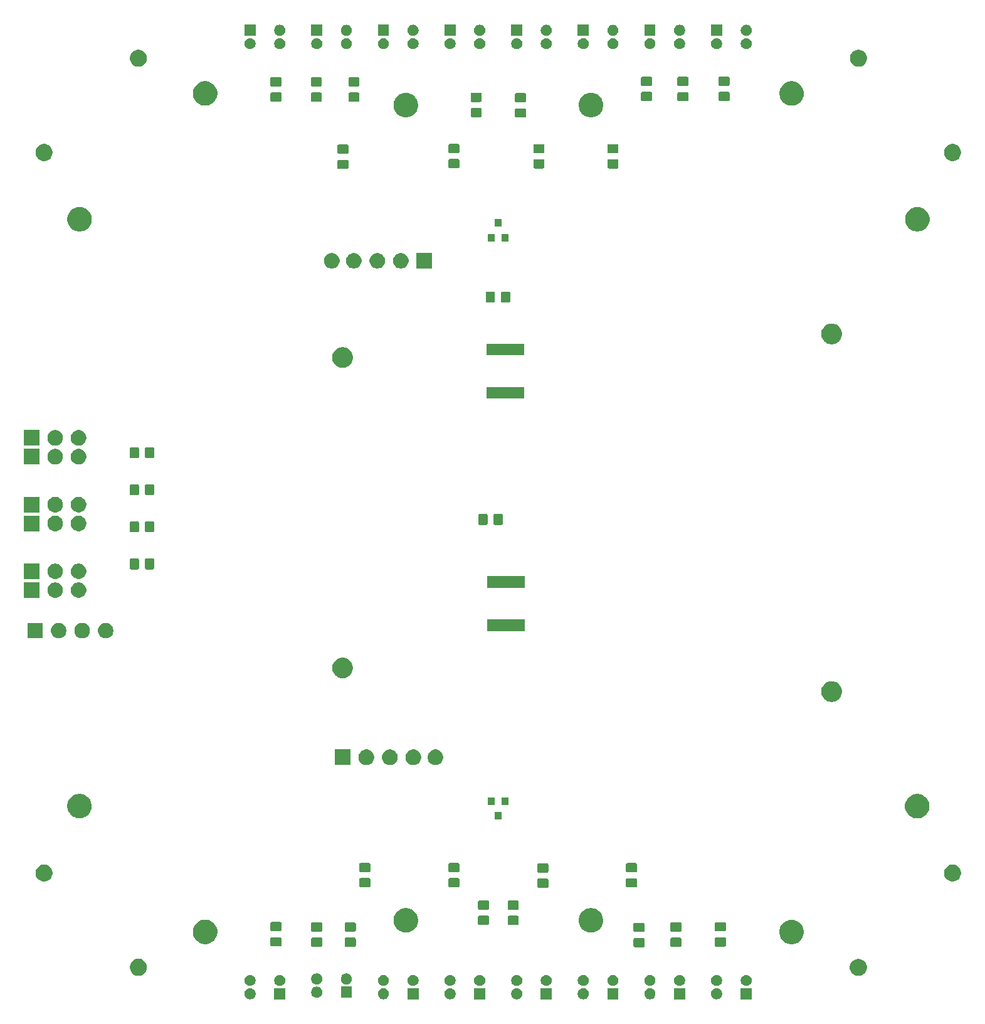
<source format=gts>
G04 #@! TF.GenerationSoftware,KiCad,Pcbnew,(5.0.1)-rc2*
G04 #@! TF.CreationDate,2018-11-13T19:48:18+01:00*
G04 #@! TF.ProjectId,agv-skladiscni-v5,6167762D736B6C61646973636E692D76,rev?*
G04 #@! TF.SameCoordinates,Original*
G04 #@! TF.FileFunction,Soldermask,Top*
G04 #@! TF.FilePolarity,Negative*
%FSLAX46Y46*%
G04 Gerber Fmt 4.6, Leading zero omitted, Abs format (unit mm)*
G04 Created by KiCad (PCBNEW (5.0.1)-rc2) date 13-Nov-18 07:48:18 PM*
%MOMM*%
%LPD*%
G01*
G04 APERTURE LIST*
%ADD10C,0.100000*%
G04 APERTURE END LIST*
D10*
G36*
X83602004Y-154160544D02*
X83689059Y-154177860D01*
X83825732Y-154234472D01*
X83825733Y-154234473D01*
X83948738Y-154316662D01*
X84053338Y-154421262D01*
X84053340Y-154421265D01*
X84135528Y-154544268D01*
X84192140Y-154680941D01*
X84221000Y-154826033D01*
X84221000Y-154973967D01*
X84192140Y-155119059D01*
X84135528Y-155255732D01*
X84135527Y-155255733D01*
X84053338Y-155378738D01*
X83948738Y-155483338D01*
X83948735Y-155483340D01*
X83825732Y-155565528D01*
X83689059Y-155622140D01*
X83602004Y-155639456D01*
X83543969Y-155651000D01*
X83396031Y-155651000D01*
X83337996Y-155639456D01*
X83250941Y-155622140D01*
X83114268Y-155565528D01*
X82991265Y-155483340D01*
X82991262Y-155483338D01*
X82886662Y-155378738D01*
X82804473Y-155255733D01*
X82804472Y-155255732D01*
X82747860Y-155119059D01*
X82719000Y-154973967D01*
X82719000Y-154826033D01*
X82747860Y-154680941D01*
X82804472Y-154544268D01*
X82886660Y-154421265D01*
X82886662Y-154421262D01*
X82991262Y-154316662D01*
X83114267Y-154234473D01*
X83114268Y-154234472D01*
X83250941Y-154177860D01*
X83337996Y-154160544D01*
X83396031Y-154149000D01*
X83543969Y-154149000D01*
X83602004Y-154160544D01*
X83602004Y-154160544D01*
G37*
G36*
X119602004Y-154160544D02*
X119689059Y-154177860D01*
X119825732Y-154234472D01*
X119825733Y-154234473D01*
X119948738Y-154316662D01*
X120053338Y-154421262D01*
X120053340Y-154421265D01*
X120135528Y-154544268D01*
X120192140Y-154680941D01*
X120221000Y-154826033D01*
X120221000Y-154973967D01*
X120192140Y-155119059D01*
X120135528Y-155255732D01*
X120135527Y-155255733D01*
X120053338Y-155378738D01*
X119948738Y-155483338D01*
X119948735Y-155483340D01*
X119825732Y-155565528D01*
X119689059Y-155622140D01*
X119602004Y-155639456D01*
X119543969Y-155651000D01*
X119396031Y-155651000D01*
X119337996Y-155639456D01*
X119250941Y-155622140D01*
X119114268Y-155565528D01*
X118991265Y-155483340D01*
X118991262Y-155483338D01*
X118886662Y-155378738D01*
X118804473Y-155255733D01*
X118804472Y-155255732D01*
X118747860Y-155119059D01*
X118719000Y-154973967D01*
X118719000Y-154826033D01*
X118747860Y-154680941D01*
X118804472Y-154544268D01*
X118886660Y-154421265D01*
X118886662Y-154421262D01*
X118991262Y-154316662D01*
X119114267Y-154234473D01*
X119114268Y-154234472D01*
X119250941Y-154177860D01*
X119337996Y-154160544D01*
X119396031Y-154149000D01*
X119543969Y-154149000D01*
X119602004Y-154160544D01*
X119602004Y-154160544D01*
G37*
G36*
X115221000Y-155651000D02*
X113719000Y-155651000D01*
X113719000Y-154149000D01*
X115221000Y-154149000D01*
X115221000Y-155651000D01*
X115221000Y-155651000D01*
G37*
G36*
X110602004Y-154160544D02*
X110689059Y-154177860D01*
X110825732Y-154234472D01*
X110825733Y-154234473D01*
X110948738Y-154316662D01*
X111053338Y-154421262D01*
X111053340Y-154421265D01*
X111135528Y-154544268D01*
X111192140Y-154680941D01*
X111221000Y-154826033D01*
X111221000Y-154973967D01*
X111192140Y-155119059D01*
X111135528Y-155255732D01*
X111135527Y-155255733D01*
X111053338Y-155378738D01*
X110948738Y-155483338D01*
X110948735Y-155483340D01*
X110825732Y-155565528D01*
X110689059Y-155622140D01*
X110602004Y-155639456D01*
X110543969Y-155651000D01*
X110396031Y-155651000D01*
X110337996Y-155639456D01*
X110250941Y-155622140D01*
X110114268Y-155565528D01*
X109991265Y-155483340D01*
X109991262Y-155483338D01*
X109886662Y-155378738D01*
X109804473Y-155255733D01*
X109804472Y-155255732D01*
X109747860Y-155119059D01*
X109719000Y-154973967D01*
X109719000Y-154826033D01*
X109747860Y-154680941D01*
X109804472Y-154544268D01*
X109886660Y-154421265D01*
X109886662Y-154421262D01*
X109991262Y-154316662D01*
X110114267Y-154234473D01*
X110114268Y-154234472D01*
X110250941Y-154177860D01*
X110337996Y-154160544D01*
X110396031Y-154149000D01*
X110543969Y-154149000D01*
X110602004Y-154160544D01*
X110602004Y-154160544D01*
G37*
G36*
X124221000Y-155651000D02*
X122719000Y-155651000D01*
X122719000Y-154149000D01*
X124221000Y-154149000D01*
X124221000Y-155651000D01*
X124221000Y-155651000D01*
G37*
G36*
X97221000Y-155651000D02*
X95719000Y-155651000D01*
X95719000Y-154149000D01*
X97221000Y-154149000D01*
X97221000Y-155651000D01*
X97221000Y-155651000D01*
G37*
G36*
X92602004Y-154160544D02*
X92689059Y-154177860D01*
X92825732Y-154234472D01*
X92825733Y-154234473D01*
X92948738Y-154316662D01*
X93053338Y-154421262D01*
X93053340Y-154421265D01*
X93135528Y-154544268D01*
X93192140Y-154680941D01*
X93221000Y-154826033D01*
X93221000Y-154973967D01*
X93192140Y-155119059D01*
X93135528Y-155255732D01*
X93135527Y-155255733D01*
X93053338Y-155378738D01*
X92948738Y-155483338D01*
X92948735Y-155483340D01*
X92825732Y-155565528D01*
X92689059Y-155622140D01*
X92602004Y-155639456D01*
X92543969Y-155651000D01*
X92396031Y-155651000D01*
X92337996Y-155639456D01*
X92250941Y-155622140D01*
X92114268Y-155565528D01*
X91991265Y-155483340D01*
X91991262Y-155483338D01*
X91886662Y-155378738D01*
X91804473Y-155255733D01*
X91804472Y-155255732D01*
X91747860Y-155119059D01*
X91719000Y-154973967D01*
X91719000Y-154826033D01*
X91747860Y-154680941D01*
X91804472Y-154544268D01*
X91886660Y-154421265D01*
X91886662Y-154421262D01*
X91991262Y-154316662D01*
X92114267Y-154234473D01*
X92114268Y-154234472D01*
X92250941Y-154177860D01*
X92337996Y-154160544D01*
X92396031Y-154149000D01*
X92543969Y-154149000D01*
X92602004Y-154160544D01*
X92602004Y-154160544D01*
G37*
G36*
X106221000Y-155651000D02*
X104719000Y-155651000D01*
X104719000Y-154149000D01*
X106221000Y-154149000D01*
X106221000Y-155651000D01*
X106221000Y-155651000D01*
G37*
G36*
X61221000Y-155651000D02*
X59719000Y-155651000D01*
X59719000Y-154149000D01*
X61221000Y-154149000D01*
X61221000Y-155651000D01*
X61221000Y-155651000D01*
G37*
G36*
X101602004Y-154160544D02*
X101689059Y-154177860D01*
X101825732Y-154234472D01*
X101825733Y-154234473D01*
X101948738Y-154316662D01*
X102053338Y-154421262D01*
X102053340Y-154421265D01*
X102135528Y-154544268D01*
X102192140Y-154680941D01*
X102221000Y-154826033D01*
X102221000Y-154973967D01*
X102192140Y-155119059D01*
X102135528Y-155255732D01*
X102135527Y-155255733D01*
X102053338Y-155378738D01*
X101948738Y-155483338D01*
X101948735Y-155483340D01*
X101825732Y-155565528D01*
X101689059Y-155622140D01*
X101602004Y-155639456D01*
X101543969Y-155651000D01*
X101396031Y-155651000D01*
X101337996Y-155639456D01*
X101250941Y-155622140D01*
X101114268Y-155565528D01*
X100991265Y-155483340D01*
X100991262Y-155483338D01*
X100886662Y-155378738D01*
X100804473Y-155255733D01*
X100804472Y-155255732D01*
X100747860Y-155119059D01*
X100719000Y-154973967D01*
X100719000Y-154826033D01*
X100747860Y-154680941D01*
X100804472Y-154544268D01*
X100886660Y-154421265D01*
X100886662Y-154421262D01*
X100991262Y-154316662D01*
X101114267Y-154234473D01*
X101114268Y-154234472D01*
X101250941Y-154177860D01*
X101337996Y-154160544D01*
X101396031Y-154149000D01*
X101543969Y-154149000D01*
X101602004Y-154160544D01*
X101602004Y-154160544D01*
G37*
G36*
X88221000Y-155651000D02*
X86719000Y-155651000D01*
X86719000Y-154149000D01*
X88221000Y-154149000D01*
X88221000Y-155651000D01*
X88221000Y-155651000D01*
G37*
G36*
X74602004Y-154160544D02*
X74689059Y-154177860D01*
X74825732Y-154234472D01*
X74825733Y-154234473D01*
X74948738Y-154316662D01*
X75053338Y-154421262D01*
X75053340Y-154421265D01*
X75135528Y-154544268D01*
X75192140Y-154680941D01*
X75221000Y-154826033D01*
X75221000Y-154973967D01*
X75192140Y-155119059D01*
X75135528Y-155255732D01*
X75135527Y-155255733D01*
X75053338Y-155378738D01*
X74948738Y-155483338D01*
X74948735Y-155483340D01*
X74825732Y-155565528D01*
X74689059Y-155622140D01*
X74602004Y-155639456D01*
X74543969Y-155651000D01*
X74396031Y-155651000D01*
X74337996Y-155639456D01*
X74250941Y-155622140D01*
X74114268Y-155565528D01*
X73991265Y-155483340D01*
X73991262Y-155483338D01*
X73886662Y-155378738D01*
X73804473Y-155255733D01*
X73804472Y-155255732D01*
X73747860Y-155119059D01*
X73719000Y-154973967D01*
X73719000Y-154826033D01*
X73747860Y-154680941D01*
X73804472Y-154544268D01*
X73886660Y-154421265D01*
X73886662Y-154421262D01*
X73991262Y-154316662D01*
X74114267Y-154234473D01*
X74114268Y-154234472D01*
X74250941Y-154177860D01*
X74337996Y-154160544D01*
X74396031Y-154149000D01*
X74543969Y-154149000D01*
X74602004Y-154160544D01*
X74602004Y-154160544D01*
G37*
G36*
X56602004Y-154160544D02*
X56689059Y-154177860D01*
X56825732Y-154234472D01*
X56825733Y-154234473D01*
X56948738Y-154316662D01*
X57053338Y-154421262D01*
X57053340Y-154421265D01*
X57135528Y-154544268D01*
X57192140Y-154680941D01*
X57221000Y-154826033D01*
X57221000Y-154973967D01*
X57192140Y-155119059D01*
X57135528Y-155255732D01*
X57135527Y-155255733D01*
X57053338Y-155378738D01*
X56948738Y-155483338D01*
X56948735Y-155483340D01*
X56825732Y-155565528D01*
X56689059Y-155622140D01*
X56602004Y-155639456D01*
X56543969Y-155651000D01*
X56396031Y-155651000D01*
X56337996Y-155639456D01*
X56250941Y-155622140D01*
X56114268Y-155565528D01*
X55991265Y-155483340D01*
X55991262Y-155483338D01*
X55886662Y-155378738D01*
X55804473Y-155255733D01*
X55804472Y-155255732D01*
X55747860Y-155119059D01*
X55719000Y-154973967D01*
X55719000Y-154826033D01*
X55747860Y-154680941D01*
X55804472Y-154544268D01*
X55886660Y-154421265D01*
X55886662Y-154421262D01*
X55991262Y-154316662D01*
X56114267Y-154234473D01*
X56114268Y-154234472D01*
X56250941Y-154177860D01*
X56337996Y-154160544D01*
X56396031Y-154149000D01*
X56543969Y-154149000D01*
X56602004Y-154160544D01*
X56602004Y-154160544D01*
G37*
G36*
X79221000Y-155651000D02*
X77719000Y-155651000D01*
X77719000Y-154149000D01*
X79221000Y-154149000D01*
X79221000Y-155651000D01*
X79221000Y-155651000D01*
G37*
G36*
X70221000Y-155451000D02*
X68719000Y-155451000D01*
X68719000Y-153949000D01*
X70221000Y-153949000D01*
X70221000Y-155451000D01*
X70221000Y-155451000D01*
G37*
G36*
X65602004Y-153960544D02*
X65689059Y-153977860D01*
X65825732Y-154034472D01*
X65825733Y-154034473D01*
X65948738Y-154116662D01*
X66053338Y-154221262D01*
X66053340Y-154221265D01*
X66135528Y-154344268D01*
X66192140Y-154480941D01*
X66221000Y-154626033D01*
X66221000Y-154773967D01*
X66192140Y-154919059D01*
X66135528Y-155055732D01*
X66135527Y-155055733D01*
X66053338Y-155178738D01*
X65948738Y-155283338D01*
X65948735Y-155283340D01*
X65825732Y-155365528D01*
X65689059Y-155422140D01*
X65602004Y-155439456D01*
X65543969Y-155451000D01*
X65396031Y-155451000D01*
X65337996Y-155439456D01*
X65250941Y-155422140D01*
X65114268Y-155365528D01*
X64991265Y-155283340D01*
X64991262Y-155283338D01*
X64886662Y-155178738D01*
X64804473Y-155055733D01*
X64804472Y-155055732D01*
X64747860Y-154919059D01*
X64719000Y-154773967D01*
X64719000Y-154626033D01*
X64747860Y-154480941D01*
X64804472Y-154344268D01*
X64886660Y-154221265D01*
X64886662Y-154221262D01*
X64991262Y-154116662D01*
X65114267Y-154034473D01*
X65114268Y-154034472D01*
X65250941Y-153977860D01*
X65337996Y-153960544D01*
X65396031Y-153949000D01*
X65543969Y-153949000D01*
X65602004Y-153960544D01*
X65602004Y-153960544D01*
G37*
G36*
X78599284Y-152360003D02*
X78689059Y-152377860D01*
X78825732Y-152434472D01*
X78825733Y-152434473D01*
X78948738Y-152516662D01*
X79053338Y-152621262D01*
X79053340Y-152621265D01*
X79135528Y-152744268D01*
X79192140Y-152880941D01*
X79221000Y-153026033D01*
X79221000Y-153173967D01*
X79192140Y-153319059D01*
X79135528Y-153455732D01*
X79135527Y-153455733D01*
X79053338Y-153578738D01*
X78948738Y-153683338D01*
X78948735Y-153683340D01*
X78825732Y-153765528D01*
X78689059Y-153822140D01*
X78602004Y-153839456D01*
X78543969Y-153851000D01*
X78396031Y-153851000D01*
X78337996Y-153839456D01*
X78250941Y-153822140D01*
X78114268Y-153765528D01*
X77991265Y-153683340D01*
X77991262Y-153683338D01*
X77886662Y-153578738D01*
X77804473Y-153455733D01*
X77804472Y-153455732D01*
X77747860Y-153319059D01*
X77719000Y-153173967D01*
X77719000Y-153026033D01*
X77747860Y-152880941D01*
X77804472Y-152744268D01*
X77886660Y-152621265D01*
X77886662Y-152621262D01*
X77991262Y-152516662D01*
X78114267Y-152434473D01*
X78114268Y-152434472D01*
X78250941Y-152377860D01*
X78340716Y-152360003D01*
X78396031Y-152349000D01*
X78543969Y-152349000D01*
X78599284Y-152360003D01*
X78599284Y-152360003D01*
G37*
G36*
X60599284Y-152360003D02*
X60689059Y-152377860D01*
X60825732Y-152434472D01*
X60825733Y-152434473D01*
X60948738Y-152516662D01*
X61053338Y-152621262D01*
X61053340Y-152621265D01*
X61135528Y-152744268D01*
X61192140Y-152880941D01*
X61221000Y-153026033D01*
X61221000Y-153173967D01*
X61192140Y-153319059D01*
X61135528Y-153455732D01*
X61135527Y-153455733D01*
X61053338Y-153578738D01*
X60948738Y-153683338D01*
X60948735Y-153683340D01*
X60825732Y-153765528D01*
X60689059Y-153822140D01*
X60602004Y-153839456D01*
X60543969Y-153851000D01*
X60396031Y-153851000D01*
X60337996Y-153839456D01*
X60250941Y-153822140D01*
X60114268Y-153765528D01*
X59991265Y-153683340D01*
X59991262Y-153683338D01*
X59886662Y-153578738D01*
X59804473Y-153455733D01*
X59804472Y-153455732D01*
X59747860Y-153319059D01*
X59719000Y-153173967D01*
X59719000Y-153026033D01*
X59747860Y-152880941D01*
X59804472Y-152744268D01*
X59886660Y-152621265D01*
X59886662Y-152621262D01*
X59991262Y-152516662D01*
X60114267Y-152434473D01*
X60114268Y-152434472D01*
X60250941Y-152377860D01*
X60340716Y-152360003D01*
X60396031Y-152349000D01*
X60543969Y-152349000D01*
X60599284Y-152360003D01*
X60599284Y-152360003D01*
G37*
G36*
X56599284Y-152360003D02*
X56689059Y-152377860D01*
X56825732Y-152434472D01*
X56825733Y-152434473D01*
X56948738Y-152516662D01*
X57053338Y-152621262D01*
X57053340Y-152621265D01*
X57135528Y-152744268D01*
X57192140Y-152880941D01*
X57221000Y-153026033D01*
X57221000Y-153173967D01*
X57192140Y-153319059D01*
X57135528Y-153455732D01*
X57135527Y-153455733D01*
X57053338Y-153578738D01*
X56948738Y-153683338D01*
X56948735Y-153683340D01*
X56825732Y-153765528D01*
X56689059Y-153822140D01*
X56602004Y-153839456D01*
X56543969Y-153851000D01*
X56396031Y-153851000D01*
X56337996Y-153839456D01*
X56250941Y-153822140D01*
X56114268Y-153765528D01*
X55991265Y-153683340D01*
X55991262Y-153683338D01*
X55886662Y-153578738D01*
X55804473Y-153455733D01*
X55804472Y-153455732D01*
X55747860Y-153319059D01*
X55719000Y-153173967D01*
X55719000Y-153026033D01*
X55747860Y-152880941D01*
X55804472Y-152744268D01*
X55886660Y-152621265D01*
X55886662Y-152621262D01*
X55991262Y-152516662D01*
X56114267Y-152434473D01*
X56114268Y-152434472D01*
X56250941Y-152377860D01*
X56340716Y-152360003D01*
X56396031Y-152349000D01*
X56543969Y-152349000D01*
X56599284Y-152360003D01*
X56599284Y-152360003D01*
G37*
G36*
X105599284Y-152360003D02*
X105689059Y-152377860D01*
X105825732Y-152434472D01*
X105825733Y-152434473D01*
X105948738Y-152516662D01*
X106053338Y-152621262D01*
X106053340Y-152621265D01*
X106135528Y-152744268D01*
X106192140Y-152880941D01*
X106221000Y-153026033D01*
X106221000Y-153173967D01*
X106192140Y-153319059D01*
X106135528Y-153455732D01*
X106135527Y-153455733D01*
X106053338Y-153578738D01*
X105948738Y-153683338D01*
X105948735Y-153683340D01*
X105825732Y-153765528D01*
X105689059Y-153822140D01*
X105602004Y-153839456D01*
X105543969Y-153851000D01*
X105396031Y-153851000D01*
X105337996Y-153839456D01*
X105250941Y-153822140D01*
X105114268Y-153765528D01*
X104991265Y-153683340D01*
X104991262Y-153683338D01*
X104886662Y-153578738D01*
X104804473Y-153455733D01*
X104804472Y-153455732D01*
X104747860Y-153319059D01*
X104719000Y-153173967D01*
X104719000Y-153026033D01*
X104747860Y-152880941D01*
X104804472Y-152744268D01*
X104886660Y-152621265D01*
X104886662Y-152621262D01*
X104991262Y-152516662D01*
X105114267Y-152434473D01*
X105114268Y-152434472D01*
X105250941Y-152377860D01*
X105340716Y-152360003D01*
X105396031Y-152349000D01*
X105543969Y-152349000D01*
X105599284Y-152360003D01*
X105599284Y-152360003D01*
G37*
G36*
X92599284Y-152360003D02*
X92689059Y-152377860D01*
X92825732Y-152434472D01*
X92825733Y-152434473D01*
X92948738Y-152516662D01*
X93053338Y-152621262D01*
X93053340Y-152621265D01*
X93135528Y-152744268D01*
X93192140Y-152880941D01*
X93221000Y-153026033D01*
X93221000Y-153173967D01*
X93192140Y-153319059D01*
X93135528Y-153455732D01*
X93135527Y-153455733D01*
X93053338Y-153578738D01*
X92948738Y-153683338D01*
X92948735Y-153683340D01*
X92825732Y-153765528D01*
X92689059Y-153822140D01*
X92602004Y-153839456D01*
X92543969Y-153851000D01*
X92396031Y-153851000D01*
X92337996Y-153839456D01*
X92250941Y-153822140D01*
X92114268Y-153765528D01*
X91991265Y-153683340D01*
X91991262Y-153683338D01*
X91886662Y-153578738D01*
X91804473Y-153455733D01*
X91804472Y-153455732D01*
X91747860Y-153319059D01*
X91719000Y-153173967D01*
X91719000Y-153026033D01*
X91747860Y-152880941D01*
X91804472Y-152744268D01*
X91886660Y-152621265D01*
X91886662Y-152621262D01*
X91991262Y-152516662D01*
X92114267Y-152434473D01*
X92114268Y-152434472D01*
X92250941Y-152377860D01*
X92340716Y-152360003D01*
X92396031Y-152349000D01*
X92543969Y-152349000D01*
X92599284Y-152360003D01*
X92599284Y-152360003D01*
G37*
G36*
X96599284Y-152360003D02*
X96689059Y-152377860D01*
X96825732Y-152434472D01*
X96825733Y-152434473D01*
X96948738Y-152516662D01*
X97053338Y-152621262D01*
X97053340Y-152621265D01*
X97135528Y-152744268D01*
X97192140Y-152880941D01*
X97221000Y-153026033D01*
X97221000Y-153173967D01*
X97192140Y-153319059D01*
X97135528Y-153455732D01*
X97135527Y-153455733D01*
X97053338Y-153578738D01*
X96948738Y-153683338D01*
X96948735Y-153683340D01*
X96825732Y-153765528D01*
X96689059Y-153822140D01*
X96602004Y-153839456D01*
X96543969Y-153851000D01*
X96396031Y-153851000D01*
X96337996Y-153839456D01*
X96250941Y-153822140D01*
X96114268Y-153765528D01*
X95991265Y-153683340D01*
X95991262Y-153683338D01*
X95886662Y-153578738D01*
X95804473Y-153455733D01*
X95804472Y-153455732D01*
X95747860Y-153319059D01*
X95719000Y-153173967D01*
X95719000Y-153026033D01*
X95747860Y-152880941D01*
X95804472Y-152744268D01*
X95886660Y-152621265D01*
X95886662Y-152621262D01*
X95991262Y-152516662D01*
X96114267Y-152434473D01*
X96114268Y-152434472D01*
X96250941Y-152377860D01*
X96340716Y-152360003D01*
X96396031Y-152349000D01*
X96543969Y-152349000D01*
X96599284Y-152360003D01*
X96599284Y-152360003D01*
G37*
G36*
X101599284Y-152360003D02*
X101689059Y-152377860D01*
X101825732Y-152434472D01*
X101825733Y-152434473D01*
X101948738Y-152516662D01*
X102053338Y-152621262D01*
X102053340Y-152621265D01*
X102135528Y-152744268D01*
X102192140Y-152880941D01*
X102221000Y-153026033D01*
X102221000Y-153173967D01*
X102192140Y-153319059D01*
X102135528Y-153455732D01*
X102135527Y-153455733D01*
X102053338Y-153578738D01*
X101948738Y-153683338D01*
X101948735Y-153683340D01*
X101825732Y-153765528D01*
X101689059Y-153822140D01*
X101602004Y-153839456D01*
X101543969Y-153851000D01*
X101396031Y-153851000D01*
X101337996Y-153839456D01*
X101250941Y-153822140D01*
X101114268Y-153765528D01*
X100991265Y-153683340D01*
X100991262Y-153683338D01*
X100886662Y-153578738D01*
X100804473Y-153455733D01*
X100804472Y-153455732D01*
X100747860Y-153319059D01*
X100719000Y-153173967D01*
X100719000Y-153026033D01*
X100747860Y-152880941D01*
X100804472Y-152744268D01*
X100886660Y-152621265D01*
X100886662Y-152621262D01*
X100991262Y-152516662D01*
X101114267Y-152434473D01*
X101114268Y-152434472D01*
X101250941Y-152377860D01*
X101340716Y-152360003D01*
X101396031Y-152349000D01*
X101543969Y-152349000D01*
X101599284Y-152360003D01*
X101599284Y-152360003D01*
G37*
G36*
X74599284Y-152360003D02*
X74689059Y-152377860D01*
X74825732Y-152434472D01*
X74825733Y-152434473D01*
X74948738Y-152516662D01*
X75053338Y-152621262D01*
X75053340Y-152621265D01*
X75135528Y-152744268D01*
X75192140Y-152880941D01*
X75221000Y-153026033D01*
X75221000Y-153173967D01*
X75192140Y-153319059D01*
X75135528Y-153455732D01*
X75135527Y-153455733D01*
X75053338Y-153578738D01*
X74948738Y-153683338D01*
X74948735Y-153683340D01*
X74825732Y-153765528D01*
X74689059Y-153822140D01*
X74602004Y-153839456D01*
X74543969Y-153851000D01*
X74396031Y-153851000D01*
X74337996Y-153839456D01*
X74250941Y-153822140D01*
X74114268Y-153765528D01*
X73991265Y-153683340D01*
X73991262Y-153683338D01*
X73886662Y-153578738D01*
X73804473Y-153455733D01*
X73804472Y-153455732D01*
X73747860Y-153319059D01*
X73719000Y-153173967D01*
X73719000Y-153026033D01*
X73747860Y-152880941D01*
X73804472Y-152744268D01*
X73886660Y-152621265D01*
X73886662Y-152621262D01*
X73991262Y-152516662D01*
X74114267Y-152434473D01*
X74114268Y-152434472D01*
X74250941Y-152377860D01*
X74340716Y-152360003D01*
X74396031Y-152349000D01*
X74543969Y-152349000D01*
X74599284Y-152360003D01*
X74599284Y-152360003D01*
G37*
G36*
X123599284Y-152360003D02*
X123689059Y-152377860D01*
X123825732Y-152434472D01*
X123825733Y-152434473D01*
X123948738Y-152516662D01*
X124053338Y-152621262D01*
X124053340Y-152621265D01*
X124135528Y-152744268D01*
X124192140Y-152880941D01*
X124221000Y-153026033D01*
X124221000Y-153173967D01*
X124192140Y-153319059D01*
X124135528Y-153455732D01*
X124135527Y-153455733D01*
X124053338Y-153578738D01*
X123948738Y-153683338D01*
X123948735Y-153683340D01*
X123825732Y-153765528D01*
X123689059Y-153822140D01*
X123602004Y-153839456D01*
X123543969Y-153851000D01*
X123396031Y-153851000D01*
X123337996Y-153839456D01*
X123250941Y-153822140D01*
X123114268Y-153765528D01*
X122991265Y-153683340D01*
X122991262Y-153683338D01*
X122886662Y-153578738D01*
X122804473Y-153455733D01*
X122804472Y-153455732D01*
X122747860Y-153319059D01*
X122719000Y-153173967D01*
X122719000Y-153026033D01*
X122747860Y-152880941D01*
X122804472Y-152744268D01*
X122886660Y-152621265D01*
X122886662Y-152621262D01*
X122991262Y-152516662D01*
X123114267Y-152434473D01*
X123114268Y-152434472D01*
X123250941Y-152377860D01*
X123340716Y-152360003D01*
X123396031Y-152349000D01*
X123543969Y-152349000D01*
X123599284Y-152360003D01*
X123599284Y-152360003D01*
G37*
G36*
X110599284Y-152360003D02*
X110689059Y-152377860D01*
X110825732Y-152434472D01*
X110825733Y-152434473D01*
X110948738Y-152516662D01*
X111053338Y-152621262D01*
X111053340Y-152621265D01*
X111135528Y-152744268D01*
X111192140Y-152880941D01*
X111221000Y-153026033D01*
X111221000Y-153173967D01*
X111192140Y-153319059D01*
X111135528Y-153455732D01*
X111135527Y-153455733D01*
X111053338Y-153578738D01*
X110948738Y-153683338D01*
X110948735Y-153683340D01*
X110825732Y-153765528D01*
X110689059Y-153822140D01*
X110602004Y-153839456D01*
X110543969Y-153851000D01*
X110396031Y-153851000D01*
X110337996Y-153839456D01*
X110250941Y-153822140D01*
X110114268Y-153765528D01*
X109991265Y-153683340D01*
X109991262Y-153683338D01*
X109886662Y-153578738D01*
X109804473Y-153455733D01*
X109804472Y-153455732D01*
X109747860Y-153319059D01*
X109719000Y-153173967D01*
X109719000Y-153026033D01*
X109747860Y-152880941D01*
X109804472Y-152744268D01*
X109886660Y-152621265D01*
X109886662Y-152621262D01*
X109991262Y-152516662D01*
X110114267Y-152434473D01*
X110114268Y-152434472D01*
X110250941Y-152377860D01*
X110340716Y-152360003D01*
X110396031Y-152349000D01*
X110543969Y-152349000D01*
X110599284Y-152360003D01*
X110599284Y-152360003D01*
G37*
G36*
X87599284Y-152360003D02*
X87689059Y-152377860D01*
X87825732Y-152434472D01*
X87825733Y-152434473D01*
X87948738Y-152516662D01*
X88053338Y-152621262D01*
X88053340Y-152621265D01*
X88135528Y-152744268D01*
X88192140Y-152880941D01*
X88221000Y-153026033D01*
X88221000Y-153173967D01*
X88192140Y-153319059D01*
X88135528Y-153455732D01*
X88135527Y-153455733D01*
X88053338Y-153578738D01*
X87948738Y-153683338D01*
X87948735Y-153683340D01*
X87825732Y-153765528D01*
X87689059Y-153822140D01*
X87602004Y-153839456D01*
X87543969Y-153851000D01*
X87396031Y-153851000D01*
X87337996Y-153839456D01*
X87250941Y-153822140D01*
X87114268Y-153765528D01*
X86991265Y-153683340D01*
X86991262Y-153683338D01*
X86886662Y-153578738D01*
X86804473Y-153455733D01*
X86804472Y-153455732D01*
X86747860Y-153319059D01*
X86719000Y-153173967D01*
X86719000Y-153026033D01*
X86747860Y-152880941D01*
X86804472Y-152744268D01*
X86886660Y-152621265D01*
X86886662Y-152621262D01*
X86991262Y-152516662D01*
X87114267Y-152434473D01*
X87114268Y-152434472D01*
X87250941Y-152377860D01*
X87340716Y-152360003D01*
X87396031Y-152349000D01*
X87543969Y-152349000D01*
X87599284Y-152360003D01*
X87599284Y-152360003D01*
G37*
G36*
X83599284Y-152360003D02*
X83689059Y-152377860D01*
X83825732Y-152434472D01*
X83825733Y-152434473D01*
X83948738Y-152516662D01*
X84053338Y-152621262D01*
X84053340Y-152621265D01*
X84135528Y-152744268D01*
X84192140Y-152880941D01*
X84221000Y-153026033D01*
X84221000Y-153173967D01*
X84192140Y-153319059D01*
X84135528Y-153455732D01*
X84135527Y-153455733D01*
X84053338Y-153578738D01*
X83948738Y-153683338D01*
X83948735Y-153683340D01*
X83825732Y-153765528D01*
X83689059Y-153822140D01*
X83602004Y-153839456D01*
X83543969Y-153851000D01*
X83396031Y-153851000D01*
X83337996Y-153839456D01*
X83250941Y-153822140D01*
X83114268Y-153765528D01*
X82991265Y-153683340D01*
X82991262Y-153683338D01*
X82886662Y-153578738D01*
X82804473Y-153455733D01*
X82804472Y-153455732D01*
X82747860Y-153319059D01*
X82719000Y-153173967D01*
X82719000Y-153026033D01*
X82747860Y-152880941D01*
X82804472Y-152744268D01*
X82886660Y-152621265D01*
X82886662Y-152621262D01*
X82991262Y-152516662D01*
X83114267Y-152434473D01*
X83114268Y-152434472D01*
X83250941Y-152377860D01*
X83340716Y-152360003D01*
X83396031Y-152349000D01*
X83543969Y-152349000D01*
X83599284Y-152360003D01*
X83599284Y-152360003D01*
G37*
G36*
X114599284Y-152360003D02*
X114689059Y-152377860D01*
X114825732Y-152434472D01*
X114825733Y-152434473D01*
X114948738Y-152516662D01*
X115053338Y-152621262D01*
X115053340Y-152621265D01*
X115135528Y-152744268D01*
X115192140Y-152880941D01*
X115221000Y-153026033D01*
X115221000Y-153173967D01*
X115192140Y-153319059D01*
X115135528Y-153455732D01*
X115135527Y-153455733D01*
X115053338Y-153578738D01*
X114948738Y-153683338D01*
X114948735Y-153683340D01*
X114825732Y-153765528D01*
X114689059Y-153822140D01*
X114602004Y-153839456D01*
X114543969Y-153851000D01*
X114396031Y-153851000D01*
X114337996Y-153839456D01*
X114250941Y-153822140D01*
X114114268Y-153765528D01*
X113991265Y-153683340D01*
X113991262Y-153683338D01*
X113886662Y-153578738D01*
X113804473Y-153455733D01*
X113804472Y-153455732D01*
X113747860Y-153319059D01*
X113719000Y-153173967D01*
X113719000Y-153026033D01*
X113747860Y-152880941D01*
X113804472Y-152744268D01*
X113886660Y-152621265D01*
X113886662Y-152621262D01*
X113991262Y-152516662D01*
X114114267Y-152434473D01*
X114114268Y-152434472D01*
X114250941Y-152377860D01*
X114340716Y-152360003D01*
X114396031Y-152349000D01*
X114543969Y-152349000D01*
X114599284Y-152360003D01*
X114599284Y-152360003D01*
G37*
G36*
X119599284Y-152360003D02*
X119689059Y-152377860D01*
X119825732Y-152434472D01*
X119825733Y-152434473D01*
X119948738Y-152516662D01*
X120053338Y-152621262D01*
X120053340Y-152621265D01*
X120135528Y-152744268D01*
X120192140Y-152880941D01*
X120221000Y-153026033D01*
X120221000Y-153173967D01*
X120192140Y-153319059D01*
X120135528Y-153455732D01*
X120135527Y-153455733D01*
X120053338Y-153578738D01*
X119948738Y-153683338D01*
X119948735Y-153683340D01*
X119825732Y-153765528D01*
X119689059Y-153822140D01*
X119602004Y-153839456D01*
X119543969Y-153851000D01*
X119396031Y-153851000D01*
X119337996Y-153839456D01*
X119250941Y-153822140D01*
X119114268Y-153765528D01*
X118991265Y-153683340D01*
X118991262Y-153683338D01*
X118886662Y-153578738D01*
X118804473Y-153455733D01*
X118804472Y-153455732D01*
X118747860Y-153319059D01*
X118719000Y-153173967D01*
X118719000Y-153026033D01*
X118747860Y-152880941D01*
X118804472Y-152744268D01*
X118886660Y-152621265D01*
X118886662Y-152621262D01*
X118991262Y-152516662D01*
X119114267Y-152434473D01*
X119114268Y-152434472D01*
X119250941Y-152377860D01*
X119340716Y-152360003D01*
X119396031Y-152349000D01*
X119543969Y-152349000D01*
X119599284Y-152360003D01*
X119599284Y-152360003D01*
G37*
G36*
X65602004Y-152160544D02*
X65689059Y-152177860D01*
X65825732Y-152234472D01*
X65825733Y-152234473D01*
X65948738Y-152316662D01*
X66053338Y-152421262D01*
X66053340Y-152421265D01*
X66135528Y-152544268D01*
X66192140Y-152680941D01*
X66221000Y-152826033D01*
X66221000Y-152973967D01*
X66192140Y-153119059D01*
X66135528Y-153255732D01*
X66135527Y-153255733D01*
X66053338Y-153378738D01*
X65948738Y-153483338D01*
X65948735Y-153483340D01*
X65825732Y-153565528D01*
X65689059Y-153622140D01*
X65602004Y-153639456D01*
X65543969Y-153651000D01*
X65396031Y-153651000D01*
X65337996Y-153639456D01*
X65250941Y-153622140D01*
X65114268Y-153565528D01*
X64991265Y-153483340D01*
X64991262Y-153483338D01*
X64886662Y-153378738D01*
X64804473Y-153255733D01*
X64804472Y-153255732D01*
X64747860Y-153119059D01*
X64719000Y-152973967D01*
X64719000Y-152826033D01*
X64747860Y-152680941D01*
X64804472Y-152544268D01*
X64886660Y-152421265D01*
X64886662Y-152421262D01*
X64991262Y-152316662D01*
X65114267Y-152234473D01*
X65114268Y-152234472D01*
X65250941Y-152177860D01*
X65337996Y-152160544D01*
X65396031Y-152149000D01*
X65543969Y-152149000D01*
X65602004Y-152160544D01*
X65602004Y-152160544D01*
G37*
G36*
X69602004Y-152160544D02*
X69689059Y-152177860D01*
X69825732Y-152234472D01*
X69825733Y-152234473D01*
X69948738Y-152316662D01*
X70053338Y-152421262D01*
X70053340Y-152421265D01*
X70135528Y-152544268D01*
X70192140Y-152680941D01*
X70221000Y-152826033D01*
X70221000Y-152973967D01*
X70192140Y-153119059D01*
X70135528Y-153255732D01*
X70135527Y-153255733D01*
X70053338Y-153378738D01*
X69948738Y-153483338D01*
X69948735Y-153483340D01*
X69825732Y-153565528D01*
X69689059Y-153622140D01*
X69602004Y-153639456D01*
X69543969Y-153651000D01*
X69396031Y-153651000D01*
X69337996Y-153639456D01*
X69250941Y-153622140D01*
X69114268Y-153565528D01*
X68991265Y-153483340D01*
X68991262Y-153483338D01*
X68886662Y-153378738D01*
X68804473Y-153255733D01*
X68804472Y-153255732D01*
X68747860Y-153119059D01*
X68719000Y-152973967D01*
X68719000Y-152826033D01*
X68747860Y-152680941D01*
X68804472Y-152544268D01*
X68886660Y-152421265D01*
X68886662Y-152421262D01*
X68991262Y-152316662D01*
X69114267Y-152234473D01*
X69114268Y-152234472D01*
X69250941Y-152177860D01*
X69337996Y-152160544D01*
X69396031Y-152149000D01*
X69543969Y-152149000D01*
X69602004Y-152160544D01*
X69602004Y-152160544D01*
G37*
G36*
X138945734Y-150233232D02*
X139155202Y-150319996D01*
X139343723Y-150445962D01*
X139504038Y-150606277D01*
X139630004Y-150794798D01*
X139716768Y-151004266D01*
X139761000Y-151226635D01*
X139761000Y-151453365D01*
X139716768Y-151675734D01*
X139630004Y-151885202D01*
X139504038Y-152073723D01*
X139343723Y-152234038D01*
X139155202Y-152360004D01*
X138945734Y-152446768D01*
X138723365Y-152491000D01*
X138496635Y-152491000D01*
X138274266Y-152446768D01*
X138064798Y-152360004D01*
X137876277Y-152234038D01*
X137715962Y-152073723D01*
X137589996Y-151885202D01*
X137503232Y-151675734D01*
X137459000Y-151453365D01*
X137459000Y-151226635D01*
X137503232Y-151004266D01*
X137589996Y-150794798D01*
X137715962Y-150606277D01*
X137876277Y-150445962D01*
X138064798Y-150319996D01*
X138274266Y-150233232D01*
X138496635Y-150189000D01*
X138723365Y-150189000D01*
X138945734Y-150233232D01*
X138945734Y-150233232D01*
G37*
G36*
X41725734Y-150223232D02*
X41935202Y-150309996D01*
X42123723Y-150435962D01*
X42284038Y-150596277D01*
X42410004Y-150784798D01*
X42496768Y-150994266D01*
X42541000Y-151216635D01*
X42541000Y-151443365D01*
X42496768Y-151665734D01*
X42410004Y-151875202D01*
X42284038Y-152063723D01*
X42123723Y-152224038D01*
X41935202Y-152350004D01*
X41725734Y-152436768D01*
X41503365Y-152481000D01*
X41276635Y-152481000D01*
X41054266Y-152436768D01*
X40844798Y-152350004D01*
X40656277Y-152224038D01*
X40495962Y-152063723D01*
X40369996Y-151875202D01*
X40283232Y-151665734D01*
X40239000Y-151443365D01*
X40239000Y-151216635D01*
X40283232Y-150994266D01*
X40369996Y-150784798D01*
X40495962Y-150596277D01*
X40656277Y-150435962D01*
X40844798Y-150309996D01*
X41054266Y-150223232D01*
X41276635Y-150179000D01*
X41503365Y-150179000D01*
X41725734Y-150223232D01*
X41725734Y-150223232D01*
G37*
G36*
X109588677Y-147378465D02*
X109626364Y-147389898D01*
X109661103Y-147408466D01*
X109691548Y-147433452D01*
X109716534Y-147463897D01*
X109735102Y-147498636D01*
X109746535Y-147536323D01*
X109751000Y-147581661D01*
X109751000Y-148418339D01*
X109746535Y-148463677D01*
X109735102Y-148501364D01*
X109716534Y-148536103D01*
X109691548Y-148566548D01*
X109661103Y-148591534D01*
X109626364Y-148610102D01*
X109588677Y-148621535D01*
X109543339Y-148626000D01*
X108456661Y-148626000D01*
X108411323Y-148621535D01*
X108373636Y-148610102D01*
X108338897Y-148591534D01*
X108308452Y-148566548D01*
X108283466Y-148536103D01*
X108264898Y-148501364D01*
X108253465Y-148463677D01*
X108249000Y-148418339D01*
X108249000Y-147581661D01*
X108253465Y-147536323D01*
X108264898Y-147498636D01*
X108283466Y-147463897D01*
X108308452Y-147433452D01*
X108338897Y-147408466D01*
X108373636Y-147389898D01*
X108411323Y-147378465D01*
X108456661Y-147374000D01*
X109543339Y-147374000D01*
X109588677Y-147378465D01*
X109588677Y-147378465D01*
G37*
G36*
X114558677Y-147328465D02*
X114596364Y-147339898D01*
X114631103Y-147358466D01*
X114661548Y-147383452D01*
X114686534Y-147413897D01*
X114705102Y-147448636D01*
X114716535Y-147486323D01*
X114721000Y-147531661D01*
X114721000Y-148368339D01*
X114716535Y-148413677D01*
X114705102Y-148451364D01*
X114686534Y-148486103D01*
X114661548Y-148516548D01*
X114631103Y-148541534D01*
X114596364Y-148560102D01*
X114558677Y-148571535D01*
X114513339Y-148576000D01*
X113426661Y-148576000D01*
X113381323Y-148571535D01*
X113343636Y-148560102D01*
X113308897Y-148541534D01*
X113278452Y-148516548D01*
X113253466Y-148486103D01*
X113234898Y-148451364D01*
X113223465Y-148413677D01*
X113219000Y-148368339D01*
X113219000Y-147531661D01*
X113223465Y-147486323D01*
X113234898Y-147448636D01*
X113253466Y-147413897D01*
X113278452Y-147383452D01*
X113308897Y-147358466D01*
X113343636Y-147339898D01*
X113381323Y-147328465D01*
X113426661Y-147324000D01*
X114513339Y-147324000D01*
X114558677Y-147328465D01*
X114558677Y-147328465D01*
G37*
G36*
X70588677Y-147328465D02*
X70626364Y-147339898D01*
X70661103Y-147358466D01*
X70691548Y-147383452D01*
X70716534Y-147413897D01*
X70735102Y-147448636D01*
X70746535Y-147486323D01*
X70751000Y-147531661D01*
X70751000Y-148368339D01*
X70746535Y-148413677D01*
X70735102Y-148451364D01*
X70716534Y-148486103D01*
X70691548Y-148516548D01*
X70661103Y-148541534D01*
X70626364Y-148560102D01*
X70588677Y-148571535D01*
X70543339Y-148576000D01*
X69456661Y-148576000D01*
X69411323Y-148571535D01*
X69373636Y-148560102D01*
X69338897Y-148541534D01*
X69308452Y-148516548D01*
X69283466Y-148486103D01*
X69264898Y-148451364D01*
X69253465Y-148413677D01*
X69249000Y-148368339D01*
X69249000Y-147531661D01*
X69253465Y-147486323D01*
X69264898Y-147448636D01*
X69283466Y-147413897D01*
X69308452Y-147383452D01*
X69338897Y-147358466D01*
X69373636Y-147339898D01*
X69411323Y-147328465D01*
X69456661Y-147324000D01*
X70543339Y-147324000D01*
X70588677Y-147328465D01*
X70588677Y-147328465D01*
G37*
G36*
X66058677Y-147328465D02*
X66096364Y-147339898D01*
X66131103Y-147358466D01*
X66161548Y-147383452D01*
X66186534Y-147413897D01*
X66205102Y-147448636D01*
X66216535Y-147486323D01*
X66221000Y-147531661D01*
X66221000Y-148368339D01*
X66216535Y-148413677D01*
X66205102Y-148451364D01*
X66186534Y-148486103D01*
X66161548Y-148516548D01*
X66131103Y-148541534D01*
X66096364Y-148560102D01*
X66058677Y-148571535D01*
X66013339Y-148576000D01*
X64926661Y-148576000D01*
X64881323Y-148571535D01*
X64843636Y-148560102D01*
X64808897Y-148541534D01*
X64778452Y-148516548D01*
X64753466Y-148486103D01*
X64734898Y-148451364D01*
X64723465Y-148413677D01*
X64719000Y-148368339D01*
X64719000Y-147531661D01*
X64723465Y-147486323D01*
X64734898Y-147448636D01*
X64753466Y-147413897D01*
X64778452Y-147383452D01*
X64808897Y-147358466D01*
X64843636Y-147339898D01*
X64881323Y-147328465D01*
X64926661Y-147324000D01*
X66013339Y-147324000D01*
X66058677Y-147328465D01*
X66058677Y-147328465D01*
G37*
G36*
X120558677Y-147303465D02*
X120596364Y-147314898D01*
X120631103Y-147333466D01*
X120661548Y-147358452D01*
X120686534Y-147388897D01*
X120705102Y-147423636D01*
X120716535Y-147461323D01*
X120721000Y-147506661D01*
X120721000Y-148343339D01*
X120716535Y-148388677D01*
X120705102Y-148426364D01*
X120686534Y-148461103D01*
X120661548Y-148491548D01*
X120631103Y-148516534D01*
X120596364Y-148535102D01*
X120558677Y-148546535D01*
X120513339Y-148551000D01*
X119426661Y-148551000D01*
X119381323Y-148546535D01*
X119343636Y-148535102D01*
X119308897Y-148516534D01*
X119278452Y-148491548D01*
X119253466Y-148461103D01*
X119234898Y-148426364D01*
X119223465Y-148388677D01*
X119219000Y-148343339D01*
X119219000Y-147506661D01*
X119223465Y-147461323D01*
X119234898Y-147423636D01*
X119253466Y-147388897D01*
X119278452Y-147358452D01*
X119308897Y-147333466D01*
X119343636Y-147314898D01*
X119381323Y-147303465D01*
X119426661Y-147299000D01*
X120513339Y-147299000D01*
X120558677Y-147303465D01*
X120558677Y-147303465D01*
G37*
G36*
X60558677Y-147278465D02*
X60596364Y-147289898D01*
X60631103Y-147308466D01*
X60661548Y-147333452D01*
X60686534Y-147363897D01*
X60705102Y-147398636D01*
X60716535Y-147436323D01*
X60721000Y-147481661D01*
X60721000Y-148318339D01*
X60716535Y-148363677D01*
X60705102Y-148401364D01*
X60686534Y-148436103D01*
X60661548Y-148466548D01*
X60631103Y-148491534D01*
X60596364Y-148510102D01*
X60558677Y-148521535D01*
X60513339Y-148526000D01*
X59426661Y-148526000D01*
X59381323Y-148521535D01*
X59343636Y-148510102D01*
X59308897Y-148491534D01*
X59278452Y-148466548D01*
X59253466Y-148436103D01*
X59234898Y-148401364D01*
X59223465Y-148363677D01*
X59219000Y-148318339D01*
X59219000Y-147481661D01*
X59223465Y-147436323D01*
X59234898Y-147398636D01*
X59253466Y-147363897D01*
X59278452Y-147333452D01*
X59308897Y-147308466D01*
X59343636Y-147289898D01*
X59381323Y-147278465D01*
X59426661Y-147274000D01*
X60513339Y-147274000D01*
X60558677Y-147278465D01*
X60558677Y-147278465D01*
G37*
G36*
X129965256Y-144961298D02*
X130071579Y-144982447D01*
X130284037Y-145070450D01*
X130347898Y-145096902D01*
X130372042Y-145106903D01*
X130578296Y-145244718D01*
X130642454Y-145287587D01*
X130872413Y-145517546D01*
X130872415Y-145517549D01*
X131053097Y-145787958D01*
X131173411Y-146078421D01*
X131177553Y-146088422D01*
X131241000Y-146407389D01*
X131241000Y-146732611D01*
X131177553Y-147051578D01*
X131060792Y-147333466D01*
X131053097Y-147352042D01*
X130942157Y-147518075D01*
X130872413Y-147622454D01*
X130642454Y-147852413D01*
X130642451Y-147852415D01*
X130372042Y-148033097D01*
X130071579Y-148157553D01*
X129965256Y-148178702D01*
X129752611Y-148221000D01*
X129427389Y-148221000D01*
X129214744Y-148178702D01*
X129108421Y-148157553D01*
X128807958Y-148033097D01*
X128537549Y-147852415D01*
X128537546Y-147852413D01*
X128307587Y-147622454D01*
X128237843Y-147518075D01*
X128126903Y-147352042D01*
X128119209Y-147333466D01*
X128002447Y-147051578D01*
X127939000Y-146732611D01*
X127939000Y-146407389D01*
X128002447Y-146088422D01*
X128006590Y-146078421D01*
X128126903Y-145787958D01*
X128307585Y-145517549D01*
X128307587Y-145517546D01*
X128537546Y-145287587D01*
X128601704Y-145244718D01*
X128807958Y-145106903D01*
X128832103Y-145096902D01*
X128895963Y-145070450D01*
X129108421Y-144982447D01*
X129214744Y-144961298D01*
X129427389Y-144919000D01*
X129752611Y-144919000D01*
X129965256Y-144961298D01*
X129965256Y-144961298D01*
G37*
G36*
X50775256Y-144951298D02*
X50881579Y-144972447D01*
X51182042Y-145096903D01*
X51403262Y-145244718D01*
X51452454Y-145277587D01*
X51682413Y-145507546D01*
X51682415Y-145507549D01*
X51863097Y-145777958D01*
X51976796Y-146052451D01*
X51987553Y-146078422D01*
X52051000Y-146397389D01*
X52051000Y-146722611D01*
X52008702Y-146935256D01*
X51987553Y-147041579D01*
X51899550Y-147254037D01*
X51874341Y-147314898D01*
X51863097Y-147342042D01*
X51762180Y-147493075D01*
X51682413Y-147612454D01*
X51452454Y-147842413D01*
X51452451Y-147842415D01*
X51182042Y-148023097D01*
X51182041Y-148023098D01*
X51182040Y-148023098D01*
X51094037Y-148059550D01*
X50881579Y-148147553D01*
X50775256Y-148168702D01*
X50562611Y-148211000D01*
X50237389Y-148211000D01*
X50024744Y-148168702D01*
X49918421Y-148147553D01*
X49705963Y-148059550D01*
X49617960Y-148023098D01*
X49617959Y-148023098D01*
X49617958Y-148023097D01*
X49347549Y-147842415D01*
X49347546Y-147842413D01*
X49117587Y-147612454D01*
X49037820Y-147493075D01*
X48936903Y-147342042D01*
X48925660Y-147314898D01*
X48900450Y-147254037D01*
X48812447Y-147041579D01*
X48791298Y-146935256D01*
X48749000Y-146722611D01*
X48749000Y-146397389D01*
X48812447Y-146078422D01*
X48823205Y-146052451D01*
X48936903Y-145777958D01*
X49117585Y-145507549D01*
X49117587Y-145507546D01*
X49347546Y-145277587D01*
X49396738Y-145244718D01*
X49617958Y-145096903D01*
X49918421Y-144972447D01*
X50024744Y-144951298D01*
X50237389Y-144909000D01*
X50562611Y-144909000D01*
X50775256Y-144951298D01*
X50775256Y-144951298D01*
G37*
G36*
X102875256Y-143391298D02*
X102981579Y-143412447D01*
X103282042Y-143536903D01*
X103548852Y-143715180D01*
X103552454Y-143717587D01*
X103782413Y-143947546D01*
X103782415Y-143947549D01*
X103963097Y-144217958D01*
X104087553Y-144518421D01*
X104100132Y-144581661D01*
X104151000Y-144837389D01*
X104151000Y-145162611D01*
X104125681Y-145289898D01*
X104087553Y-145481579D01*
X103963097Y-145782042D01*
X103784820Y-146048852D01*
X103782413Y-146052454D01*
X103552454Y-146282413D01*
X103552451Y-146282415D01*
X103282042Y-146463097D01*
X103282041Y-146463098D01*
X103282040Y-146463098D01*
X103201926Y-146496282D01*
X102981579Y-146587553D01*
X102875256Y-146608702D01*
X102662611Y-146651000D01*
X102337389Y-146651000D01*
X102124744Y-146608702D01*
X102018421Y-146587553D01*
X101798074Y-146496282D01*
X101717960Y-146463098D01*
X101717959Y-146463098D01*
X101717958Y-146463097D01*
X101447549Y-146282415D01*
X101447546Y-146282413D01*
X101217587Y-146052454D01*
X101215180Y-146048852D01*
X101036903Y-145782042D01*
X100912447Y-145481579D01*
X100874319Y-145289898D01*
X100849000Y-145162611D01*
X100849000Y-144837389D01*
X100899868Y-144581661D01*
X100912447Y-144518421D01*
X101036903Y-144217958D01*
X101217585Y-143947549D01*
X101217587Y-143947546D01*
X101447546Y-143717587D01*
X101451148Y-143715180D01*
X101717958Y-143536903D01*
X102018421Y-143412447D01*
X102124744Y-143391298D01*
X102337389Y-143349000D01*
X102662611Y-143349000D01*
X102875256Y-143391298D01*
X102875256Y-143391298D01*
G37*
G36*
X77875256Y-143391298D02*
X77981579Y-143412447D01*
X78282042Y-143536903D01*
X78548852Y-143715180D01*
X78552454Y-143717587D01*
X78782413Y-143947546D01*
X78782415Y-143947549D01*
X78963097Y-144217958D01*
X79087553Y-144518421D01*
X79100132Y-144581661D01*
X79151000Y-144837389D01*
X79151000Y-145162611D01*
X79125681Y-145289898D01*
X79087553Y-145481579D01*
X78963097Y-145782042D01*
X78784820Y-146048852D01*
X78782413Y-146052454D01*
X78552454Y-146282413D01*
X78552451Y-146282415D01*
X78282042Y-146463097D01*
X78282041Y-146463098D01*
X78282040Y-146463098D01*
X78201926Y-146496282D01*
X77981579Y-146587553D01*
X77875256Y-146608702D01*
X77662611Y-146651000D01*
X77337389Y-146651000D01*
X77124744Y-146608702D01*
X77018421Y-146587553D01*
X76798074Y-146496282D01*
X76717960Y-146463098D01*
X76717959Y-146463098D01*
X76717958Y-146463097D01*
X76447549Y-146282415D01*
X76447546Y-146282413D01*
X76217587Y-146052454D01*
X76215180Y-146048852D01*
X76036903Y-145782042D01*
X75912447Y-145481579D01*
X75874319Y-145289898D01*
X75849000Y-145162611D01*
X75849000Y-144837389D01*
X75899868Y-144581661D01*
X75912447Y-144518421D01*
X76036903Y-144217958D01*
X76217585Y-143947549D01*
X76217587Y-143947546D01*
X76447546Y-143717587D01*
X76451148Y-143715180D01*
X76717958Y-143536903D01*
X77018421Y-143412447D01*
X77124744Y-143391298D01*
X77337389Y-143349000D01*
X77662611Y-143349000D01*
X77875256Y-143391298D01*
X77875256Y-143391298D01*
G37*
G36*
X109588677Y-145328465D02*
X109626364Y-145339898D01*
X109661103Y-145358466D01*
X109691548Y-145383452D01*
X109716534Y-145413897D01*
X109735102Y-145448636D01*
X109746535Y-145486323D01*
X109751000Y-145531661D01*
X109751000Y-146368339D01*
X109746535Y-146413677D01*
X109735102Y-146451364D01*
X109716534Y-146486103D01*
X109691548Y-146516548D01*
X109661103Y-146541534D01*
X109626364Y-146560102D01*
X109588677Y-146571535D01*
X109543339Y-146576000D01*
X108456661Y-146576000D01*
X108411323Y-146571535D01*
X108373636Y-146560102D01*
X108338897Y-146541534D01*
X108308452Y-146516548D01*
X108283466Y-146486103D01*
X108264898Y-146451364D01*
X108253465Y-146413677D01*
X108249000Y-146368339D01*
X108249000Y-145531661D01*
X108253465Y-145486323D01*
X108264898Y-145448636D01*
X108283466Y-145413897D01*
X108308452Y-145383452D01*
X108338897Y-145358466D01*
X108373636Y-145339898D01*
X108411323Y-145328465D01*
X108456661Y-145324000D01*
X109543339Y-145324000D01*
X109588677Y-145328465D01*
X109588677Y-145328465D01*
G37*
G36*
X66058677Y-145278465D02*
X66096364Y-145289898D01*
X66131103Y-145308466D01*
X66161548Y-145333452D01*
X66186534Y-145363897D01*
X66205102Y-145398636D01*
X66216535Y-145436323D01*
X66221000Y-145481661D01*
X66221000Y-146318339D01*
X66216535Y-146363677D01*
X66205102Y-146401364D01*
X66186534Y-146436103D01*
X66161548Y-146466548D01*
X66131103Y-146491534D01*
X66096364Y-146510102D01*
X66058677Y-146521535D01*
X66013339Y-146526000D01*
X64926661Y-146526000D01*
X64881323Y-146521535D01*
X64843636Y-146510102D01*
X64808897Y-146491534D01*
X64778452Y-146466548D01*
X64753466Y-146436103D01*
X64734898Y-146401364D01*
X64723465Y-146363677D01*
X64719000Y-146318339D01*
X64719000Y-145481661D01*
X64723465Y-145436323D01*
X64734898Y-145398636D01*
X64753466Y-145363897D01*
X64778452Y-145333452D01*
X64808897Y-145308466D01*
X64843636Y-145289898D01*
X64881323Y-145278465D01*
X64926661Y-145274000D01*
X66013339Y-145274000D01*
X66058677Y-145278465D01*
X66058677Y-145278465D01*
G37*
G36*
X114558677Y-145278465D02*
X114596364Y-145289898D01*
X114631103Y-145308466D01*
X114661548Y-145333452D01*
X114686534Y-145363897D01*
X114705102Y-145398636D01*
X114716535Y-145436323D01*
X114721000Y-145481661D01*
X114721000Y-146318339D01*
X114716535Y-146363677D01*
X114705102Y-146401364D01*
X114686534Y-146436103D01*
X114661548Y-146466548D01*
X114631103Y-146491534D01*
X114596364Y-146510102D01*
X114558677Y-146521535D01*
X114513339Y-146526000D01*
X113426661Y-146526000D01*
X113381323Y-146521535D01*
X113343636Y-146510102D01*
X113308897Y-146491534D01*
X113278452Y-146466548D01*
X113253466Y-146436103D01*
X113234898Y-146401364D01*
X113223465Y-146363677D01*
X113219000Y-146318339D01*
X113219000Y-145481661D01*
X113223465Y-145436323D01*
X113234898Y-145398636D01*
X113253466Y-145363897D01*
X113278452Y-145333452D01*
X113308897Y-145308466D01*
X113343636Y-145289898D01*
X113381323Y-145278465D01*
X113426661Y-145274000D01*
X114513339Y-145274000D01*
X114558677Y-145278465D01*
X114558677Y-145278465D01*
G37*
G36*
X70588677Y-145278465D02*
X70626364Y-145289898D01*
X70661103Y-145308466D01*
X70691548Y-145333452D01*
X70716534Y-145363897D01*
X70735102Y-145398636D01*
X70746535Y-145436323D01*
X70751000Y-145481661D01*
X70751000Y-146318339D01*
X70746535Y-146363677D01*
X70735102Y-146401364D01*
X70716534Y-146436103D01*
X70691548Y-146466548D01*
X70661103Y-146491534D01*
X70626364Y-146510102D01*
X70588677Y-146521535D01*
X70543339Y-146526000D01*
X69456661Y-146526000D01*
X69411323Y-146521535D01*
X69373636Y-146510102D01*
X69338897Y-146491534D01*
X69308452Y-146466548D01*
X69283466Y-146436103D01*
X69264898Y-146401364D01*
X69253465Y-146363677D01*
X69249000Y-146318339D01*
X69249000Y-145481661D01*
X69253465Y-145436323D01*
X69264898Y-145398636D01*
X69283466Y-145363897D01*
X69308452Y-145333452D01*
X69338897Y-145308466D01*
X69373636Y-145289898D01*
X69411323Y-145278465D01*
X69456661Y-145274000D01*
X70543339Y-145274000D01*
X70588677Y-145278465D01*
X70588677Y-145278465D01*
G37*
G36*
X120558677Y-145253465D02*
X120596364Y-145264898D01*
X120631103Y-145283466D01*
X120661548Y-145308452D01*
X120686534Y-145338897D01*
X120705102Y-145373636D01*
X120716535Y-145411323D01*
X120721000Y-145456661D01*
X120721000Y-146293339D01*
X120716535Y-146338677D01*
X120705102Y-146376364D01*
X120686534Y-146411103D01*
X120661548Y-146441548D01*
X120631103Y-146466534D01*
X120596364Y-146485102D01*
X120558677Y-146496535D01*
X120513339Y-146501000D01*
X119426661Y-146501000D01*
X119381323Y-146496535D01*
X119343636Y-146485102D01*
X119308897Y-146466534D01*
X119278452Y-146441548D01*
X119253466Y-146411103D01*
X119234898Y-146376364D01*
X119223465Y-146338677D01*
X119219000Y-146293339D01*
X119219000Y-145456661D01*
X119223465Y-145411323D01*
X119234898Y-145373636D01*
X119253466Y-145338897D01*
X119278452Y-145308452D01*
X119308897Y-145283466D01*
X119343636Y-145264898D01*
X119381323Y-145253465D01*
X119426661Y-145249000D01*
X120513339Y-145249000D01*
X120558677Y-145253465D01*
X120558677Y-145253465D01*
G37*
G36*
X60558677Y-145228465D02*
X60596364Y-145239898D01*
X60631103Y-145258466D01*
X60661548Y-145283452D01*
X60686534Y-145313897D01*
X60705102Y-145348636D01*
X60716535Y-145386323D01*
X60721000Y-145431661D01*
X60721000Y-146268339D01*
X60716535Y-146313677D01*
X60705102Y-146351364D01*
X60686534Y-146386103D01*
X60661548Y-146416548D01*
X60631103Y-146441534D01*
X60596364Y-146460102D01*
X60558677Y-146471535D01*
X60513339Y-146476000D01*
X59426661Y-146476000D01*
X59381323Y-146471535D01*
X59343636Y-146460102D01*
X59308897Y-146441534D01*
X59278452Y-146416548D01*
X59253466Y-146386103D01*
X59234898Y-146351364D01*
X59223465Y-146313677D01*
X59219000Y-146268339D01*
X59219000Y-145431661D01*
X59223465Y-145386323D01*
X59234898Y-145348636D01*
X59253466Y-145313897D01*
X59278452Y-145283452D01*
X59308897Y-145258466D01*
X59343636Y-145239898D01*
X59381323Y-145228465D01*
X59426661Y-145224000D01*
X60513339Y-145224000D01*
X60558677Y-145228465D01*
X60558677Y-145228465D01*
G37*
G36*
X92588677Y-144378465D02*
X92626364Y-144389898D01*
X92661103Y-144408466D01*
X92691548Y-144433452D01*
X92716534Y-144463897D01*
X92735102Y-144498636D01*
X92746535Y-144536323D01*
X92751000Y-144581661D01*
X92751000Y-145418339D01*
X92746535Y-145463677D01*
X92735102Y-145501364D01*
X92716534Y-145536103D01*
X92691548Y-145566548D01*
X92661103Y-145591534D01*
X92626364Y-145610102D01*
X92588677Y-145621535D01*
X92543339Y-145626000D01*
X91456661Y-145626000D01*
X91411323Y-145621535D01*
X91373636Y-145610102D01*
X91338897Y-145591534D01*
X91308452Y-145566548D01*
X91283466Y-145536103D01*
X91264898Y-145501364D01*
X91253465Y-145463677D01*
X91249000Y-145418339D01*
X91249000Y-144581661D01*
X91253465Y-144536323D01*
X91264898Y-144498636D01*
X91283466Y-144463897D01*
X91308452Y-144433452D01*
X91338897Y-144408466D01*
X91373636Y-144389898D01*
X91411323Y-144378465D01*
X91456661Y-144374000D01*
X92543339Y-144374000D01*
X92588677Y-144378465D01*
X92588677Y-144378465D01*
G37*
G36*
X88588677Y-144378465D02*
X88626364Y-144389898D01*
X88661103Y-144408466D01*
X88691548Y-144433452D01*
X88716534Y-144463897D01*
X88735102Y-144498636D01*
X88746535Y-144536323D01*
X88751000Y-144581661D01*
X88751000Y-145418339D01*
X88746535Y-145463677D01*
X88735102Y-145501364D01*
X88716534Y-145536103D01*
X88691548Y-145566548D01*
X88661103Y-145591534D01*
X88626364Y-145610102D01*
X88588677Y-145621535D01*
X88543339Y-145626000D01*
X87456661Y-145626000D01*
X87411323Y-145621535D01*
X87373636Y-145610102D01*
X87338897Y-145591534D01*
X87308452Y-145566548D01*
X87283466Y-145536103D01*
X87264898Y-145501364D01*
X87253465Y-145463677D01*
X87249000Y-145418339D01*
X87249000Y-144581661D01*
X87253465Y-144536323D01*
X87264898Y-144498636D01*
X87283466Y-144463897D01*
X87308452Y-144433452D01*
X87338897Y-144408466D01*
X87373636Y-144389898D01*
X87411323Y-144378465D01*
X87456661Y-144374000D01*
X88543339Y-144374000D01*
X88588677Y-144378465D01*
X88588677Y-144378465D01*
G37*
G36*
X92588677Y-142328465D02*
X92626364Y-142339898D01*
X92661103Y-142358466D01*
X92691548Y-142383452D01*
X92716534Y-142413897D01*
X92735102Y-142448636D01*
X92746535Y-142486323D01*
X92751000Y-142531661D01*
X92751000Y-143368339D01*
X92746535Y-143413677D01*
X92735102Y-143451364D01*
X92716534Y-143486103D01*
X92691548Y-143516548D01*
X92661103Y-143541534D01*
X92626364Y-143560102D01*
X92588677Y-143571535D01*
X92543339Y-143576000D01*
X91456661Y-143576000D01*
X91411323Y-143571535D01*
X91373636Y-143560102D01*
X91338897Y-143541534D01*
X91308452Y-143516548D01*
X91283466Y-143486103D01*
X91264898Y-143451364D01*
X91253465Y-143413677D01*
X91249000Y-143368339D01*
X91249000Y-142531661D01*
X91253465Y-142486323D01*
X91264898Y-142448636D01*
X91283466Y-142413897D01*
X91308452Y-142383452D01*
X91338897Y-142358466D01*
X91373636Y-142339898D01*
X91411323Y-142328465D01*
X91456661Y-142324000D01*
X92543339Y-142324000D01*
X92588677Y-142328465D01*
X92588677Y-142328465D01*
G37*
G36*
X88588677Y-142328465D02*
X88626364Y-142339898D01*
X88661103Y-142358466D01*
X88691548Y-142383452D01*
X88716534Y-142413897D01*
X88735102Y-142448636D01*
X88746535Y-142486323D01*
X88751000Y-142531661D01*
X88751000Y-143368339D01*
X88746535Y-143413677D01*
X88735102Y-143451364D01*
X88716534Y-143486103D01*
X88691548Y-143516548D01*
X88661103Y-143541534D01*
X88626364Y-143560102D01*
X88588677Y-143571535D01*
X88543339Y-143576000D01*
X87456661Y-143576000D01*
X87411323Y-143571535D01*
X87373636Y-143560102D01*
X87338897Y-143541534D01*
X87308452Y-143516548D01*
X87283466Y-143486103D01*
X87264898Y-143451364D01*
X87253465Y-143413677D01*
X87249000Y-143368339D01*
X87249000Y-142531661D01*
X87253465Y-142486323D01*
X87264898Y-142448636D01*
X87283466Y-142413897D01*
X87308452Y-142383452D01*
X87338897Y-142358466D01*
X87373636Y-142339898D01*
X87411323Y-142328465D01*
X87456661Y-142324000D01*
X88543339Y-142324000D01*
X88588677Y-142328465D01*
X88588677Y-142328465D01*
G37*
G36*
X96588677Y-139378465D02*
X96626364Y-139389898D01*
X96661103Y-139408466D01*
X96691548Y-139433452D01*
X96716534Y-139463897D01*
X96735102Y-139498636D01*
X96746535Y-139536323D01*
X96751000Y-139581661D01*
X96751000Y-140418339D01*
X96746535Y-140463677D01*
X96735102Y-140501364D01*
X96716534Y-140536103D01*
X96691548Y-140566548D01*
X96661103Y-140591534D01*
X96626364Y-140610102D01*
X96588677Y-140621535D01*
X96543339Y-140626000D01*
X95456661Y-140626000D01*
X95411323Y-140621535D01*
X95373636Y-140610102D01*
X95338897Y-140591534D01*
X95308452Y-140566548D01*
X95283466Y-140536103D01*
X95264898Y-140501364D01*
X95253465Y-140463677D01*
X95249000Y-140418339D01*
X95249000Y-139581661D01*
X95253465Y-139536323D01*
X95264898Y-139498636D01*
X95283466Y-139463897D01*
X95308452Y-139433452D01*
X95338897Y-139408466D01*
X95373636Y-139389898D01*
X95411323Y-139378465D01*
X95456661Y-139374000D01*
X96543339Y-139374000D01*
X96588677Y-139378465D01*
X96588677Y-139378465D01*
G37*
G36*
X108558677Y-139328465D02*
X108596364Y-139339898D01*
X108631103Y-139358466D01*
X108661548Y-139383452D01*
X108686534Y-139413897D01*
X108705102Y-139448636D01*
X108716535Y-139486323D01*
X108721000Y-139531661D01*
X108721000Y-140368339D01*
X108716535Y-140413677D01*
X108705102Y-140451364D01*
X108686534Y-140486103D01*
X108661548Y-140516548D01*
X108631103Y-140541534D01*
X108596364Y-140560102D01*
X108558677Y-140571535D01*
X108513339Y-140576000D01*
X107426661Y-140576000D01*
X107381323Y-140571535D01*
X107343636Y-140560102D01*
X107308897Y-140541534D01*
X107278452Y-140516548D01*
X107253466Y-140486103D01*
X107234898Y-140451364D01*
X107223465Y-140413677D01*
X107219000Y-140368339D01*
X107219000Y-139531661D01*
X107223465Y-139486323D01*
X107234898Y-139448636D01*
X107253466Y-139413897D01*
X107278452Y-139383452D01*
X107308897Y-139358466D01*
X107343636Y-139339898D01*
X107381323Y-139328465D01*
X107426661Y-139324000D01*
X108513339Y-139324000D01*
X108558677Y-139328465D01*
X108558677Y-139328465D01*
G37*
G36*
X72558677Y-139303465D02*
X72596364Y-139314898D01*
X72631103Y-139333466D01*
X72661548Y-139358452D01*
X72686534Y-139388897D01*
X72705102Y-139423636D01*
X72716535Y-139461323D01*
X72721000Y-139506661D01*
X72721000Y-140343339D01*
X72716535Y-140388677D01*
X72705102Y-140426364D01*
X72686534Y-140461103D01*
X72661548Y-140491548D01*
X72631103Y-140516534D01*
X72596364Y-140535102D01*
X72558677Y-140546535D01*
X72513339Y-140551000D01*
X71426661Y-140551000D01*
X71381323Y-140546535D01*
X71343636Y-140535102D01*
X71308897Y-140516534D01*
X71278452Y-140491548D01*
X71253466Y-140461103D01*
X71234898Y-140426364D01*
X71223465Y-140388677D01*
X71219000Y-140343339D01*
X71219000Y-139506661D01*
X71223465Y-139461323D01*
X71234898Y-139423636D01*
X71253466Y-139388897D01*
X71278452Y-139358452D01*
X71308897Y-139333466D01*
X71343636Y-139314898D01*
X71381323Y-139303465D01*
X71426661Y-139299000D01*
X72513339Y-139299000D01*
X72558677Y-139303465D01*
X72558677Y-139303465D01*
G37*
G36*
X84588677Y-139303465D02*
X84626364Y-139314898D01*
X84661103Y-139333466D01*
X84691548Y-139358452D01*
X84716534Y-139388897D01*
X84735102Y-139423636D01*
X84746535Y-139461323D01*
X84751000Y-139506661D01*
X84751000Y-140343339D01*
X84746535Y-140388677D01*
X84735102Y-140426364D01*
X84716534Y-140461103D01*
X84691548Y-140491548D01*
X84661103Y-140516534D01*
X84626364Y-140535102D01*
X84588677Y-140546535D01*
X84543339Y-140551000D01*
X83456661Y-140551000D01*
X83411323Y-140546535D01*
X83373636Y-140535102D01*
X83338897Y-140516534D01*
X83308452Y-140491548D01*
X83283466Y-140461103D01*
X83264898Y-140426364D01*
X83253465Y-140388677D01*
X83249000Y-140343339D01*
X83249000Y-139506661D01*
X83253465Y-139461323D01*
X83264898Y-139423636D01*
X83283466Y-139388897D01*
X83308452Y-139358452D01*
X83338897Y-139333466D01*
X83373636Y-139314898D01*
X83411323Y-139303465D01*
X83456661Y-139299000D01*
X84543339Y-139299000D01*
X84588677Y-139303465D01*
X84588677Y-139303465D01*
G37*
G36*
X28995734Y-137503232D02*
X29205202Y-137589996D01*
X29393723Y-137715962D01*
X29554038Y-137876277D01*
X29680004Y-138064798D01*
X29766768Y-138274266D01*
X29811000Y-138496635D01*
X29811000Y-138723365D01*
X29766768Y-138945734D01*
X29680004Y-139155202D01*
X29554038Y-139343723D01*
X29393723Y-139504038D01*
X29205202Y-139630004D01*
X28995734Y-139716768D01*
X28773365Y-139761000D01*
X28546635Y-139761000D01*
X28324266Y-139716768D01*
X28114798Y-139630004D01*
X27926277Y-139504038D01*
X27765962Y-139343723D01*
X27639996Y-139155202D01*
X27553232Y-138945734D01*
X27509000Y-138723365D01*
X27509000Y-138496635D01*
X27553232Y-138274266D01*
X27639996Y-138064798D01*
X27765962Y-137876277D01*
X27926277Y-137715962D01*
X28114798Y-137589996D01*
X28324266Y-137503232D01*
X28546635Y-137459000D01*
X28773365Y-137459000D01*
X28995734Y-137503232D01*
X28995734Y-137503232D01*
G37*
G36*
X151675734Y-137503232D02*
X151885202Y-137589996D01*
X152073723Y-137715962D01*
X152234038Y-137876277D01*
X152360004Y-138064798D01*
X152446768Y-138274266D01*
X152491000Y-138496635D01*
X152491000Y-138723365D01*
X152446768Y-138945734D01*
X152360004Y-139155202D01*
X152234038Y-139343723D01*
X152073723Y-139504038D01*
X151885202Y-139630004D01*
X151675734Y-139716768D01*
X151453365Y-139761000D01*
X151226635Y-139761000D01*
X151004266Y-139716768D01*
X150794798Y-139630004D01*
X150606277Y-139504038D01*
X150445962Y-139343723D01*
X150319996Y-139155202D01*
X150233232Y-138945734D01*
X150189000Y-138723365D01*
X150189000Y-138496635D01*
X150233232Y-138274266D01*
X150319996Y-138064798D01*
X150445962Y-137876277D01*
X150606277Y-137715962D01*
X150794798Y-137589996D01*
X151004266Y-137503232D01*
X151226635Y-137459000D01*
X151453365Y-137459000D01*
X151675734Y-137503232D01*
X151675734Y-137503232D01*
G37*
G36*
X96588677Y-137328465D02*
X96626364Y-137339898D01*
X96661103Y-137358466D01*
X96691548Y-137383452D01*
X96716534Y-137413897D01*
X96735102Y-137448636D01*
X96746535Y-137486323D01*
X96751000Y-137531661D01*
X96751000Y-138368339D01*
X96746535Y-138413677D01*
X96735102Y-138451364D01*
X96716534Y-138486103D01*
X96691548Y-138516548D01*
X96661103Y-138541534D01*
X96626364Y-138560102D01*
X96588677Y-138571535D01*
X96543339Y-138576000D01*
X95456661Y-138576000D01*
X95411323Y-138571535D01*
X95373636Y-138560102D01*
X95338897Y-138541534D01*
X95308452Y-138516548D01*
X95283466Y-138486103D01*
X95264898Y-138451364D01*
X95253465Y-138413677D01*
X95249000Y-138368339D01*
X95249000Y-137531661D01*
X95253465Y-137486323D01*
X95264898Y-137448636D01*
X95283466Y-137413897D01*
X95308452Y-137383452D01*
X95338897Y-137358466D01*
X95373636Y-137339898D01*
X95411323Y-137328465D01*
X95456661Y-137324000D01*
X96543339Y-137324000D01*
X96588677Y-137328465D01*
X96588677Y-137328465D01*
G37*
G36*
X108558677Y-137278465D02*
X108596364Y-137289898D01*
X108631103Y-137308466D01*
X108661548Y-137333452D01*
X108686534Y-137363897D01*
X108705102Y-137398636D01*
X108716535Y-137436323D01*
X108721000Y-137481661D01*
X108721000Y-138318339D01*
X108716535Y-138363677D01*
X108705102Y-138401364D01*
X108686534Y-138436103D01*
X108661548Y-138466548D01*
X108631103Y-138491534D01*
X108596364Y-138510102D01*
X108558677Y-138521535D01*
X108513339Y-138526000D01*
X107426661Y-138526000D01*
X107381323Y-138521535D01*
X107343636Y-138510102D01*
X107308897Y-138491534D01*
X107278452Y-138466548D01*
X107253466Y-138436103D01*
X107234898Y-138401364D01*
X107223465Y-138363677D01*
X107219000Y-138318339D01*
X107219000Y-137481661D01*
X107223465Y-137436323D01*
X107234898Y-137398636D01*
X107253466Y-137363897D01*
X107278452Y-137333452D01*
X107308897Y-137308466D01*
X107343636Y-137289898D01*
X107381323Y-137278465D01*
X107426661Y-137274000D01*
X108513339Y-137274000D01*
X108558677Y-137278465D01*
X108558677Y-137278465D01*
G37*
G36*
X72558677Y-137253465D02*
X72596364Y-137264898D01*
X72631103Y-137283466D01*
X72661548Y-137308452D01*
X72686534Y-137338897D01*
X72705102Y-137373636D01*
X72716535Y-137411323D01*
X72721000Y-137456661D01*
X72721000Y-138293339D01*
X72716535Y-138338677D01*
X72705102Y-138376364D01*
X72686534Y-138411103D01*
X72661548Y-138441548D01*
X72631103Y-138466534D01*
X72596364Y-138485102D01*
X72558677Y-138496535D01*
X72513339Y-138501000D01*
X71426661Y-138501000D01*
X71381323Y-138496535D01*
X71343636Y-138485102D01*
X71308897Y-138466534D01*
X71278452Y-138441548D01*
X71253466Y-138411103D01*
X71234898Y-138376364D01*
X71223465Y-138338677D01*
X71219000Y-138293339D01*
X71219000Y-137456661D01*
X71223465Y-137411323D01*
X71234898Y-137373636D01*
X71253466Y-137338897D01*
X71278452Y-137308452D01*
X71308897Y-137283466D01*
X71343636Y-137264898D01*
X71381323Y-137253465D01*
X71426661Y-137249000D01*
X72513339Y-137249000D01*
X72558677Y-137253465D01*
X72558677Y-137253465D01*
G37*
G36*
X84588677Y-137253465D02*
X84626364Y-137264898D01*
X84661103Y-137283466D01*
X84691548Y-137308452D01*
X84716534Y-137338897D01*
X84735102Y-137373636D01*
X84746535Y-137411323D01*
X84751000Y-137456661D01*
X84751000Y-138293339D01*
X84746535Y-138338677D01*
X84735102Y-138376364D01*
X84716534Y-138411103D01*
X84691548Y-138441548D01*
X84661103Y-138466534D01*
X84626364Y-138485102D01*
X84588677Y-138496535D01*
X84543339Y-138501000D01*
X83456661Y-138501000D01*
X83411323Y-138496535D01*
X83373636Y-138485102D01*
X83338897Y-138466534D01*
X83308452Y-138441548D01*
X83283466Y-138411103D01*
X83264898Y-138376364D01*
X83253465Y-138338677D01*
X83249000Y-138293339D01*
X83249000Y-137456661D01*
X83253465Y-137411323D01*
X83264898Y-137373636D01*
X83283466Y-137338897D01*
X83308452Y-137308452D01*
X83338897Y-137283466D01*
X83373636Y-137264898D01*
X83411323Y-137253465D01*
X83456661Y-137249000D01*
X84543339Y-137249000D01*
X84588677Y-137253465D01*
X84588677Y-137253465D01*
G37*
G36*
X90421000Y-131401000D02*
X89519000Y-131401000D01*
X89519000Y-130399000D01*
X90421000Y-130399000D01*
X90421000Y-131401000D01*
X90421000Y-131401000D01*
G37*
G36*
X146935256Y-127991298D02*
X147041579Y-128012447D01*
X147254037Y-128100450D01*
X147317898Y-128126902D01*
X147342042Y-128136903D01*
X147597485Y-128307585D01*
X147612454Y-128317587D01*
X147842413Y-128547546D01*
X147842415Y-128547549D01*
X148023097Y-128817958D01*
X148143411Y-129108421D01*
X148147553Y-129118422D01*
X148211000Y-129437389D01*
X148211000Y-129762611D01*
X148147553Y-130081578D01*
X148023098Y-130382040D01*
X147842413Y-130652454D01*
X147612454Y-130882413D01*
X147612451Y-130882415D01*
X147342042Y-131063097D01*
X147041579Y-131187553D01*
X146935256Y-131208702D01*
X146722611Y-131251000D01*
X146397389Y-131251000D01*
X146184744Y-131208702D01*
X146078421Y-131187553D01*
X145777958Y-131063097D01*
X145507549Y-130882415D01*
X145507546Y-130882413D01*
X145277587Y-130652454D01*
X145096902Y-130382040D01*
X144972447Y-130081578D01*
X144909000Y-129762611D01*
X144909000Y-129437389D01*
X144972447Y-129118422D01*
X144976590Y-129108421D01*
X145096903Y-128817958D01*
X145277585Y-128547549D01*
X145277587Y-128547546D01*
X145507546Y-128317587D01*
X145522515Y-128307585D01*
X145777958Y-128136903D01*
X145802103Y-128126902D01*
X145865963Y-128100450D01*
X146078421Y-128012447D01*
X146184744Y-127991298D01*
X146397389Y-127949000D01*
X146722611Y-127949000D01*
X146935256Y-127991298D01*
X146935256Y-127991298D01*
G37*
G36*
X33805256Y-127981298D02*
X33911579Y-128002447D01*
X34212042Y-128126903D01*
X34227008Y-128136903D01*
X34482454Y-128307587D01*
X34712413Y-128537546D01*
X34893098Y-128807960D01*
X35017553Y-129108422D01*
X35081000Y-129427389D01*
X35081000Y-129752611D01*
X35038702Y-129965256D01*
X35017553Y-130071579D01*
X34893097Y-130372042D01*
X34886415Y-130382042D01*
X34712413Y-130642454D01*
X34482454Y-130872413D01*
X34482451Y-130872415D01*
X34212042Y-131053097D01*
X34212041Y-131053098D01*
X34212040Y-131053098D01*
X34124037Y-131089550D01*
X33911579Y-131177553D01*
X33805256Y-131198702D01*
X33592611Y-131241000D01*
X33267389Y-131241000D01*
X33054744Y-131198702D01*
X32948421Y-131177553D01*
X32735963Y-131089550D01*
X32647960Y-131053098D01*
X32647959Y-131053098D01*
X32647958Y-131053097D01*
X32377549Y-130872415D01*
X32377546Y-130872413D01*
X32147587Y-130642454D01*
X31973585Y-130382042D01*
X31966903Y-130372042D01*
X31842447Y-130071579D01*
X31821298Y-129965256D01*
X31779000Y-129752611D01*
X31779000Y-129427389D01*
X31842447Y-129108422D01*
X31966902Y-128807960D01*
X32147587Y-128537546D01*
X32377546Y-128307587D01*
X32632992Y-128136903D01*
X32647958Y-128126903D01*
X32948421Y-128002447D01*
X33054744Y-127981298D01*
X33267389Y-127939000D01*
X33592611Y-127939000D01*
X33805256Y-127981298D01*
X33805256Y-127981298D01*
G37*
G36*
X89471000Y-129401000D02*
X88569000Y-129401000D01*
X88569000Y-128399000D01*
X89471000Y-128399000D01*
X89471000Y-129401000D01*
X89471000Y-129401000D01*
G37*
G36*
X91371000Y-129401000D02*
X90469000Y-129401000D01*
X90469000Y-128399000D01*
X91371000Y-128399000D01*
X91371000Y-129401000D01*
X91371000Y-129401000D01*
G37*
G36*
X81806414Y-121989879D02*
X81806416Y-121989880D01*
X81806417Y-121989880D01*
X81997594Y-122069068D01*
X82169651Y-122184033D01*
X82315967Y-122330349D01*
X82430932Y-122502406D01*
X82510121Y-122693586D01*
X82550490Y-122896534D01*
X82550490Y-123103466D01*
X82510121Y-123306414D01*
X82430932Y-123497594D01*
X82315967Y-123669651D01*
X82169651Y-123815967D01*
X82169648Y-123815969D01*
X81997594Y-123930932D01*
X81806417Y-124010120D01*
X81806416Y-124010120D01*
X81806414Y-124010121D01*
X81603466Y-124050490D01*
X81396534Y-124050490D01*
X81193586Y-124010121D01*
X81193584Y-124010120D01*
X81193583Y-124010120D01*
X81002406Y-123930932D01*
X80830352Y-123815969D01*
X80830349Y-123815967D01*
X80684033Y-123669651D01*
X80569068Y-123497594D01*
X80489879Y-123306414D01*
X80449510Y-123103466D01*
X80449510Y-122896534D01*
X80489879Y-122693586D01*
X80569068Y-122502406D01*
X80684033Y-122330349D01*
X80830349Y-122184033D01*
X81002406Y-122069068D01*
X81193583Y-121989880D01*
X81193584Y-121989880D01*
X81193586Y-121989879D01*
X81396534Y-121949510D01*
X81603466Y-121949510D01*
X81806414Y-121989879D01*
X81806414Y-121989879D01*
G37*
G36*
X78831414Y-121989879D02*
X78831416Y-121989880D01*
X78831417Y-121989880D01*
X79022594Y-122069068D01*
X79194651Y-122184033D01*
X79340967Y-122330349D01*
X79455932Y-122502406D01*
X79535121Y-122693586D01*
X79575490Y-122896534D01*
X79575490Y-123103466D01*
X79535121Y-123306414D01*
X79455932Y-123497594D01*
X79340967Y-123669651D01*
X79194651Y-123815967D01*
X79194648Y-123815969D01*
X79022594Y-123930932D01*
X78831417Y-124010120D01*
X78831416Y-124010120D01*
X78831414Y-124010121D01*
X78628466Y-124050490D01*
X78421534Y-124050490D01*
X78218586Y-124010121D01*
X78218584Y-124010120D01*
X78218583Y-124010120D01*
X78027406Y-123930932D01*
X77855352Y-123815969D01*
X77855349Y-123815967D01*
X77709033Y-123669651D01*
X77594068Y-123497594D01*
X77514879Y-123306414D01*
X77474510Y-123103466D01*
X77474510Y-122896534D01*
X77514879Y-122693586D01*
X77594068Y-122502406D01*
X77709033Y-122330349D01*
X77855349Y-122184033D01*
X78027406Y-122069068D01*
X78218583Y-121989880D01*
X78218584Y-121989880D01*
X78218586Y-121989879D01*
X78421534Y-121949510D01*
X78628466Y-121949510D01*
X78831414Y-121989879D01*
X78831414Y-121989879D01*
G37*
G36*
X75656414Y-121989879D02*
X75656416Y-121989880D01*
X75656417Y-121989880D01*
X75847594Y-122069068D01*
X76019651Y-122184033D01*
X76165967Y-122330349D01*
X76280932Y-122502406D01*
X76360121Y-122693586D01*
X76400490Y-122896534D01*
X76400490Y-123103466D01*
X76360121Y-123306414D01*
X76280932Y-123497594D01*
X76165967Y-123669651D01*
X76019651Y-123815967D01*
X76019648Y-123815969D01*
X75847594Y-123930932D01*
X75656417Y-124010120D01*
X75656416Y-124010120D01*
X75656414Y-124010121D01*
X75453466Y-124050490D01*
X75246534Y-124050490D01*
X75043586Y-124010121D01*
X75043584Y-124010120D01*
X75043583Y-124010120D01*
X74852406Y-123930932D01*
X74680352Y-123815969D01*
X74680349Y-123815967D01*
X74534033Y-123669651D01*
X74419068Y-123497594D01*
X74339879Y-123306414D01*
X74299510Y-123103466D01*
X74299510Y-122896534D01*
X74339879Y-122693586D01*
X74419068Y-122502406D01*
X74534033Y-122330349D01*
X74680349Y-122184033D01*
X74852406Y-122069068D01*
X75043583Y-121989880D01*
X75043584Y-121989880D01*
X75043586Y-121989879D01*
X75246534Y-121949510D01*
X75453466Y-121949510D01*
X75656414Y-121989879D01*
X75656414Y-121989879D01*
G37*
G36*
X72481414Y-121989879D02*
X72481416Y-121989880D01*
X72481417Y-121989880D01*
X72672594Y-122069068D01*
X72844651Y-122184033D01*
X72990967Y-122330349D01*
X73105932Y-122502406D01*
X73185121Y-122693586D01*
X73225490Y-122896534D01*
X73225490Y-123103466D01*
X73185121Y-123306414D01*
X73105932Y-123497594D01*
X72990967Y-123669651D01*
X72844651Y-123815967D01*
X72844648Y-123815969D01*
X72672594Y-123930932D01*
X72481417Y-124010120D01*
X72481416Y-124010120D01*
X72481414Y-124010121D01*
X72278466Y-124050490D01*
X72071534Y-124050490D01*
X71868586Y-124010121D01*
X71868584Y-124010120D01*
X71868583Y-124010120D01*
X71677406Y-123930932D01*
X71505352Y-123815969D01*
X71505349Y-123815967D01*
X71359033Y-123669651D01*
X71244068Y-123497594D01*
X71164879Y-123306414D01*
X71124510Y-123103466D01*
X71124510Y-122896534D01*
X71164879Y-122693586D01*
X71244068Y-122502406D01*
X71359033Y-122330349D01*
X71505349Y-122184033D01*
X71677406Y-122069068D01*
X71868583Y-121989880D01*
X71868584Y-121989880D01*
X71868586Y-121989879D01*
X72071534Y-121949510D01*
X72278466Y-121949510D01*
X72481414Y-121989879D01*
X72481414Y-121989879D01*
G37*
G36*
X70050490Y-124050490D02*
X67949510Y-124050490D01*
X67949510Y-121949510D01*
X70050490Y-121949510D01*
X70050490Y-124050490D01*
X70050490Y-124050490D01*
G37*
G36*
X135318433Y-112764893D02*
X135408657Y-112782839D01*
X135514267Y-112826585D01*
X135663621Y-112888449D01*
X135893089Y-113041774D01*
X136088226Y-113236911D01*
X136241551Y-113466379D01*
X136347161Y-113721344D01*
X136401000Y-113992012D01*
X136401000Y-114267988D01*
X136347161Y-114538656D01*
X136241551Y-114793621D01*
X136088226Y-115023089D01*
X135893089Y-115218226D01*
X135663621Y-115371551D01*
X135514267Y-115433415D01*
X135408657Y-115477161D01*
X135318433Y-115495107D01*
X135137988Y-115531000D01*
X134862012Y-115531000D01*
X134681567Y-115495107D01*
X134591343Y-115477161D01*
X134485733Y-115433415D01*
X134336379Y-115371551D01*
X134106911Y-115218226D01*
X133911774Y-115023089D01*
X133758449Y-114793621D01*
X133652839Y-114538656D01*
X133599000Y-114267988D01*
X133599000Y-113992012D01*
X133652839Y-113721344D01*
X133758449Y-113466379D01*
X133911774Y-113236911D01*
X134106911Y-113041774D01*
X134336379Y-112888449D01*
X134485733Y-112826585D01*
X134591343Y-112782839D01*
X134681567Y-112764893D01*
X134862012Y-112729000D01*
X135137988Y-112729000D01*
X135318433Y-112764893D01*
X135318433Y-112764893D01*
G37*
G36*
X69278433Y-109584893D02*
X69368657Y-109602839D01*
X69474267Y-109646585D01*
X69623621Y-109708449D01*
X69853089Y-109861774D01*
X70048226Y-110056911D01*
X70201551Y-110286379D01*
X70307161Y-110541344D01*
X70361000Y-110812012D01*
X70361000Y-111087988D01*
X70307161Y-111358656D01*
X70201551Y-111613621D01*
X70048226Y-111843089D01*
X69853089Y-112038226D01*
X69623621Y-112191551D01*
X69474267Y-112253415D01*
X69368657Y-112297161D01*
X69278433Y-112315107D01*
X69097988Y-112351000D01*
X68822012Y-112351000D01*
X68641567Y-112315107D01*
X68551343Y-112297161D01*
X68445733Y-112253415D01*
X68296379Y-112191551D01*
X68066911Y-112038226D01*
X67871774Y-111843089D01*
X67718449Y-111613621D01*
X67612839Y-111358656D01*
X67559000Y-111087988D01*
X67559000Y-110812012D01*
X67612839Y-110541344D01*
X67718449Y-110286379D01*
X67871774Y-110056911D01*
X68066911Y-109861774D01*
X68296379Y-109708449D01*
X68445733Y-109646585D01*
X68551343Y-109602839D01*
X68641567Y-109584893D01*
X68822012Y-109549000D01*
X69097988Y-109549000D01*
X69278433Y-109584893D01*
X69278433Y-109584893D01*
G37*
G36*
X37276414Y-104889879D02*
X37276416Y-104889880D01*
X37276417Y-104889880D01*
X37467594Y-104969068D01*
X37639651Y-105084033D01*
X37785967Y-105230349D01*
X37900932Y-105402406D01*
X37980121Y-105593586D01*
X38020490Y-105796534D01*
X38020490Y-106003466D01*
X37980121Y-106206414D01*
X37900932Y-106397594D01*
X37785967Y-106569651D01*
X37639651Y-106715967D01*
X37639648Y-106715969D01*
X37467594Y-106830932D01*
X37276417Y-106910120D01*
X37276416Y-106910120D01*
X37276414Y-106910121D01*
X37073466Y-106950490D01*
X36866534Y-106950490D01*
X36663586Y-106910121D01*
X36663584Y-106910120D01*
X36663583Y-106910120D01*
X36472406Y-106830932D01*
X36300352Y-106715969D01*
X36300349Y-106715967D01*
X36154033Y-106569651D01*
X36039068Y-106397594D01*
X35959879Y-106206414D01*
X35919510Y-106003466D01*
X35919510Y-105796534D01*
X35959879Y-105593586D01*
X36039068Y-105402406D01*
X36154033Y-105230349D01*
X36300349Y-105084033D01*
X36472406Y-104969068D01*
X36663583Y-104889880D01*
X36663584Y-104889880D01*
X36663586Y-104889879D01*
X36866534Y-104849510D01*
X37073466Y-104849510D01*
X37276414Y-104889879D01*
X37276414Y-104889879D01*
G37*
G36*
X34101414Y-104889879D02*
X34101416Y-104889880D01*
X34101417Y-104889880D01*
X34292594Y-104969068D01*
X34464651Y-105084033D01*
X34610967Y-105230349D01*
X34725932Y-105402406D01*
X34805121Y-105593586D01*
X34845490Y-105796534D01*
X34845490Y-106003466D01*
X34805121Y-106206414D01*
X34725932Y-106397594D01*
X34610967Y-106569651D01*
X34464651Y-106715967D01*
X34464648Y-106715969D01*
X34292594Y-106830932D01*
X34101417Y-106910120D01*
X34101416Y-106910120D01*
X34101414Y-106910121D01*
X33898466Y-106950490D01*
X33691534Y-106950490D01*
X33488586Y-106910121D01*
X33488584Y-106910120D01*
X33488583Y-106910120D01*
X33297406Y-106830932D01*
X33125352Y-106715969D01*
X33125349Y-106715967D01*
X32979033Y-106569651D01*
X32864068Y-106397594D01*
X32784879Y-106206414D01*
X32744510Y-106003466D01*
X32744510Y-105796534D01*
X32784879Y-105593586D01*
X32864068Y-105402406D01*
X32979033Y-105230349D01*
X33125349Y-105084033D01*
X33297406Y-104969068D01*
X33488583Y-104889880D01*
X33488584Y-104889880D01*
X33488586Y-104889879D01*
X33691534Y-104849510D01*
X33898466Y-104849510D01*
X34101414Y-104889879D01*
X34101414Y-104889879D01*
G37*
G36*
X30926414Y-104889879D02*
X30926416Y-104889880D01*
X30926417Y-104889880D01*
X31117594Y-104969068D01*
X31289651Y-105084033D01*
X31435967Y-105230349D01*
X31550932Y-105402406D01*
X31630121Y-105593586D01*
X31670490Y-105796534D01*
X31670490Y-106003466D01*
X31630121Y-106206414D01*
X31550932Y-106397594D01*
X31435967Y-106569651D01*
X31289651Y-106715967D01*
X31289648Y-106715969D01*
X31117594Y-106830932D01*
X30926417Y-106910120D01*
X30926416Y-106910120D01*
X30926414Y-106910121D01*
X30723466Y-106950490D01*
X30516534Y-106950490D01*
X30313586Y-106910121D01*
X30313584Y-106910120D01*
X30313583Y-106910120D01*
X30122406Y-106830932D01*
X29950352Y-106715969D01*
X29950349Y-106715967D01*
X29804033Y-106569651D01*
X29689068Y-106397594D01*
X29609879Y-106206414D01*
X29569510Y-106003466D01*
X29569510Y-105796534D01*
X29609879Y-105593586D01*
X29689068Y-105402406D01*
X29804033Y-105230349D01*
X29950349Y-105084033D01*
X30122406Y-104969068D01*
X30313583Y-104889880D01*
X30313584Y-104889880D01*
X30313586Y-104889879D01*
X30516534Y-104849510D01*
X30723466Y-104849510D01*
X30926414Y-104889879D01*
X30926414Y-104889879D01*
G37*
G36*
X28495490Y-106950490D02*
X26394510Y-106950490D01*
X26394510Y-104849510D01*
X28495490Y-104849510D01*
X28495490Y-106950490D01*
X28495490Y-106950490D01*
G37*
G36*
X93596000Y-105976000D02*
X88494000Y-105976000D01*
X88494000Y-104424000D01*
X93596000Y-104424000D01*
X93596000Y-105976000D01*
X93596000Y-105976000D01*
G37*
G36*
X28020490Y-101490490D02*
X25919510Y-101490490D01*
X25919510Y-99389510D01*
X28020490Y-99389510D01*
X28020490Y-101490490D01*
X28020490Y-101490490D01*
G37*
G36*
X30451414Y-99429879D02*
X30451416Y-99429880D01*
X30451417Y-99429880D01*
X30642594Y-99509068D01*
X30814651Y-99624033D01*
X30960967Y-99770349D01*
X31075932Y-99942406D01*
X31155121Y-100133586D01*
X31195490Y-100336534D01*
X31195490Y-100543466D01*
X31155121Y-100746414D01*
X31075932Y-100937594D01*
X30960967Y-101109651D01*
X30814651Y-101255967D01*
X30814648Y-101255969D01*
X30642594Y-101370932D01*
X30451417Y-101450120D01*
X30451416Y-101450120D01*
X30451414Y-101450121D01*
X30248466Y-101490490D01*
X30041534Y-101490490D01*
X29838586Y-101450121D01*
X29838584Y-101450120D01*
X29838583Y-101450120D01*
X29647406Y-101370932D01*
X29475352Y-101255969D01*
X29475349Y-101255967D01*
X29329033Y-101109651D01*
X29214068Y-100937594D01*
X29134879Y-100746414D01*
X29094510Y-100543466D01*
X29094510Y-100336534D01*
X29134879Y-100133586D01*
X29214068Y-99942406D01*
X29329033Y-99770349D01*
X29475349Y-99624033D01*
X29647406Y-99509068D01*
X29838583Y-99429880D01*
X29838584Y-99429880D01*
X29838586Y-99429879D01*
X30041534Y-99389510D01*
X30248466Y-99389510D01*
X30451414Y-99429879D01*
X30451414Y-99429879D01*
G37*
G36*
X33626414Y-99429879D02*
X33626416Y-99429880D01*
X33626417Y-99429880D01*
X33817594Y-99509068D01*
X33989651Y-99624033D01*
X34135967Y-99770349D01*
X34250932Y-99942406D01*
X34330121Y-100133586D01*
X34370490Y-100336534D01*
X34370490Y-100543466D01*
X34330121Y-100746414D01*
X34250932Y-100937594D01*
X34135967Y-101109651D01*
X33989651Y-101255967D01*
X33989648Y-101255969D01*
X33817594Y-101370932D01*
X33626417Y-101450120D01*
X33626416Y-101450120D01*
X33626414Y-101450121D01*
X33423466Y-101490490D01*
X33216534Y-101490490D01*
X33013586Y-101450121D01*
X33013584Y-101450120D01*
X33013583Y-101450120D01*
X32822406Y-101370932D01*
X32650352Y-101255969D01*
X32650349Y-101255967D01*
X32504033Y-101109651D01*
X32389068Y-100937594D01*
X32309879Y-100746414D01*
X32269510Y-100543466D01*
X32269510Y-100336534D01*
X32309879Y-100133586D01*
X32389068Y-99942406D01*
X32504033Y-99770349D01*
X32650349Y-99624033D01*
X32822406Y-99509068D01*
X33013583Y-99429880D01*
X33013584Y-99429880D01*
X33013586Y-99429879D01*
X33216534Y-99389510D01*
X33423466Y-99389510D01*
X33626414Y-99429879D01*
X33626414Y-99429879D01*
G37*
G36*
X93596000Y-100126000D02*
X88494000Y-100126000D01*
X88494000Y-98574000D01*
X93596000Y-98574000D01*
X93596000Y-100126000D01*
X93596000Y-100126000D01*
G37*
G36*
X33626414Y-96889879D02*
X33626416Y-96889880D01*
X33626417Y-96889880D01*
X33817594Y-96969068D01*
X33989651Y-97084033D01*
X34135967Y-97230349D01*
X34135969Y-97230352D01*
X34250932Y-97402406D01*
X34320883Y-97571282D01*
X34330121Y-97593586D01*
X34370490Y-97796534D01*
X34370490Y-98003466D01*
X34330121Y-98206414D01*
X34250932Y-98397594D01*
X34135967Y-98569651D01*
X33989651Y-98715967D01*
X33989648Y-98715969D01*
X33817594Y-98830932D01*
X33626417Y-98910120D01*
X33626416Y-98910120D01*
X33626414Y-98910121D01*
X33423466Y-98950490D01*
X33216534Y-98950490D01*
X33013586Y-98910121D01*
X33013584Y-98910120D01*
X33013583Y-98910120D01*
X32822406Y-98830932D01*
X32650352Y-98715969D01*
X32650349Y-98715967D01*
X32504033Y-98569651D01*
X32389068Y-98397594D01*
X32309879Y-98206414D01*
X32269510Y-98003466D01*
X32269510Y-97796534D01*
X32309879Y-97593586D01*
X32319118Y-97571282D01*
X32389068Y-97402406D01*
X32504031Y-97230352D01*
X32504033Y-97230349D01*
X32650349Y-97084033D01*
X32822406Y-96969068D01*
X33013583Y-96889880D01*
X33013584Y-96889880D01*
X33013586Y-96889879D01*
X33216534Y-96849510D01*
X33423466Y-96849510D01*
X33626414Y-96889879D01*
X33626414Y-96889879D01*
G37*
G36*
X28020490Y-98950490D02*
X25919510Y-98950490D01*
X25919510Y-96849510D01*
X28020490Y-96849510D01*
X28020490Y-98950490D01*
X28020490Y-98950490D01*
G37*
G36*
X30451414Y-96889879D02*
X30451416Y-96889880D01*
X30451417Y-96889880D01*
X30642594Y-96969068D01*
X30814651Y-97084033D01*
X30960967Y-97230349D01*
X30960969Y-97230352D01*
X31075932Y-97402406D01*
X31145883Y-97571282D01*
X31155121Y-97593586D01*
X31195490Y-97796534D01*
X31195490Y-98003466D01*
X31155121Y-98206414D01*
X31075932Y-98397594D01*
X30960967Y-98569651D01*
X30814651Y-98715967D01*
X30814648Y-98715969D01*
X30642594Y-98830932D01*
X30451417Y-98910120D01*
X30451416Y-98910120D01*
X30451414Y-98910121D01*
X30248466Y-98950490D01*
X30041534Y-98950490D01*
X29838586Y-98910121D01*
X29838584Y-98910120D01*
X29838583Y-98910120D01*
X29647406Y-98830932D01*
X29475352Y-98715969D01*
X29475349Y-98715967D01*
X29329033Y-98569651D01*
X29214068Y-98397594D01*
X29134879Y-98206414D01*
X29094510Y-98003466D01*
X29094510Y-97796534D01*
X29134879Y-97593586D01*
X29144118Y-97571282D01*
X29214068Y-97402406D01*
X29329031Y-97230352D01*
X29329033Y-97230349D01*
X29475349Y-97084033D01*
X29647406Y-96969068D01*
X29838583Y-96889880D01*
X29838584Y-96889880D01*
X29838586Y-96889879D01*
X30041534Y-96849510D01*
X30248466Y-96849510D01*
X30451414Y-96889879D01*
X30451414Y-96889879D01*
G37*
G36*
X43358677Y-96153465D02*
X43396364Y-96164898D01*
X43431103Y-96183466D01*
X43461548Y-96208452D01*
X43486534Y-96238897D01*
X43505102Y-96273636D01*
X43516535Y-96311323D01*
X43521000Y-96356661D01*
X43521000Y-97443339D01*
X43516535Y-97488677D01*
X43505102Y-97526364D01*
X43486534Y-97561103D01*
X43461548Y-97591548D01*
X43431103Y-97616534D01*
X43396364Y-97635102D01*
X43358677Y-97646535D01*
X43313339Y-97651000D01*
X42476661Y-97651000D01*
X42431323Y-97646535D01*
X42393636Y-97635102D01*
X42358897Y-97616534D01*
X42328452Y-97591548D01*
X42303466Y-97561103D01*
X42284898Y-97526364D01*
X42273465Y-97488677D01*
X42269000Y-97443339D01*
X42269000Y-96356661D01*
X42273465Y-96311323D01*
X42284898Y-96273636D01*
X42303466Y-96238897D01*
X42328452Y-96208452D01*
X42358897Y-96183466D01*
X42393636Y-96164898D01*
X42431323Y-96153465D01*
X42476661Y-96149000D01*
X43313339Y-96149000D01*
X43358677Y-96153465D01*
X43358677Y-96153465D01*
G37*
G36*
X41308677Y-96153465D02*
X41346364Y-96164898D01*
X41381103Y-96183466D01*
X41411548Y-96208452D01*
X41436534Y-96238897D01*
X41455102Y-96273636D01*
X41466535Y-96311323D01*
X41471000Y-96356661D01*
X41471000Y-97443339D01*
X41466535Y-97488677D01*
X41455102Y-97526364D01*
X41436534Y-97561103D01*
X41411548Y-97591548D01*
X41381103Y-97616534D01*
X41346364Y-97635102D01*
X41308677Y-97646535D01*
X41263339Y-97651000D01*
X40426661Y-97651000D01*
X40381323Y-97646535D01*
X40343636Y-97635102D01*
X40308897Y-97616534D01*
X40278452Y-97591548D01*
X40253466Y-97561103D01*
X40234898Y-97526364D01*
X40223465Y-97488677D01*
X40219000Y-97443339D01*
X40219000Y-96356661D01*
X40223465Y-96311323D01*
X40234898Y-96273636D01*
X40253466Y-96238897D01*
X40278452Y-96208452D01*
X40308897Y-96183466D01*
X40343636Y-96164898D01*
X40381323Y-96153465D01*
X40426661Y-96149000D01*
X41263339Y-96149000D01*
X41308677Y-96153465D01*
X41308677Y-96153465D01*
G37*
G36*
X41308677Y-91153465D02*
X41346364Y-91164898D01*
X41381103Y-91183466D01*
X41411548Y-91208452D01*
X41436534Y-91238897D01*
X41455102Y-91273636D01*
X41466535Y-91311323D01*
X41471000Y-91356661D01*
X41471000Y-92443339D01*
X41466535Y-92488677D01*
X41455102Y-92526364D01*
X41436534Y-92561103D01*
X41411548Y-92591548D01*
X41381103Y-92616534D01*
X41346364Y-92635102D01*
X41308677Y-92646535D01*
X41263339Y-92651000D01*
X40426661Y-92651000D01*
X40381323Y-92646535D01*
X40343636Y-92635102D01*
X40308897Y-92616534D01*
X40278452Y-92591548D01*
X40253466Y-92561103D01*
X40234898Y-92526364D01*
X40223465Y-92488677D01*
X40219000Y-92443339D01*
X40219000Y-91356661D01*
X40223465Y-91311323D01*
X40234898Y-91273636D01*
X40253466Y-91238897D01*
X40278452Y-91208452D01*
X40308897Y-91183466D01*
X40343636Y-91164898D01*
X40381323Y-91153465D01*
X40426661Y-91149000D01*
X41263339Y-91149000D01*
X41308677Y-91153465D01*
X41308677Y-91153465D01*
G37*
G36*
X43358677Y-91153465D02*
X43396364Y-91164898D01*
X43431103Y-91183466D01*
X43461548Y-91208452D01*
X43486534Y-91238897D01*
X43505102Y-91273636D01*
X43516535Y-91311323D01*
X43521000Y-91356661D01*
X43521000Y-92443339D01*
X43516535Y-92488677D01*
X43505102Y-92526364D01*
X43486534Y-92561103D01*
X43461548Y-92591548D01*
X43431103Y-92616534D01*
X43396364Y-92635102D01*
X43358677Y-92646535D01*
X43313339Y-92651000D01*
X42476661Y-92651000D01*
X42431323Y-92646535D01*
X42393636Y-92635102D01*
X42358897Y-92616534D01*
X42328452Y-92591548D01*
X42303466Y-92561103D01*
X42284898Y-92526364D01*
X42273465Y-92488677D01*
X42269000Y-92443339D01*
X42269000Y-91356661D01*
X42273465Y-91311323D01*
X42284898Y-91273636D01*
X42303466Y-91238897D01*
X42328452Y-91208452D01*
X42358897Y-91183466D01*
X42393636Y-91164898D01*
X42431323Y-91153465D01*
X42476661Y-91149000D01*
X43313339Y-91149000D01*
X43358677Y-91153465D01*
X43358677Y-91153465D01*
G37*
G36*
X28020490Y-92490490D02*
X25919510Y-92490490D01*
X25919510Y-90389510D01*
X28020490Y-90389510D01*
X28020490Y-92490490D01*
X28020490Y-92490490D01*
G37*
G36*
X30451414Y-90429879D02*
X30451416Y-90429880D01*
X30451417Y-90429880D01*
X30642594Y-90509068D01*
X30814651Y-90624033D01*
X30960967Y-90770349D01*
X31075932Y-90942406D01*
X31155121Y-91133586D01*
X31195490Y-91336534D01*
X31195490Y-91543466D01*
X31155121Y-91746414D01*
X31075932Y-91937594D01*
X30960967Y-92109651D01*
X30814651Y-92255967D01*
X30814648Y-92255969D01*
X30642594Y-92370932D01*
X30451417Y-92450120D01*
X30451416Y-92450120D01*
X30451414Y-92450121D01*
X30248466Y-92490490D01*
X30041534Y-92490490D01*
X29838586Y-92450121D01*
X29838584Y-92450120D01*
X29838583Y-92450120D01*
X29647406Y-92370932D01*
X29475352Y-92255969D01*
X29475349Y-92255967D01*
X29329033Y-92109651D01*
X29214068Y-91937594D01*
X29134879Y-91746414D01*
X29094510Y-91543466D01*
X29094510Y-91336534D01*
X29134879Y-91133586D01*
X29214068Y-90942406D01*
X29329033Y-90770349D01*
X29475349Y-90624033D01*
X29647406Y-90509068D01*
X29838583Y-90429880D01*
X29838584Y-90429880D01*
X29838586Y-90429879D01*
X30041534Y-90389510D01*
X30248466Y-90389510D01*
X30451414Y-90429879D01*
X30451414Y-90429879D01*
G37*
G36*
X33626414Y-90429879D02*
X33626416Y-90429880D01*
X33626417Y-90429880D01*
X33817594Y-90509068D01*
X33989651Y-90624033D01*
X34135967Y-90770349D01*
X34250932Y-90942406D01*
X34330121Y-91133586D01*
X34370490Y-91336534D01*
X34370490Y-91543466D01*
X34330121Y-91746414D01*
X34250932Y-91937594D01*
X34135967Y-92109651D01*
X33989651Y-92255967D01*
X33989648Y-92255969D01*
X33817594Y-92370932D01*
X33626417Y-92450120D01*
X33626416Y-92450120D01*
X33626414Y-92450121D01*
X33423466Y-92490490D01*
X33216534Y-92490490D01*
X33013586Y-92450121D01*
X33013584Y-92450120D01*
X33013583Y-92450120D01*
X32822406Y-92370932D01*
X32650352Y-92255969D01*
X32650349Y-92255967D01*
X32504033Y-92109651D01*
X32389068Y-91937594D01*
X32309879Y-91746414D01*
X32269510Y-91543466D01*
X32269510Y-91336534D01*
X32309879Y-91133586D01*
X32389068Y-90942406D01*
X32504033Y-90770349D01*
X32650349Y-90624033D01*
X32822406Y-90509068D01*
X33013583Y-90429880D01*
X33013584Y-90429880D01*
X33013586Y-90429879D01*
X33216534Y-90389510D01*
X33423466Y-90389510D01*
X33626414Y-90429879D01*
X33626414Y-90429879D01*
G37*
G36*
X90433677Y-90153465D02*
X90471364Y-90164898D01*
X90506103Y-90183466D01*
X90536548Y-90208452D01*
X90561534Y-90238897D01*
X90580102Y-90273636D01*
X90591535Y-90311323D01*
X90596000Y-90356661D01*
X90596000Y-91443339D01*
X90591535Y-91488677D01*
X90580102Y-91526364D01*
X90561534Y-91561103D01*
X90536548Y-91591548D01*
X90506103Y-91616534D01*
X90471364Y-91635102D01*
X90433677Y-91646535D01*
X90388339Y-91651000D01*
X89551661Y-91651000D01*
X89506323Y-91646535D01*
X89468636Y-91635102D01*
X89433897Y-91616534D01*
X89403452Y-91591548D01*
X89378466Y-91561103D01*
X89359898Y-91526364D01*
X89348465Y-91488677D01*
X89344000Y-91443339D01*
X89344000Y-90356661D01*
X89348465Y-90311323D01*
X89359898Y-90273636D01*
X89378466Y-90238897D01*
X89403452Y-90208452D01*
X89433897Y-90183466D01*
X89468636Y-90164898D01*
X89506323Y-90153465D01*
X89551661Y-90149000D01*
X90388339Y-90149000D01*
X90433677Y-90153465D01*
X90433677Y-90153465D01*
G37*
G36*
X88383677Y-90153465D02*
X88421364Y-90164898D01*
X88456103Y-90183466D01*
X88486548Y-90208452D01*
X88511534Y-90238897D01*
X88530102Y-90273636D01*
X88541535Y-90311323D01*
X88546000Y-90356661D01*
X88546000Y-91443339D01*
X88541535Y-91488677D01*
X88530102Y-91526364D01*
X88511534Y-91561103D01*
X88486548Y-91591548D01*
X88456103Y-91616534D01*
X88421364Y-91635102D01*
X88383677Y-91646535D01*
X88338339Y-91651000D01*
X87501661Y-91651000D01*
X87456323Y-91646535D01*
X87418636Y-91635102D01*
X87383897Y-91616534D01*
X87353452Y-91591548D01*
X87328466Y-91561103D01*
X87309898Y-91526364D01*
X87298465Y-91488677D01*
X87294000Y-91443339D01*
X87294000Y-90356661D01*
X87298465Y-90311323D01*
X87309898Y-90273636D01*
X87328466Y-90238897D01*
X87353452Y-90208452D01*
X87383897Y-90183466D01*
X87418636Y-90164898D01*
X87456323Y-90153465D01*
X87501661Y-90149000D01*
X88338339Y-90149000D01*
X88383677Y-90153465D01*
X88383677Y-90153465D01*
G37*
G36*
X33626414Y-87889879D02*
X33626416Y-87889880D01*
X33626417Y-87889880D01*
X33817594Y-87969068D01*
X33989651Y-88084033D01*
X34135967Y-88230349D01*
X34250932Y-88402406D01*
X34330121Y-88593586D01*
X34370490Y-88796534D01*
X34370490Y-89003466D01*
X34330121Y-89206414D01*
X34250932Y-89397594D01*
X34135967Y-89569651D01*
X33989651Y-89715967D01*
X33989648Y-89715969D01*
X33817594Y-89830932D01*
X33626417Y-89910120D01*
X33626416Y-89910120D01*
X33626414Y-89910121D01*
X33423466Y-89950490D01*
X33216534Y-89950490D01*
X33013586Y-89910121D01*
X33013584Y-89910120D01*
X33013583Y-89910120D01*
X32822406Y-89830932D01*
X32650352Y-89715969D01*
X32650349Y-89715967D01*
X32504033Y-89569651D01*
X32389068Y-89397594D01*
X32309879Y-89206414D01*
X32269510Y-89003466D01*
X32269510Y-88796534D01*
X32309879Y-88593586D01*
X32389068Y-88402406D01*
X32504033Y-88230349D01*
X32650349Y-88084033D01*
X32822406Y-87969068D01*
X33013583Y-87889880D01*
X33013584Y-87889880D01*
X33013586Y-87889879D01*
X33216534Y-87849510D01*
X33423466Y-87849510D01*
X33626414Y-87889879D01*
X33626414Y-87889879D01*
G37*
G36*
X28020490Y-89950490D02*
X25919510Y-89950490D01*
X25919510Y-87849510D01*
X28020490Y-87849510D01*
X28020490Y-89950490D01*
X28020490Y-89950490D01*
G37*
G36*
X30451414Y-87889879D02*
X30451416Y-87889880D01*
X30451417Y-87889880D01*
X30642594Y-87969068D01*
X30814651Y-88084033D01*
X30960967Y-88230349D01*
X31075932Y-88402406D01*
X31155121Y-88593586D01*
X31195490Y-88796534D01*
X31195490Y-89003466D01*
X31155121Y-89206414D01*
X31075932Y-89397594D01*
X30960967Y-89569651D01*
X30814651Y-89715967D01*
X30814648Y-89715969D01*
X30642594Y-89830932D01*
X30451417Y-89910120D01*
X30451416Y-89910120D01*
X30451414Y-89910121D01*
X30248466Y-89950490D01*
X30041534Y-89950490D01*
X29838586Y-89910121D01*
X29838584Y-89910120D01*
X29838583Y-89910120D01*
X29647406Y-89830932D01*
X29475352Y-89715969D01*
X29475349Y-89715967D01*
X29329033Y-89569651D01*
X29214068Y-89397594D01*
X29134879Y-89206414D01*
X29094510Y-89003466D01*
X29094510Y-88796534D01*
X29134879Y-88593586D01*
X29214068Y-88402406D01*
X29329033Y-88230349D01*
X29475349Y-88084033D01*
X29647406Y-87969068D01*
X29838583Y-87889880D01*
X29838584Y-87889880D01*
X29838586Y-87889879D01*
X30041534Y-87849510D01*
X30248466Y-87849510D01*
X30451414Y-87889879D01*
X30451414Y-87889879D01*
G37*
G36*
X43358677Y-86153465D02*
X43396364Y-86164898D01*
X43431103Y-86183466D01*
X43461548Y-86208452D01*
X43486534Y-86238897D01*
X43505102Y-86273636D01*
X43516535Y-86311323D01*
X43521000Y-86356661D01*
X43521000Y-87443339D01*
X43516535Y-87488677D01*
X43505102Y-87526364D01*
X43486534Y-87561103D01*
X43461548Y-87591548D01*
X43431103Y-87616534D01*
X43396364Y-87635102D01*
X43358677Y-87646535D01*
X43313339Y-87651000D01*
X42476661Y-87651000D01*
X42431323Y-87646535D01*
X42393636Y-87635102D01*
X42358897Y-87616534D01*
X42328452Y-87591548D01*
X42303466Y-87561103D01*
X42284898Y-87526364D01*
X42273465Y-87488677D01*
X42269000Y-87443339D01*
X42269000Y-86356661D01*
X42273465Y-86311323D01*
X42284898Y-86273636D01*
X42303466Y-86238897D01*
X42328452Y-86208452D01*
X42358897Y-86183466D01*
X42393636Y-86164898D01*
X42431323Y-86153465D01*
X42476661Y-86149000D01*
X43313339Y-86149000D01*
X43358677Y-86153465D01*
X43358677Y-86153465D01*
G37*
G36*
X41308677Y-86153465D02*
X41346364Y-86164898D01*
X41381103Y-86183466D01*
X41411548Y-86208452D01*
X41436534Y-86238897D01*
X41455102Y-86273636D01*
X41466535Y-86311323D01*
X41471000Y-86356661D01*
X41471000Y-87443339D01*
X41466535Y-87488677D01*
X41455102Y-87526364D01*
X41436534Y-87561103D01*
X41411548Y-87591548D01*
X41381103Y-87616534D01*
X41346364Y-87635102D01*
X41308677Y-87646535D01*
X41263339Y-87651000D01*
X40426661Y-87651000D01*
X40381323Y-87646535D01*
X40343636Y-87635102D01*
X40308897Y-87616534D01*
X40278452Y-87591548D01*
X40253466Y-87561103D01*
X40234898Y-87526364D01*
X40223465Y-87488677D01*
X40219000Y-87443339D01*
X40219000Y-86356661D01*
X40223465Y-86311323D01*
X40234898Y-86273636D01*
X40253466Y-86238897D01*
X40278452Y-86208452D01*
X40308897Y-86183466D01*
X40343636Y-86164898D01*
X40381323Y-86153465D01*
X40426661Y-86149000D01*
X41263339Y-86149000D01*
X41308677Y-86153465D01*
X41308677Y-86153465D01*
G37*
G36*
X30451414Y-81429879D02*
X30451416Y-81429880D01*
X30451417Y-81429880D01*
X30642594Y-81509068D01*
X30814651Y-81624033D01*
X30960967Y-81770349D01*
X31075932Y-81942406D01*
X31155121Y-82133586D01*
X31195490Y-82336534D01*
X31195490Y-82543466D01*
X31155121Y-82746414D01*
X31075932Y-82937594D01*
X30960967Y-83109651D01*
X30814651Y-83255967D01*
X30814648Y-83255969D01*
X30642594Y-83370932D01*
X30451417Y-83450120D01*
X30451416Y-83450120D01*
X30451414Y-83450121D01*
X30248466Y-83490490D01*
X30041534Y-83490490D01*
X29838586Y-83450121D01*
X29838584Y-83450120D01*
X29838583Y-83450120D01*
X29647406Y-83370932D01*
X29475352Y-83255969D01*
X29475349Y-83255967D01*
X29329033Y-83109651D01*
X29214068Y-82937594D01*
X29134879Y-82746414D01*
X29094510Y-82543466D01*
X29094510Y-82336534D01*
X29134879Y-82133586D01*
X29214068Y-81942406D01*
X29329033Y-81770349D01*
X29475349Y-81624033D01*
X29647406Y-81509068D01*
X29838583Y-81429880D01*
X29838584Y-81429880D01*
X29838586Y-81429879D01*
X30041534Y-81389510D01*
X30248466Y-81389510D01*
X30451414Y-81429879D01*
X30451414Y-81429879D01*
G37*
G36*
X28020490Y-83490490D02*
X25919510Y-83490490D01*
X25919510Y-81389510D01*
X28020490Y-81389510D01*
X28020490Y-83490490D01*
X28020490Y-83490490D01*
G37*
G36*
X33626414Y-81429879D02*
X33626416Y-81429880D01*
X33626417Y-81429880D01*
X33817594Y-81509068D01*
X33989651Y-81624033D01*
X34135967Y-81770349D01*
X34250932Y-81942406D01*
X34330121Y-82133586D01*
X34370490Y-82336534D01*
X34370490Y-82543466D01*
X34330121Y-82746414D01*
X34250932Y-82937594D01*
X34135967Y-83109651D01*
X33989651Y-83255967D01*
X33989648Y-83255969D01*
X33817594Y-83370932D01*
X33626417Y-83450120D01*
X33626416Y-83450120D01*
X33626414Y-83450121D01*
X33423466Y-83490490D01*
X33216534Y-83490490D01*
X33013586Y-83450121D01*
X33013584Y-83450120D01*
X33013583Y-83450120D01*
X32822406Y-83370932D01*
X32650352Y-83255969D01*
X32650349Y-83255967D01*
X32504033Y-83109651D01*
X32389068Y-82937594D01*
X32309879Y-82746414D01*
X32269510Y-82543466D01*
X32269510Y-82336534D01*
X32309879Y-82133586D01*
X32389068Y-81942406D01*
X32504033Y-81770349D01*
X32650349Y-81624033D01*
X32822406Y-81509068D01*
X33013583Y-81429880D01*
X33013584Y-81429880D01*
X33013586Y-81429879D01*
X33216534Y-81389510D01*
X33423466Y-81389510D01*
X33626414Y-81429879D01*
X33626414Y-81429879D01*
G37*
G36*
X43358677Y-81153465D02*
X43396364Y-81164898D01*
X43431103Y-81183466D01*
X43461548Y-81208452D01*
X43486534Y-81238897D01*
X43505102Y-81273636D01*
X43516535Y-81311323D01*
X43521000Y-81356661D01*
X43521000Y-82443339D01*
X43516535Y-82488677D01*
X43505102Y-82526364D01*
X43486534Y-82561103D01*
X43461548Y-82591548D01*
X43431103Y-82616534D01*
X43396364Y-82635102D01*
X43358677Y-82646535D01*
X43313339Y-82651000D01*
X42476661Y-82651000D01*
X42431323Y-82646535D01*
X42393636Y-82635102D01*
X42358897Y-82616534D01*
X42328452Y-82591548D01*
X42303466Y-82561103D01*
X42284898Y-82526364D01*
X42273465Y-82488677D01*
X42269000Y-82443339D01*
X42269000Y-81356661D01*
X42273465Y-81311323D01*
X42284898Y-81273636D01*
X42303466Y-81238897D01*
X42328452Y-81208452D01*
X42358897Y-81183466D01*
X42393636Y-81164898D01*
X42431323Y-81153465D01*
X42476661Y-81149000D01*
X43313339Y-81149000D01*
X43358677Y-81153465D01*
X43358677Y-81153465D01*
G37*
G36*
X41308677Y-81153465D02*
X41346364Y-81164898D01*
X41381103Y-81183466D01*
X41411548Y-81208452D01*
X41436534Y-81238897D01*
X41455102Y-81273636D01*
X41466535Y-81311323D01*
X41471000Y-81356661D01*
X41471000Y-82443339D01*
X41466535Y-82488677D01*
X41455102Y-82526364D01*
X41436534Y-82561103D01*
X41411548Y-82591548D01*
X41381103Y-82616534D01*
X41346364Y-82635102D01*
X41308677Y-82646535D01*
X41263339Y-82651000D01*
X40426661Y-82651000D01*
X40381323Y-82646535D01*
X40343636Y-82635102D01*
X40308897Y-82616534D01*
X40278452Y-82591548D01*
X40253466Y-82561103D01*
X40234898Y-82526364D01*
X40223465Y-82488677D01*
X40219000Y-82443339D01*
X40219000Y-81356661D01*
X40223465Y-81311323D01*
X40234898Y-81273636D01*
X40253466Y-81238897D01*
X40278452Y-81208452D01*
X40308897Y-81183466D01*
X40343636Y-81164898D01*
X40381323Y-81153465D01*
X40426661Y-81149000D01*
X41263339Y-81149000D01*
X41308677Y-81153465D01*
X41308677Y-81153465D01*
G37*
G36*
X33626414Y-78889879D02*
X33626416Y-78889880D01*
X33626417Y-78889880D01*
X33817594Y-78969068D01*
X33989651Y-79084033D01*
X34135967Y-79230349D01*
X34250932Y-79402406D01*
X34330121Y-79593586D01*
X34370490Y-79796534D01*
X34370490Y-80003466D01*
X34330121Y-80206414D01*
X34250932Y-80397594D01*
X34135967Y-80569651D01*
X33989651Y-80715967D01*
X33989648Y-80715969D01*
X33817594Y-80830932D01*
X33626417Y-80910120D01*
X33626416Y-80910120D01*
X33626414Y-80910121D01*
X33423466Y-80950490D01*
X33216534Y-80950490D01*
X33013586Y-80910121D01*
X33013584Y-80910120D01*
X33013583Y-80910120D01*
X32822406Y-80830932D01*
X32650352Y-80715969D01*
X32650349Y-80715967D01*
X32504033Y-80569651D01*
X32389068Y-80397594D01*
X32309879Y-80206414D01*
X32269510Y-80003466D01*
X32269510Y-79796534D01*
X32309879Y-79593586D01*
X32389068Y-79402406D01*
X32504033Y-79230349D01*
X32650349Y-79084033D01*
X32822406Y-78969068D01*
X33013583Y-78889880D01*
X33013584Y-78889880D01*
X33013586Y-78889879D01*
X33216534Y-78849510D01*
X33423466Y-78849510D01*
X33626414Y-78889879D01*
X33626414Y-78889879D01*
G37*
G36*
X30451414Y-78889879D02*
X30451416Y-78889880D01*
X30451417Y-78889880D01*
X30642594Y-78969068D01*
X30814651Y-79084033D01*
X30960967Y-79230349D01*
X31075932Y-79402406D01*
X31155121Y-79593586D01*
X31195490Y-79796534D01*
X31195490Y-80003466D01*
X31155121Y-80206414D01*
X31075932Y-80397594D01*
X30960967Y-80569651D01*
X30814651Y-80715967D01*
X30814648Y-80715969D01*
X30642594Y-80830932D01*
X30451417Y-80910120D01*
X30451416Y-80910120D01*
X30451414Y-80910121D01*
X30248466Y-80950490D01*
X30041534Y-80950490D01*
X29838586Y-80910121D01*
X29838584Y-80910120D01*
X29838583Y-80910120D01*
X29647406Y-80830932D01*
X29475352Y-80715969D01*
X29475349Y-80715967D01*
X29329033Y-80569651D01*
X29214068Y-80397594D01*
X29134879Y-80206414D01*
X29094510Y-80003466D01*
X29094510Y-79796534D01*
X29134879Y-79593586D01*
X29214068Y-79402406D01*
X29329033Y-79230349D01*
X29475349Y-79084033D01*
X29647406Y-78969068D01*
X29838583Y-78889880D01*
X29838584Y-78889880D01*
X29838586Y-78889879D01*
X30041534Y-78849510D01*
X30248466Y-78849510D01*
X30451414Y-78889879D01*
X30451414Y-78889879D01*
G37*
G36*
X28020490Y-80950490D02*
X25919510Y-80950490D01*
X25919510Y-78849510D01*
X28020490Y-78849510D01*
X28020490Y-80950490D01*
X28020490Y-80950490D01*
G37*
G36*
X93521000Y-74601000D02*
X88419000Y-74601000D01*
X88419000Y-73049000D01*
X93521000Y-73049000D01*
X93521000Y-74601000D01*
X93521000Y-74601000D01*
G37*
G36*
X69278433Y-67684893D02*
X69368657Y-67702839D01*
X69474267Y-67746585D01*
X69623621Y-67808449D01*
X69853089Y-67961774D01*
X70048226Y-68156911D01*
X70201551Y-68386379D01*
X70307161Y-68641344D01*
X70361000Y-68912012D01*
X70361000Y-69187988D01*
X70307161Y-69458656D01*
X70201551Y-69713621D01*
X70048226Y-69943089D01*
X69853089Y-70138226D01*
X69623621Y-70291551D01*
X69474267Y-70353415D01*
X69368657Y-70397161D01*
X69278433Y-70415107D01*
X69097988Y-70451000D01*
X68822012Y-70451000D01*
X68641567Y-70415107D01*
X68551343Y-70397161D01*
X68445733Y-70353415D01*
X68296379Y-70291551D01*
X68066911Y-70138226D01*
X67871774Y-69943089D01*
X67718449Y-69713621D01*
X67612839Y-69458656D01*
X67559000Y-69187988D01*
X67559000Y-68912012D01*
X67612839Y-68641344D01*
X67718449Y-68386379D01*
X67871774Y-68156911D01*
X68066911Y-67961774D01*
X68296379Y-67808449D01*
X68445733Y-67746585D01*
X68551343Y-67702839D01*
X68641567Y-67684893D01*
X68822012Y-67649000D01*
X69097988Y-67649000D01*
X69278433Y-67684893D01*
X69278433Y-67684893D01*
G37*
G36*
X93521000Y-68751000D02*
X88419000Y-68751000D01*
X88419000Y-67199000D01*
X93521000Y-67199000D01*
X93521000Y-68751000D01*
X93521000Y-68751000D01*
G37*
G36*
X135318433Y-64504893D02*
X135408657Y-64522839D01*
X135514267Y-64566585D01*
X135663621Y-64628449D01*
X135893089Y-64781774D01*
X136088226Y-64976911D01*
X136241551Y-65206379D01*
X136347161Y-65461344D01*
X136401000Y-65732012D01*
X136401000Y-66007988D01*
X136347161Y-66278656D01*
X136241551Y-66533621D01*
X136088226Y-66763089D01*
X135893089Y-66958226D01*
X135663621Y-67111551D01*
X135514267Y-67173415D01*
X135408657Y-67217161D01*
X135318433Y-67235107D01*
X135137988Y-67271000D01*
X134862012Y-67271000D01*
X134681567Y-67235107D01*
X134591343Y-67217161D01*
X134485733Y-67173415D01*
X134336379Y-67111551D01*
X134106911Y-66958226D01*
X133911774Y-66763089D01*
X133758449Y-66533621D01*
X133652839Y-66278656D01*
X133599000Y-66007988D01*
X133599000Y-65732012D01*
X133652839Y-65461344D01*
X133758449Y-65206379D01*
X133911774Y-64976911D01*
X134106911Y-64781774D01*
X134336379Y-64628449D01*
X134485733Y-64566585D01*
X134591343Y-64522839D01*
X134681567Y-64504893D01*
X134862012Y-64469000D01*
X135137988Y-64469000D01*
X135318433Y-64504893D01*
X135318433Y-64504893D01*
G37*
G36*
X89383677Y-60153465D02*
X89421364Y-60164898D01*
X89456103Y-60183466D01*
X89486548Y-60208452D01*
X89511534Y-60238897D01*
X89530102Y-60273636D01*
X89541535Y-60311323D01*
X89546000Y-60356661D01*
X89546000Y-61443339D01*
X89541535Y-61488677D01*
X89530102Y-61526364D01*
X89511534Y-61561103D01*
X89486548Y-61591548D01*
X89456103Y-61616534D01*
X89421364Y-61635102D01*
X89383677Y-61646535D01*
X89338339Y-61651000D01*
X88501661Y-61651000D01*
X88456323Y-61646535D01*
X88418636Y-61635102D01*
X88383897Y-61616534D01*
X88353452Y-61591548D01*
X88328466Y-61561103D01*
X88309898Y-61526364D01*
X88298465Y-61488677D01*
X88294000Y-61443339D01*
X88294000Y-60356661D01*
X88298465Y-60311323D01*
X88309898Y-60273636D01*
X88328466Y-60238897D01*
X88353452Y-60208452D01*
X88383897Y-60183466D01*
X88418636Y-60164898D01*
X88456323Y-60153465D01*
X88501661Y-60149000D01*
X89338339Y-60149000D01*
X89383677Y-60153465D01*
X89383677Y-60153465D01*
G37*
G36*
X91433677Y-60153465D02*
X91471364Y-60164898D01*
X91506103Y-60183466D01*
X91536548Y-60208452D01*
X91561534Y-60238897D01*
X91580102Y-60273636D01*
X91591535Y-60311323D01*
X91596000Y-60356661D01*
X91596000Y-61443339D01*
X91591535Y-61488677D01*
X91580102Y-61526364D01*
X91561534Y-61561103D01*
X91536548Y-61591548D01*
X91506103Y-61616534D01*
X91471364Y-61635102D01*
X91433677Y-61646535D01*
X91388339Y-61651000D01*
X90551661Y-61651000D01*
X90506323Y-61646535D01*
X90468636Y-61635102D01*
X90433897Y-61616534D01*
X90403452Y-61591548D01*
X90378466Y-61561103D01*
X90359898Y-61526364D01*
X90348465Y-61488677D01*
X90344000Y-61443339D01*
X90344000Y-60356661D01*
X90348465Y-60311323D01*
X90359898Y-60273636D01*
X90378466Y-60238897D01*
X90403452Y-60208452D01*
X90433897Y-60183466D01*
X90468636Y-60164898D01*
X90506323Y-60153465D01*
X90551661Y-60149000D01*
X91388339Y-60149000D01*
X91433677Y-60153465D01*
X91433677Y-60153465D01*
G37*
G36*
X73956414Y-54989879D02*
X73956416Y-54989880D01*
X73956417Y-54989880D01*
X74147594Y-55069068D01*
X74319651Y-55184033D01*
X74465967Y-55330349D01*
X74580932Y-55502406D01*
X74660121Y-55693586D01*
X74700490Y-55896534D01*
X74700490Y-56103466D01*
X74660121Y-56306414D01*
X74580932Y-56497594D01*
X74465967Y-56669651D01*
X74319651Y-56815967D01*
X74319648Y-56815969D01*
X74147594Y-56930932D01*
X73956417Y-57010120D01*
X73956416Y-57010120D01*
X73956414Y-57010121D01*
X73753466Y-57050490D01*
X73546534Y-57050490D01*
X73343586Y-57010121D01*
X73343584Y-57010120D01*
X73343583Y-57010120D01*
X73152406Y-56930932D01*
X72980352Y-56815969D01*
X72980349Y-56815967D01*
X72834033Y-56669651D01*
X72719068Y-56497594D01*
X72639879Y-56306414D01*
X72599510Y-56103466D01*
X72599510Y-55896534D01*
X72639879Y-55693586D01*
X72719068Y-55502406D01*
X72834033Y-55330349D01*
X72980349Y-55184033D01*
X73152406Y-55069068D01*
X73343583Y-54989880D01*
X73343584Y-54989880D01*
X73343586Y-54989879D01*
X73546534Y-54949510D01*
X73753466Y-54949510D01*
X73956414Y-54989879D01*
X73956414Y-54989879D01*
G37*
G36*
X67806414Y-54989879D02*
X67806416Y-54989880D01*
X67806417Y-54989880D01*
X67997594Y-55069068D01*
X68169651Y-55184033D01*
X68315967Y-55330349D01*
X68430932Y-55502406D01*
X68510121Y-55693586D01*
X68550490Y-55896534D01*
X68550490Y-56103466D01*
X68510121Y-56306414D01*
X68430932Y-56497594D01*
X68315967Y-56669651D01*
X68169651Y-56815967D01*
X68169648Y-56815969D01*
X67997594Y-56930932D01*
X67806417Y-57010120D01*
X67806416Y-57010120D01*
X67806414Y-57010121D01*
X67603466Y-57050490D01*
X67396534Y-57050490D01*
X67193586Y-57010121D01*
X67193584Y-57010120D01*
X67193583Y-57010120D01*
X67002406Y-56930932D01*
X66830352Y-56815969D01*
X66830349Y-56815967D01*
X66684033Y-56669651D01*
X66569068Y-56497594D01*
X66489879Y-56306414D01*
X66449510Y-56103466D01*
X66449510Y-55896534D01*
X66489879Y-55693586D01*
X66569068Y-55502406D01*
X66684033Y-55330349D01*
X66830349Y-55184033D01*
X67002406Y-55069068D01*
X67193583Y-54989880D01*
X67193584Y-54989880D01*
X67193586Y-54989879D01*
X67396534Y-54949510D01*
X67603466Y-54949510D01*
X67806414Y-54989879D01*
X67806414Y-54989879D01*
G37*
G36*
X70781414Y-54989879D02*
X70781416Y-54989880D01*
X70781417Y-54989880D01*
X70972594Y-55069068D01*
X71144651Y-55184033D01*
X71290967Y-55330349D01*
X71405932Y-55502406D01*
X71485121Y-55693586D01*
X71525490Y-55896534D01*
X71525490Y-56103466D01*
X71485121Y-56306414D01*
X71405932Y-56497594D01*
X71290967Y-56669651D01*
X71144651Y-56815967D01*
X71144648Y-56815969D01*
X70972594Y-56930932D01*
X70781417Y-57010120D01*
X70781416Y-57010120D01*
X70781414Y-57010121D01*
X70578466Y-57050490D01*
X70371534Y-57050490D01*
X70168586Y-57010121D01*
X70168584Y-57010120D01*
X70168583Y-57010120D01*
X69977406Y-56930932D01*
X69805352Y-56815969D01*
X69805349Y-56815967D01*
X69659033Y-56669651D01*
X69544068Y-56497594D01*
X69464879Y-56306414D01*
X69424510Y-56103466D01*
X69424510Y-55896534D01*
X69464879Y-55693586D01*
X69544068Y-55502406D01*
X69659033Y-55330349D01*
X69805349Y-55184033D01*
X69977406Y-55069068D01*
X70168583Y-54989880D01*
X70168584Y-54989880D01*
X70168586Y-54989879D01*
X70371534Y-54949510D01*
X70578466Y-54949510D01*
X70781414Y-54989879D01*
X70781414Y-54989879D01*
G37*
G36*
X81050490Y-57050490D02*
X78949510Y-57050490D01*
X78949510Y-54949510D01*
X81050490Y-54949510D01*
X81050490Y-57050490D01*
X81050490Y-57050490D01*
G37*
G36*
X77131414Y-54989879D02*
X77131416Y-54989880D01*
X77131417Y-54989880D01*
X77322594Y-55069068D01*
X77494651Y-55184033D01*
X77640967Y-55330349D01*
X77755932Y-55502406D01*
X77835121Y-55693586D01*
X77875490Y-55896534D01*
X77875490Y-56103466D01*
X77835121Y-56306414D01*
X77755932Y-56497594D01*
X77640967Y-56669651D01*
X77494651Y-56815967D01*
X77494648Y-56815969D01*
X77322594Y-56930932D01*
X77131417Y-57010120D01*
X77131416Y-57010120D01*
X77131414Y-57010121D01*
X76928466Y-57050490D01*
X76721534Y-57050490D01*
X76518586Y-57010121D01*
X76518584Y-57010120D01*
X76518583Y-57010120D01*
X76327406Y-56930932D01*
X76155352Y-56815969D01*
X76155349Y-56815967D01*
X76009033Y-56669651D01*
X75894068Y-56497594D01*
X75814879Y-56306414D01*
X75774510Y-56103466D01*
X75774510Y-55896534D01*
X75814879Y-55693586D01*
X75894068Y-55502406D01*
X76009033Y-55330349D01*
X76155349Y-55184033D01*
X76327406Y-55069068D01*
X76518583Y-54989880D01*
X76518584Y-54989880D01*
X76518586Y-54989879D01*
X76721534Y-54949510D01*
X76928466Y-54949510D01*
X77131414Y-54989879D01*
X77131414Y-54989879D01*
G37*
G36*
X89471000Y-53401000D02*
X88569000Y-53401000D01*
X88569000Y-52399000D01*
X89471000Y-52399000D01*
X89471000Y-53401000D01*
X89471000Y-53401000D01*
G37*
G36*
X91371000Y-53401000D02*
X90469000Y-53401000D01*
X90469000Y-52399000D01*
X91371000Y-52399000D01*
X91371000Y-53401000D01*
X91371000Y-53401000D01*
G37*
G36*
X33815256Y-48791298D02*
X33921579Y-48812447D01*
X34222042Y-48936903D01*
X34488852Y-49115180D01*
X34492454Y-49117587D01*
X34722413Y-49347546D01*
X34722415Y-49347549D01*
X34903097Y-49617958D01*
X35027553Y-49918421D01*
X35091000Y-50237391D01*
X35091000Y-50562609D01*
X35027553Y-50881579D01*
X34903097Y-51182042D01*
X34724820Y-51448852D01*
X34722413Y-51452454D01*
X34492454Y-51682413D01*
X34492451Y-51682415D01*
X34222042Y-51863097D01*
X33921579Y-51987553D01*
X33815256Y-52008702D01*
X33602611Y-52051000D01*
X33277389Y-52051000D01*
X33064744Y-52008702D01*
X32958421Y-51987553D01*
X32657958Y-51863097D01*
X32387549Y-51682415D01*
X32387546Y-51682413D01*
X32157587Y-51452454D01*
X32155180Y-51448852D01*
X31976903Y-51182042D01*
X31852447Y-50881579D01*
X31789000Y-50562609D01*
X31789000Y-50237391D01*
X31852447Y-49918421D01*
X31976903Y-49617958D01*
X32157585Y-49347549D01*
X32157587Y-49347546D01*
X32387546Y-49117587D01*
X32391148Y-49115180D01*
X32657958Y-48936903D01*
X32958421Y-48812447D01*
X33064744Y-48791298D01*
X33277389Y-48749000D01*
X33602611Y-48749000D01*
X33815256Y-48791298D01*
X33815256Y-48791298D01*
G37*
G36*
X146945256Y-48791298D02*
X147051579Y-48812447D01*
X147352042Y-48936903D01*
X147618852Y-49115180D01*
X147622454Y-49117587D01*
X147852413Y-49347546D01*
X147852415Y-49347549D01*
X148033097Y-49617958D01*
X148157553Y-49918421D01*
X148221000Y-50237391D01*
X148221000Y-50562609D01*
X148157553Y-50881579D01*
X148033097Y-51182042D01*
X147854820Y-51448852D01*
X147852413Y-51452454D01*
X147622454Y-51682413D01*
X147622451Y-51682415D01*
X147352042Y-51863097D01*
X147051579Y-51987553D01*
X146945256Y-52008702D01*
X146732611Y-52051000D01*
X146407389Y-52051000D01*
X146194744Y-52008702D01*
X146088421Y-51987553D01*
X145787958Y-51863097D01*
X145517549Y-51682415D01*
X145517546Y-51682413D01*
X145287587Y-51452454D01*
X145285180Y-51448852D01*
X145106903Y-51182042D01*
X144982447Y-50881579D01*
X144919000Y-50562609D01*
X144919000Y-50237391D01*
X144982447Y-49918421D01*
X145106903Y-49617958D01*
X145287585Y-49347549D01*
X145287587Y-49347546D01*
X145517546Y-49117587D01*
X145521148Y-49115180D01*
X145787958Y-48936903D01*
X146088421Y-48812447D01*
X146194744Y-48791298D01*
X146407389Y-48749000D01*
X146732611Y-48749000D01*
X146945256Y-48791298D01*
X146945256Y-48791298D01*
G37*
G36*
X90421000Y-51401000D02*
X89519000Y-51401000D01*
X89519000Y-50399000D01*
X90421000Y-50399000D01*
X90421000Y-51401000D01*
X90421000Y-51401000D01*
G37*
G36*
X69588677Y-42378465D02*
X69626364Y-42389898D01*
X69661103Y-42408466D01*
X69691548Y-42433452D01*
X69716534Y-42463897D01*
X69735102Y-42498636D01*
X69746535Y-42536323D01*
X69751000Y-42581661D01*
X69751000Y-43418339D01*
X69746535Y-43463677D01*
X69735102Y-43501364D01*
X69716534Y-43536103D01*
X69691548Y-43566548D01*
X69661103Y-43591534D01*
X69626364Y-43610102D01*
X69588677Y-43621535D01*
X69543339Y-43626000D01*
X68456661Y-43626000D01*
X68411323Y-43621535D01*
X68373636Y-43610102D01*
X68338897Y-43591534D01*
X68308452Y-43566548D01*
X68283466Y-43536103D01*
X68264898Y-43501364D01*
X68253465Y-43463677D01*
X68249000Y-43418339D01*
X68249000Y-42581661D01*
X68253465Y-42536323D01*
X68264898Y-42498636D01*
X68283466Y-42463897D01*
X68308452Y-42433452D01*
X68338897Y-42408466D01*
X68373636Y-42389898D01*
X68411323Y-42378465D01*
X68456661Y-42374000D01*
X69543339Y-42374000D01*
X69588677Y-42378465D01*
X69588677Y-42378465D01*
G37*
G36*
X106058677Y-42303465D02*
X106096364Y-42314898D01*
X106131103Y-42333466D01*
X106161548Y-42358452D01*
X106186534Y-42388897D01*
X106205102Y-42423636D01*
X106216535Y-42461323D01*
X106221000Y-42506661D01*
X106221000Y-43343339D01*
X106216535Y-43388677D01*
X106205102Y-43426364D01*
X106186534Y-43461103D01*
X106161548Y-43491548D01*
X106131103Y-43516534D01*
X106096364Y-43535102D01*
X106058677Y-43546535D01*
X106013339Y-43551000D01*
X104926661Y-43551000D01*
X104881323Y-43546535D01*
X104843636Y-43535102D01*
X104808897Y-43516534D01*
X104778452Y-43491548D01*
X104753466Y-43461103D01*
X104734898Y-43426364D01*
X104723465Y-43388677D01*
X104719000Y-43343339D01*
X104719000Y-42506661D01*
X104723465Y-42461323D01*
X104734898Y-42423636D01*
X104753466Y-42388897D01*
X104778452Y-42358452D01*
X104808897Y-42333466D01*
X104843636Y-42314898D01*
X104881323Y-42303465D01*
X104926661Y-42299000D01*
X106013339Y-42299000D01*
X106058677Y-42303465D01*
X106058677Y-42303465D01*
G37*
G36*
X96058677Y-42303465D02*
X96096364Y-42314898D01*
X96131103Y-42333466D01*
X96161548Y-42358452D01*
X96186534Y-42388897D01*
X96205102Y-42423636D01*
X96216535Y-42461323D01*
X96221000Y-42506661D01*
X96221000Y-43343339D01*
X96216535Y-43388677D01*
X96205102Y-43426364D01*
X96186534Y-43461103D01*
X96161548Y-43491548D01*
X96131103Y-43516534D01*
X96096364Y-43535102D01*
X96058677Y-43546535D01*
X96013339Y-43551000D01*
X94926661Y-43551000D01*
X94881323Y-43546535D01*
X94843636Y-43535102D01*
X94808897Y-43516534D01*
X94778452Y-43491548D01*
X94753466Y-43461103D01*
X94734898Y-43426364D01*
X94723465Y-43388677D01*
X94719000Y-43343339D01*
X94719000Y-42506661D01*
X94723465Y-42461323D01*
X94734898Y-42423636D01*
X94753466Y-42388897D01*
X94778452Y-42358452D01*
X94808897Y-42333466D01*
X94843636Y-42314898D01*
X94881323Y-42303465D01*
X94926661Y-42299000D01*
X96013339Y-42299000D01*
X96058677Y-42303465D01*
X96058677Y-42303465D01*
G37*
G36*
X84588677Y-42278465D02*
X84626364Y-42289898D01*
X84661103Y-42308466D01*
X84691548Y-42333452D01*
X84716534Y-42363897D01*
X84735102Y-42398636D01*
X84746535Y-42436323D01*
X84751000Y-42481661D01*
X84751000Y-43318339D01*
X84746535Y-43363677D01*
X84735102Y-43401364D01*
X84716534Y-43436103D01*
X84691548Y-43466548D01*
X84661103Y-43491534D01*
X84626364Y-43510102D01*
X84588677Y-43521535D01*
X84543339Y-43526000D01*
X83456661Y-43526000D01*
X83411323Y-43521535D01*
X83373636Y-43510102D01*
X83338897Y-43491534D01*
X83308452Y-43466548D01*
X83283466Y-43436103D01*
X83264898Y-43401364D01*
X83253465Y-43363677D01*
X83249000Y-43318339D01*
X83249000Y-42481661D01*
X83253465Y-42436323D01*
X83264898Y-42398636D01*
X83283466Y-42363897D01*
X83308452Y-42333452D01*
X83338897Y-42308466D01*
X83373636Y-42289898D01*
X83411323Y-42278465D01*
X83456661Y-42274000D01*
X84543339Y-42274000D01*
X84588677Y-42278465D01*
X84588677Y-42278465D01*
G37*
G36*
X28995734Y-40283232D02*
X29205202Y-40369996D01*
X29393723Y-40495962D01*
X29554038Y-40656277D01*
X29680004Y-40844798D01*
X29766768Y-41054266D01*
X29811000Y-41276635D01*
X29811000Y-41503365D01*
X29766768Y-41725734D01*
X29680004Y-41935202D01*
X29554038Y-42123723D01*
X29393723Y-42284038D01*
X29205202Y-42410004D01*
X28995734Y-42496768D01*
X28773365Y-42541000D01*
X28546635Y-42541000D01*
X28324266Y-42496768D01*
X28114798Y-42410004D01*
X27926277Y-42284038D01*
X27765962Y-42123723D01*
X27639996Y-41935202D01*
X27553232Y-41725734D01*
X27509000Y-41503365D01*
X27509000Y-41276635D01*
X27553232Y-41054266D01*
X27639996Y-40844798D01*
X27765962Y-40656277D01*
X27926277Y-40495962D01*
X28114798Y-40369996D01*
X28324266Y-40283232D01*
X28546635Y-40239000D01*
X28773365Y-40239000D01*
X28995734Y-40283232D01*
X28995734Y-40283232D01*
G37*
G36*
X151675734Y-40283232D02*
X151885202Y-40369996D01*
X152073723Y-40495962D01*
X152234038Y-40656277D01*
X152360004Y-40844798D01*
X152446768Y-41054266D01*
X152491000Y-41276635D01*
X152491000Y-41503365D01*
X152446768Y-41725734D01*
X152360004Y-41935202D01*
X152234038Y-42123723D01*
X152073723Y-42284038D01*
X151885202Y-42410004D01*
X151675734Y-42496768D01*
X151453365Y-42541000D01*
X151226635Y-42541000D01*
X151004266Y-42496768D01*
X150794798Y-42410004D01*
X150606277Y-42284038D01*
X150445962Y-42123723D01*
X150319996Y-41935202D01*
X150233232Y-41725734D01*
X150189000Y-41503365D01*
X150189000Y-41276635D01*
X150233232Y-41054266D01*
X150319996Y-40844798D01*
X150445962Y-40656277D01*
X150606277Y-40495962D01*
X150794798Y-40369996D01*
X151004266Y-40283232D01*
X151226635Y-40239000D01*
X151453365Y-40239000D01*
X151675734Y-40283232D01*
X151675734Y-40283232D01*
G37*
G36*
X69588677Y-40328465D02*
X69626364Y-40339898D01*
X69661103Y-40358466D01*
X69691548Y-40383452D01*
X69716534Y-40413897D01*
X69735102Y-40448636D01*
X69746535Y-40486323D01*
X69751000Y-40531661D01*
X69751000Y-41368339D01*
X69746535Y-41413677D01*
X69735102Y-41451364D01*
X69716534Y-41486103D01*
X69691548Y-41516548D01*
X69661103Y-41541534D01*
X69626364Y-41560102D01*
X69588677Y-41571535D01*
X69543339Y-41576000D01*
X68456661Y-41576000D01*
X68411323Y-41571535D01*
X68373636Y-41560102D01*
X68338897Y-41541534D01*
X68308452Y-41516548D01*
X68283466Y-41486103D01*
X68264898Y-41451364D01*
X68253465Y-41413677D01*
X68249000Y-41368339D01*
X68249000Y-40531661D01*
X68253465Y-40486323D01*
X68264898Y-40448636D01*
X68283466Y-40413897D01*
X68308452Y-40383452D01*
X68338897Y-40358466D01*
X68373636Y-40339898D01*
X68411323Y-40328465D01*
X68456661Y-40324000D01*
X69543339Y-40324000D01*
X69588677Y-40328465D01*
X69588677Y-40328465D01*
G37*
G36*
X96058677Y-40253465D02*
X96096364Y-40264898D01*
X96131103Y-40283466D01*
X96161548Y-40308452D01*
X96186534Y-40338897D01*
X96205102Y-40373636D01*
X96216535Y-40411323D01*
X96221000Y-40456661D01*
X96221000Y-41293339D01*
X96216535Y-41338677D01*
X96205102Y-41376364D01*
X96186534Y-41411103D01*
X96161548Y-41441548D01*
X96131103Y-41466534D01*
X96096364Y-41485102D01*
X96058677Y-41496535D01*
X96013339Y-41501000D01*
X94926661Y-41501000D01*
X94881323Y-41496535D01*
X94843636Y-41485102D01*
X94808897Y-41466534D01*
X94778452Y-41441548D01*
X94753466Y-41411103D01*
X94734898Y-41376364D01*
X94723465Y-41338677D01*
X94719000Y-41293339D01*
X94719000Y-40456661D01*
X94723465Y-40411323D01*
X94734898Y-40373636D01*
X94753466Y-40338897D01*
X94778452Y-40308452D01*
X94808897Y-40283466D01*
X94843636Y-40264898D01*
X94881323Y-40253465D01*
X94926661Y-40249000D01*
X96013339Y-40249000D01*
X96058677Y-40253465D01*
X96058677Y-40253465D01*
G37*
G36*
X106058677Y-40253465D02*
X106096364Y-40264898D01*
X106131103Y-40283466D01*
X106161548Y-40308452D01*
X106186534Y-40338897D01*
X106205102Y-40373636D01*
X106216535Y-40411323D01*
X106221000Y-40456661D01*
X106221000Y-41293339D01*
X106216535Y-41338677D01*
X106205102Y-41376364D01*
X106186534Y-41411103D01*
X106161548Y-41441548D01*
X106131103Y-41466534D01*
X106096364Y-41485102D01*
X106058677Y-41496535D01*
X106013339Y-41501000D01*
X104926661Y-41501000D01*
X104881323Y-41496535D01*
X104843636Y-41485102D01*
X104808897Y-41466534D01*
X104778452Y-41441548D01*
X104753466Y-41411103D01*
X104734898Y-41376364D01*
X104723465Y-41338677D01*
X104719000Y-41293339D01*
X104719000Y-40456661D01*
X104723465Y-40411323D01*
X104734898Y-40373636D01*
X104753466Y-40338897D01*
X104778452Y-40308452D01*
X104808897Y-40283466D01*
X104843636Y-40264898D01*
X104881323Y-40253465D01*
X104926661Y-40249000D01*
X106013339Y-40249000D01*
X106058677Y-40253465D01*
X106058677Y-40253465D01*
G37*
G36*
X84588677Y-40228465D02*
X84626364Y-40239898D01*
X84661103Y-40258466D01*
X84691548Y-40283452D01*
X84716534Y-40313897D01*
X84735102Y-40348636D01*
X84746535Y-40386323D01*
X84751000Y-40431661D01*
X84751000Y-41268339D01*
X84746535Y-41313677D01*
X84735102Y-41351364D01*
X84716534Y-41386103D01*
X84691548Y-41416548D01*
X84661103Y-41441534D01*
X84626364Y-41460102D01*
X84588677Y-41471535D01*
X84543339Y-41476000D01*
X83456661Y-41476000D01*
X83411323Y-41471535D01*
X83373636Y-41460102D01*
X83338897Y-41441534D01*
X83308452Y-41416548D01*
X83283466Y-41386103D01*
X83264898Y-41351364D01*
X83253465Y-41313677D01*
X83249000Y-41268339D01*
X83249000Y-40431661D01*
X83253465Y-40386323D01*
X83264898Y-40348636D01*
X83283466Y-40313897D01*
X83308452Y-40283452D01*
X83338897Y-40258466D01*
X83373636Y-40239898D01*
X83411323Y-40228465D01*
X83456661Y-40224000D01*
X84543339Y-40224000D01*
X84588677Y-40228465D01*
X84588677Y-40228465D01*
G37*
G36*
X93588677Y-35428465D02*
X93626364Y-35439898D01*
X93661103Y-35458466D01*
X93691548Y-35483452D01*
X93716534Y-35513897D01*
X93735102Y-35548636D01*
X93746535Y-35586323D01*
X93751000Y-35631661D01*
X93751000Y-36468339D01*
X93746535Y-36513677D01*
X93735102Y-36551364D01*
X93716534Y-36586103D01*
X93691548Y-36616548D01*
X93661103Y-36641534D01*
X93626364Y-36660102D01*
X93588677Y-36671535D01*
X93543339Y-36676000D01*
X92456661Y-36676000D01*
X92411323Y-36671535D01*
X92373636Y-36660102D01*
X92338897Y-36641534D01*
X92308452Y-36616548D01*
X92283466Y-36586103D01*
X92264898Y-36551364D01*
X92253465Y-36513677D01*
X92249000Y-36468339D01*
X92249000Y-35631661D01*
X92253465Y-35586323D01*
X92264898Y-35548636D01*
X92283466Y-35513897D01*
X92308452Y-35483452D01*
X92338897Y-35458466D01*
X92373636Y-35439898D01*
X92411323Y-35428465D01*
X92456661Y-35424000D01*
X93543339Y-35424000D01*
X93588677Y-35428465D01*
X93588677Y-35428465D01*
G37*
G36*
X102788293Y-33374000D02*
X102981579Y-33412447D01*
X103282042Y-33536903D01*
X103548852Y-33715180D01*
X103552454Y-33717587D01*
X103782413Y-33947546D01*
X103782415Y-33947549D01*
X103959143Y-34212040D01*
X103963098Y-34217960D01*
X103981309Y-34261925D01*
X104087553Y-34518421D01*
X104089882Y-34530131D01*
X104126141Y-34712413D01*
X104151000Y-34837391D01*
X104151000Y-35162609D01*
X104087553Y-35481579D01*
X104041808Y-35592017D01*
X103963098Y-35782040D01*
X103782413Y-36052454D01*
X103552454Y-36282413D01*
X103552451Y-36282415D01*
X103282042Y-36463097D01*
X102981579Y-36587553D01*
X102937695Y-36596282D01*
X102662611Y-36651000D01*
X102337389Y-36651000D01*
X102062305Y-36596282D01*
X102018421Y-36587553D01*
X101717958Y-36463097D01*
X101447549Y-36282415D01*
X101447546Y-36282413D01*
X101217587Y-36052454D01*
X101036902Y-35782040D01*
X100958192Y-35592017D01*
X100912447Y-35481579D01*
X100849000Y-35162609D01*
X100849000Y-34837391D01*
X100873860Y-34712413D01*
X100910118Y-34530131D01*
X100912447Y-34518421D01*
X101018691Y-34261925D01*
X101036902Y-34217960D01*
X101040858Y-34212040D01*
X101217585Y-33947549D01*
X101217587Y-33947546D01*
X101447546Y-33717587D01*
X101451148Y-33715180D01*
X101717958Y-33536903D01*
X102018421Y-33412447D01*
X102211707Y-33374000D01*
X102337389Y-33349000D01*
X102662611Y-33349000D01*
X102788293Y-33374000D01*
X102788293Y-33374000D01*
G37*
G36*
X77788293Y-33374000D02*
X77981579Y-33412447D01*
X78282042Y-33536903D01*
X78548852Y-33715180D01*
X78552454Y-33717587D01*
X78782413Y-33947546D01*
X78782415Y-33947549D01*
X78959143Y-34212040D01*
X78963098Y-34217960D01*
X78981309Y-34261925D01*
X79087553Y-34518421D01*
X79089882Y-34530131D01*
X79126141Y-34712413D01*
X79151000Y-34837391D01*
X79151000Y-35162609D01*
X79087553Y-35481579D01*
X79041808Y-35592017D01*
X78963098Y-35782040D01*
X78782413Y-36052454D01*
X78552454Y-36282413D01*
X78552451Y-36282415D01*
X78282042Y-36463097D01*
X77981579Y-36587553D01*
X77937695Y-36596282D01*
X77662611Y-36651000D01*
X77337389Y-36651000D01*
X77062305Y-36596282D01*
X77018421Y-36587553D01*
X76717958Y-36463097D01*
X76447549Y-36282415D01*
X76447546Y-36282413D01*
X76217587Y-36052454D01*
X76036902Y-35782040D01*
X75958192Y-35592017D01*
X75912447Y-35481579D01*
X75849000Y-35162609D01*
X75849000Y-34837391D01*
X75873860Y-34712413D01*
X75910118Y-34530131D01*
X75912447Y-34518421D01*
X76018691Y-34261925D01*
X76036902Y-34217960D01*
X76040858Y-34212040D01*
X76217585Y-33947549D01*
X76217587Y-33947546D01*
X76447546Y-33717587D01*
X76451148Y-33715180D01*
X76717958Y-33536903D01*
X77018421Y-33412447D01*
X77211707Y-33374000D01*
X77337389Y-33349000D01*
X77662611Y-33349000D01*
X77788293Y-33374000D01*
X77788293Y-33374000D01*
G37*
G36*
X87588677Y-35378465D02*
X87626364Y-35389898D01*
X87661103Y-35408466D01*
X87691548Y-35433452D01*
X87716534Y-35463897D01*
X87735102Y-35498636D01*
X87746535Y-35536323D01*
X87751000Y-35581661D01*
X87751000Y-36418339D01*
X87746535Y-36463677D01*
X87735102Y-36501364D01*
X87716534Y-36536103D01*
X87691548Y-36566548D01*
X87661103Y-36591534D01*
X87626364Y-36610102D01*
X87588677Y-36621535D01*
X87543339Y-36626000D01*
X86456661Y-36626000D01*
X86411323Y-36621535D01*
X86373636Y-36610102D01*
X86338897Y-36591534D01*
X86308452Y-36566548D01*
X86283466Y-36536103D01*
X86264898Y-36501364D01*
X86253465Y-36463677D01*
X86249000Y-36418339D01*
X86249000Y-35581661D01*
X86253465Y-35536323D01*
X86264898Y-35498636D01*
X86283466Y-35463897D01*
X86308452Y-35433452D01*
X86338897Y-35408466D01*
X86373636Y-35389898D01*
X86411323Y-35378465D01*
X86456661Y-35374000D01*
X87543339Y-35374000D01*
X87588677Y-35378465D01*
X87588677Y-35378465D01*
G37*
G36*
X129975256Y-31821298D02*
X130081579Y-31842447D01*
X130382042Y-31966903D01*
X130631861Y-32133827D01*
X130652454Y-32147587D01*
X130882413Y-32377546D01*
X130882415Y-32377549D01*
X130945215Y-32471535D01*
X131063098Y-32647960D01*
X131187553Y-32948422D01*
X131251000Y-33267389D01*
X131251000Y-33592611D01*
X131208702Y-33805256D01*
X131187553Y-33911579D01*
X131063097Y-34212042D01*
X130923109Y-34421548D01*
X130882413Y-34482454D01*
X130652454Y-34712413D01*
X130652451Y-34712415D01*
X130382042Y-34893097D01*
X130081579Y-35017553D01*
X129975256Y-35038702D01*
X129762611Y-35081000D01*
X129437389Y-35081000D01*
X129224744Y-35038702D01*
X129118421Y-35017553D01*
X128817958Y-34893097D01*
X128547549Y-34712415D01*
X128547546Y-34712413D01*
X128317587Y-34482454D01*
X128276891Y-34421548D01*
X128136903Y-34212042D01*
X128012447Y-33911579D01*
X127991298Y-33805256D01*
X127949000Y-33592611D01*
X127949000Y-33267389D01*
X128012447Y-32948422D01*
X128136902Y-32647960D01*
X128254786Y-32471535D01*
X128317585Y-32377549D01*
X128317587Y-32377546D01*
X128547546Y-32147587D01*
X128568139Y-32133827D01*
X128817958Y-31966903D01*
X129118421Y-31842447D01*
X129224744Y-31821298D01*
X129437389Y-31779000D01*
X129762611Y-31779000D01*
X129975256Y-31821298D01*
X129975256Y-31821298D01*
G37*
G36*
X50775256Y-31821298D02*
X50881579Y-31842447D01*
X51182042Y-31966903D01*
X51431861Y-32133827D01*
X51452454Y-32147587D01*
X51682413Y-32377546D01*
X51682415Y-32377549D01*
X51745215Y-32471535D01*
X51863098Y-32647960D01*
X51987553Y-32948422D01*
X52051000Y-33267389D01*
X52051000Y-33592611D01*
X52008702Y-33805256D01*
X51987553Y-33911579D01*
X51863097Y-34212042D01*
X51723109Y-34421548D01*
X51682413Y-34482454D01*
X51452454Y-34712413D01*
X51452451Y-34712415D01*
X51182042Y-34893097D01*
X50881579Y-35017553D01*
X50775256Y-35038702D01*
X50562611Y-35081000D01*
X50237389Y-35081000D01*
X50024744Y-35038702D01*
X49918421Y-35017553D01*
X49617958Y-34893097D01*
X49347549Y-34712415D01*
X49347546Y-34712413D01*
X49117587Y-34482454D01*
X49076891Y-34421548D01*
X48936903Y-34212042D01*
X48812447Y-33911579D01*
X48791298Y-33805256D01*
X48749000Y-33592611D01*
X48749000Y-33267389D01*
X48812447Y-32948422D01*
X48936902Y-32647960D01*
X49054786Y-32471535D01*
X49117585Y-32377549D01*
X49117587Y-32377546D01*
X49347546Y-32147587D01*
X49368139Y-32133827D01*
X49617958Y-31966903D01*
X49918421Y-31842447D01*
X50024744Y-31821298D01*
X50237389Y-31779000D01*
X50562611Y-31779000D01*
X50775256Y-31821298D01*
X50775256Y-31821298D01*
G37*
G36*
X93588677Y-33378465D02*
X93626364Y-33389898D01*
X93661103Y-33408466D01*
X93691548Y-33433452D01*
X93716534Y-33463897D01*
X93735102Y-33498636D01*
X93746535Y-33536323D01*
X93751000Y-33581661D01*
X93751000Y-34418339D01*
X93746535Y-34463677D01*
X93735102Y-34501364D01*
X93716534Y-34536103D01*
X93691548Y-34566548D01*
X93661103Y-34591534D01*
X93626364Y-34610102D01*
X93588677Y-34621535D01*
X93543339Y-34626000D01*
X92456661Y-34626000D01*
X92411323Y-34621535D01*
X92373636Y-34610102D01*
X92338897Y-34591534D01*
X92308452Y-34566548D01*
X92283466Y-34536103D01*
X92264898Y-34501364D01*
X92253465Y-34463677D01*
X92249000Y-34418339D01*
X92249000Y-33581661D01*
X92253465Y-33536323D01*
X92264898Y-33498636D01*
X92283466Y-33463897D01*
X92308452Y-33433452D01*
X92338897Y-33408466D01*
X92373636Y-33389898D01*
X92411323Y-33378465D01*
X92456661Y-33374000D01*
X93543339Y-33374000D01*
X93588677Y-33378465D01*
X93588677Y-33378465D01*
G37*
G36*
X87588677Y-33328465D02*
X87626364Y-33339898D01*
X87661103Y-33358466D01*
X87691548Y-33383452D01*
X87716534Y-33413897D01*
X87735102Y-33448636D01*
X87746535Y-33486323D01*
X87751000Y-33531661D01*
X87751000Y-34368339D01*
X87746535Y-34413677D01*
X87735102Y-34451364D01*
X87716534Y-34486103D01*
X87691548Y-34516548D01*
X87661103Y-34541534D01*
X87626364Y-34560102D01*
X87588677Y-34571535D01*
X87543339Y-34576000D01*
X86456661Y-34576000D01*
X86411323Y-34571535D01*
X86373636Y-34560102D01*
X86338897Y-34541534D01*
X86308452Y-34516548D01*
X86283466Y-34486103D01*
X86264898Y-34451364D01*
X86253465Y-34413677D01*
X86249000Y-34368339D01*
X86249000Y-33531661D01*
X86253465Y-33486323D01*
X86264898Y-33448636D01*
X86283466Y-33413897D01*
X86308452Y-33383452D01*
X86338897Y-33358466D01*
X86373636Y-33339898D01*
X86411323Y-33328465D01*
X86456661Y-33324000D01*
X87543339Y-33324000D01*
X87588677Y-33328465D01*
X87588677Y-33328465D01*
G37*
G36*
X71088677Y-33293465D02*
X71126364Y-33304898D01*
X71161103Y-33323466D01*
X71191548Y-33348452D01*
X71216534Y-33378897D01*
X71235102Y-33413636D01*
X71246535Y-33451323D01*
X71251000Y-33496661D01*
X71251000Y-34333339D01*
X71246535Y-34378677D01*
X71235102Y-34416364D01*
X71216534Y-34451103D01*
X71191548Y-34481548D01*
X71161103Y-34506534D01*
X71126364Y-34525102D01*
X71088677Y-34536535D01*
X71043339Y-34541000D01*
X69956661Y-34541000D01*
X69911323Y-34536535D01*
X69873636Y-34525102D01*
X69838897Y-34506534D01*
X69808452Y-34481548D01*
X69783466Y-34451103D01*
X69764898Y-34416364D01*
X69753465Y-34378677D01*
X69749000Y-34333339D01*
X69749000Y-33496661D01*
X69753465Y-33451323D01*
X69764898Y-33413636D01*
X69783466Y-33378897D01*
X69808452Y-33348452D01*
X69838897Y-33323466D01*
X69873636Y-33304898D01*
X69911323Y-33293465D01*
X69956661Y-33289000D01*
X71043339Y-33289000D01*
X71088677Y-33293465D01*
X71088677Y-33293465D01*
G37*
G36*
X66008677Y-33293465D02*
X66046364Y-33304898D01*
X66081103Y-33323466D01*
X66111548Y-33348452D01*
X66136534Y-33378897D01*
X66155102Y-33413636D01*
X66166535Y-33451323D01*
X66171000Y-33496661D01*
X66171000Y-34333339D01*
X66166535Y-34378677D01*
X66155102Y-34416364D01*
X66136534Y-34451103D01*
X66111548Y-34481548D01*
X66081103Y-34506534D01*
X66046364Y-34525102D01*
X66008677Y-34536535D01*
X65963339Y-34541000D01*
X64876661Y-34541000D01*
X64831323Y-34536535D01*
X64793636Y-34525102D01*
X64758897Y-34506534D01*
X64728452Y-34481548D01*
X64703466Y-34451103D01*
X64684898Y-34416364D01*
X64673465Y-34378677D01*
X64669000Y-34333339D01*
X64669000Y-33496661D01*
X64673465Y-33451323D01*
X64684898Y-33413636D01*
X64703466Y-33378897D01*
X64728452Y-33348452D01*
X64758897Y-33323466D01*
X64793636Y-33304898D01*
X64831323Y-33293465D01*
X64876661Y-33289000D01*
X65963339Y-33289000D01*
X66008677Y-33293465D01*
X66008677Y-33293465D01*
G37*
G36*
X60558677Y-33278465D02*
X60596364Y-33289898D01*
X60631103Y-33308466D01*
X60661548Y-33333452D01*
X60686534Y-33363897D01*
X60705102Y-33398636D01*
X60716535Y-33436323D01*
X60721000Y-33481661D01*
X60721000Y-34318339D01*
X60716535Y-34363677D01*
X60705102Y-34401364D01*
X60686534Y-34436103D01*
X60661548Y-34466548D01*
X60631103Y-34491534D01*
X60596364Y-34510102D01*
X60558677Y-34521535D01*
X60513339Y-34526000D01*
X59426661Y-34526000D01*
X59381323Y-34521535D01*
X59343636Y-34510102D01*
X59308897Y-34491534D01*
X59278452Y-34466548D01*
X59253466Y-34436103D01*
X59234898Y-34401364D01*
X59223465Y-34363677D01*
X59219000Y-34318339D01*
X59219000Y-33481661D01*
X59223465Y-33436323D01*
X59234898Y-33398636D01*
X59253466Y-33363897D01*
X59278452Y-33333452D01*
X59308897Y-33308466D01*
X59343636Y-33289898D01*
X59381323Y-33278465D01*
X59426661Y-33274000D01*
X60513339Y-33274000D01*
X60558677Y-33278465D01*
X60558677Y-33278465D01*
G37*
G36*
X115508677Y-33233465D02*
X115546364Y-33244898D01*
X115581103Y-33263466D01*
X115611548Y-33288452D01*
X115636534Y-33318897D01*
X115655102Y-33353636D01*
X115666535Y-33391323D01*
X115671000Y-33436661D01*
X115671000Y-34273339D01*
X115666535Y-34318677D01*
X115655102Y-34356364D01*
X115636534Y-34391103D01*
X115611548Y-34421548D01*
X115581103Y-34446534D01*
X115546364Y-34465102D01*
X115508677Y-34476535D01*
X115463339Y-34481000D01*
X114376661Y-34481000D01*
X114331323Y-34476535D01*
X114293636Y-34465102D01*
X114258897Y-34446534D01*
X114228452Y-34421548D01*
X114203466Y-34391103D01*
X114184898Y-34356364D01*
X114173465Y-34318677D01*
X114169000Y-34273339D01*
X114169000Y-33436661D01*
X114173465Y-33391323D01*
X114184898Y-33353636D01*
X114203466Y-33318897D01*
X114228452Y-33288452D01*
X114258897Y-33263466D01*
X114293636Y-33244898D01*
X114331323Y-33233465D01*
X114376661Y-33229000D01*
X115463339Y-33229000D01*
X115508677Y-33233465D01*
X115508677Y-33233465D01*
G37*
G36*
X110588677Y-33208465D02*
X110626364Y-33219898D01*
X110661103Y-33238466D01*
X110691548Y-33263452D01*
X110716534Y-33293897D01*
X110735102Y-33328636D01*
X110746535Y-33366323D01*
X110751000Y-33411661D01*
X110751000Y-34248339D01*
X110746535Y-34293677D01*
X110735102Y-34331364D01*
X110716534Y-34366103D01*
X110691548Y-34396548D01*
X110661103Y-34421534D01*
X110626364Y-34440102D01*
X110588677Y-34451535D01*
X110543339Y-34456000D01*
X109456661Y-34456000D01*
X109411323Y-34451535D01*
X109373636Y-34440102D01*
X109338897Y-34421534D01*
X109308452Y-34396548D01*
X109283466Y-34366103D01*
X109264898Y-34331364D01*
X109253465Y-34293677D01*
X109249000Y-34248339D01*
X109249000Y-33411661D01*
X109253465Y-33366323D01*
X109264898Y-33328636D01*
X109283466Y-33293897D01*
X109308452Y-33263452D01*
X109338897Y-33238466D01*
X109373636Y-33219898D01*
X109411323Y-33208465D01*
X109456661Y-33204000D01*
X110543339Y-33204000D01*
X110588677Y-33208465D01*
X110588677Y-33208465D01*
G37*
G36*
X121058677Y-33208465D02*
X121096364Y-33219898D01*
X121131103Y-33238466D01*
X121161548Y-33263452D01*
X121186534Y-33293897D01*
X121205102Y-33328636D01*
X121216535Y-33366323D01*
X121221000Y-33411661D01*
X121221000Y-34248339D01*
X121216535Y-34293677D01*
X121205102Y-34331364D01*
X121186534Y-34366103D01*
X121161548Y-34396548D01*
X121131103Y-34421534D01*
X121096364Y-34440102D01*
X121058677Y-34451535D01*
X121013339Y-34456000D01*
X119926661Y-34456000D01*
X119881323Y-34451535D01*
X119843636Y-34440102D01*
X119808897Y-34421534D01*
X119778452Y-34396548D01*
X119753466Y-34366103D01*
X119734898Y-34331364D01*
X119723465Y-34293677D01*
X119719000Y-34248339D01*
X119719000Y-33411661D01*
X119723465Y-33366323D01*
X119734898Y-33328636D01*
X119753466Y-33293897D01*
X119778452Y-33263452D01*
X119808897Y-33238466D01*
X119843636Y-33219898D01*
X119881323Y-33208465D01*
X119926661Y-33204000D01*
X121013339Y-33204000D01*
X121058677Y-33208465D01*
X121058677Y-33208465D01*
G37*
G36*
X66008677Y-31243465D02*
X66046364Y-31254898D01*
X66081103Y-31273466D01*
X66111548Y-31298452D01*
X66136534Y-31328897D01*
X66155102Y-31363636D01*
X66166535Y-31401323D01*
X66171000Y-31446661D01*
X66171000Y-32283339D01*
X66166535Y-32328677D01*
X66155102Y-32366364D01*
X66136534Y-32401103D01*
X66111548Y-32431548D01*
X66081103Y-32456534D01*
X66046364Y-32475102D01*
X66008677Y-32486535D01*
X65963339Y-32491000D01*
X64876661Y-32491000D01*
X64831323Y-32486535D01*
X64793636Y-32475102D01*
X64758897Y-32456534D01*
X64728452Y-32431548D01*
X64703466Y-32401103D01*
X64684898Y-32366364D01*
X64673465Y-32328677D01*
X64669000Y-32283339D01*
X64669000Y-31446661D01*
X64673465Y-31401323D01*
X64684898Y-31363636D01*
X64703466Y-31328897D01*
X64728452Y-31298452D01*
X64758897Y-31273466D01*
X64793636Y-31254898D01*
X64831323Y-31243465D01*
X64876661Y-31239000D01*
X65963339Y-31239000D01*
X66008677Y-31243465D01*
X66008677Y-31243465D01*
G37*
G36*
X71088677Y-31243465D02*
X71126364Y-31254898D01*
X71161103Y-31273466D01*
X71191548Y-31298452D01*
X71216534Y-31328897D01*
X71235102Y-31363636D01*
X71246535Y-31401323D01*
X71251000Y-31446661D01*
X71251000Y-32283339D01*
X71246535Y-32328677D01*
X71235102Y-32366364D01*
X71216534Y-32401103D01*
X71191548Y-32431548D01*
X71161103Y-32456534D01*
X71126364Y-32475102D01*
X71088677Y-32486535D01*
X71043339Y-32491000D01*
X69956661Y-32491000D01*
X69911323Y-32486535D01*
X69873636Y-32475102D01*
X69838897Y-32456534D01*
X69808452Y-32431548D01*
X69783466Y-32401103D01*
X69764898Y-32366364D01*
X69753465Y-32328677D01*
X69749000Y-32283339D01*
X69749000Y-31446661D01*
X69753465Y-31401323D01*
X69764898Y-31363636D01*
X69783466Y-31328897D01*
X69808452Y-31298452D01*
X69838897Y-31273466D01*
X69873636Y-31254898D01*
X69911323Y-31243465D01*
X69956661Y-31239000D01*
X71043339Y-31239000D01*
X71088677Y-31243465D01*
X71088677Y-31243465D01*
G37*
G36*
X60558677Y-31228465D02*
X60596364Y-31239898D01*
X60631103Y-31258466D01*
X60661548Y-31283452D01*
X60686534Y-31313897D01*
X60705102Y-31348636D01*
X60716535Y-31386323D01*
X60721000Y-31431661D01*
X60721000Y-32268339D01*
X60716535Y-32313677D01*
X60705102Y-32351364D01*
X60686534Y-32386103D01*
X60661548Y-32416548D01*
X60631103Y-32441534D01*
X60596364Y-32460102D01*
X60558677Y-32471535D01*
X60513339Y-32476000D01*
X59426661Y-32476000D01*
X59381323Y-32471535D01*
X59343636Y-32460102D01*
X59308897Y-32441534D01*
X59278452Y-32416548D01*
X59253466Y-32386103D01*
X59234898Y-32351364D01*
X59223465Y-32313677D01*
X59219000Y-32268339D01*
X59219000Y-31431661D01*
X59223465Y-31386323D01*
X59234898Y-31348636D01*
X59253466Y-31313897D01*
X59278452Y-31283452D01*
X59308897Y-31258466D01*
X59343636Y-31239898D01*
X59381323Y-31228465D01*
X59426661Y-31224000D01*
X60513339Y-31224000D01*
X60558677Y-31228465D01*
X60558677Y-31228465D01*
G37*
G36*
X115508677Y-31183465D02*
X115546364Y-31194898D01*
X115581103Y-31213466D01*
X115611548Y-31238452D01*
X115636534Y-31268897D01*
X115655102Y-31303636D01*
X115666535Y-31341323D01*
X115671000Y-31386661D01*
X115671000Y-32223339D01*
X115666535Y-32268677D01*
X115655102Y-32306364D01*
X115636534Y-32341103D01*
X115611548Y-32371548D01*
X115581103Y-32396534D01*
X115546364Y-32415102D01*
X115508677Y-32426535D01*
X115463339Y-32431000D01*
X114376661Y-32431000D01*
X114331323Y-32426535D01*
X114293636Y-32415102D01*
X114258897Y-32396534D01*
X114228452Y-32371548D01*
X114203466Y-32341103D01*
X114184898Y-32306364D01*
X114173465Y-32268677D01*
X114169000Y-32223339D01*
X114169000Y-31386661D01*
X114173465Y-31341323D01*
X114184898Y-31303636D01*
X114203466Y-31268897D01*
X114228452Y-31238452D01*
X114258897Y-31213466D01*
X114293636Y-31194898D01*
X114331323Y-31183465D01*
X114376661Y-31179000D01*
X115463339Y-31179000D01*
X115508677Y-31183465D01*
X115508677Y-31183465D01*
G37*
G36*
X110588677Y-31158465D02*
X110626364Y-31169898D01*
X110661103Y-31188466D01*
X110691548Y-31213452D01*
X110716534Y-31243897D01*
X110735102Y-31278636D01*
X110746535Y-31316323D01*
X110751000Y-31361661D01*
X110751000Y-32198339D01*
X110746535Y-32243677D01*
X110735102Y-32281364D01*
X110716534Y-32316103D01*
X110691548Y-32346548D01*
X110661103Y-32371534D01*
X110626364Y-32390102D01*
X110588677Y-32401535D01*
X110543339Y-32406000D01*
X109456661Y-32406000D01*
X109411323Y-32401535D01*
X109373636Y-32390102D01*
X109338897Y-32371534D01*
X109308452Y-32346548D01*
X109283466Y-32316103D01*
X109264898Y-32281364D01*
X109253465Y-32243677D01*
X109249000Y-32198339D01*
X109249000Y-31361661D01*
X109253465Y-31316323D01*
X109264898Y-31278636D01*
X109283466Y-31243897D01*
X109308452Y-31213452D01*
X109338897Y-31188466D01*
X109373636Y-31169898D01*
X109411323Y-31158465D01*
X109456661Y-31154000D01*
X110543339Y-31154000D01*
X110588677Y-31158465D01*
X110588677Y-31158465D01*
G37*
G36*
X121058677Y-31158465D02*
X121096364Y-31169898D01*
X121131103Y-31188466D01*
X121161548Y-31213452D01*
X121186534Y-31243897D01*
X121205102Y-31278636D01*
X121216535Y-31316323D01*
X121221000Y-31361661D01*
X121221000Y-32198339D01*
X121216535Y-32243677D01*
X121205102Y-32281364D01*
X121186534Y-32316103D01*
X121161548Y-32346548D01*
X121131103Y-32371534D01*
X121096364Y-32390102D01*
X121058677Y-32401535D01*
X121013339Y-32406000D01*
X119926661Y-32406000D01*
X119881323Y-32401535D01*
X119843636Y-32390102D01*
X119808897Y-32371534D01*
X119778452Y-32346548D01*
X119753466Y-32316103D01*
X119734898Y-32281364D01*
X119723465Y-32243677D01*
X119719000Y-32198339D01*
X119719000Y-31361661D01*
X119723465Y-31316323D01*
X119734898Y-31278636D01*
X119753466Y-31243897D01*
X119778452Y-31213452D01*
X119808897Y-31188466D01*
X119843636Y-31169898D01*
X119881323Y-31158465D01*
X119926661Y-31154000D01*
X121013339Y-31154000D01*
X121058677Y-31158465D01*
X121058677Y-31158465D01*
G37*
G36*
X41725734Y-27553232D02*
X41935202Y-27639996D01*
X42123723Y-27765962D01*
X42284038Y-27926277D01*
X42410004Y-28114798D01*
X42496768Y-28324266D01*
X42541000Y-28546635D01*
X42541000Y-28773365D01*
X42496768Y-28995734D01*
X42410004Y-29205202D01*
X42284038Y-29393723D01*
X42123723Y-29554038D01*
X41935202Y-29680004D01*
X41725734Y-29766768D01*
X41503365Y-29811000D01*
X41276635Y-29811000D01*
X41054266Y-29766768D01*
X40844798Y-29680004D01*
X40656277Y-29554038D01*
X40495962Y-29393723D01*
X40369996Y-29205202D01*
X40283232Y-28995734D01*
X40239000Y-28773365D01*
X40239000Y-28546635D01*
X40283232Y-28324266D01*
X40369996Y-28114798D01*
X40495962Y-27926277D01*
X40656277Y-27765962D01*
X40844798Y-27639996D01*
X41054266Y-27553232D01*
X41276635Y-27509000D01*
X41503365Y-27509000D01*
X41725734Y-27553232D01*
X41725734Y-27553232D01*
G37*
G36*
X138955734Y-27553232D02*
X139165202Y-27639996D01*
X139353723Y-27765962D01*
X139514038Y-27926277D01*
X139640004Y-28114798D01*
X139726768Y-28324266D01*
X139771000Y-28546635D01*
X139771000Y-28773365D01*
X139726768Y-28995734D01*
X139640004Y-29205202D01*
X139514038Y-29393723D01*
X139353723Y-29554038D01*
X139165202Y-29680004D01*
X138955734Y-29766768D01*
X138733365Y-29811000D01*
X138506635Y-29811000D01*
X138284266Y-29766768D01*
X138074798Y-29680004D01*
X137886277Y-29554038D01*
X137725962Y-29393723D01*
X137599996Y-29205202D01*
X137513232Y-28995734D01*
X137469000Y-28773365D01*
X137469000Y-28546635D01*
X137513232Y-28324266D01*
X137599996Y-28114798D01*
X137725962Y-27926277D01*
X137886277Y-27765962D01*
X138074798Y-27639996D01*
X138284266Y-27553232D01*
X138506635Y-27509000D01*
X138733365Y-27509000D01*
X138955734Y-27553232D01*
X138955734Y-27553232D01*
G37*
G36*
X65602004Y-25960544D02*
X65689059Y-25977860D01*
X65825732Y-26034472D01*
X65825733Y-26034473D01*
X65948738Y-26116662D01*
X66053338Y-26221262D01*
X66053340Y-26221265D01*
X66135528Y-26344268D01*
X66192140Y-26480941D01*
X66221000Y-26626033D01*
X66221000Y-26773967D01*
X66192140Y-26919059D01*
X66135528Y-27055732D01*
X66135527Y-27055733D01*
X66053338Y-27178738D01*
X65948738Y-27283338D01*
X65948735Y-27283340D01*
X65825732Y-27365528D01*
X65689059Y-27422140D01*
X65602004Y-27439456D01*
X65543969Y-27451000D01*
X65396031Y-27451000D01*
X65337996Y-27439456D01*
X65250941Y-27422140D01*
X65114268Y-27365528D01*
X64991265Y-27283340D01*
X64991262Y-27283338D01*
X64886662Y-27178738D01*
X64804473Y-27055733D01*
X64804472Y-27055732D01*
X64747860Y-26919059D01*
X64719000Y-26773967D01*
X64719000Y-26626033D01*
X64747860Y-26480941D01*
X64804472Y-26344268D01*
X64886660Y-26221265D01*
X64886662Y-26221262D01*
X64991262Y-26116662D01*
X65114267Y-26034473D01*
X65114268Y-26034472D01*
X65250941Y-25977860D01*
X65337996Y-25960544D01*
X65396031Y-25949000D01*
X65543969Y-25949000D01*
X65602004Y-25960544D01*
X65602004Y-25960544D01*
G37*
G36*
X123602004Y-25960544D02*
X123689059Y-25977860D01*
X123825732Y-26034472D01*
X123825733Y-26034473D01*
X123948738Y-26116662D01*
X124053338Y-26221262D01*
X124053340Y-26221265D01*
X124135528Y-26344268D01*
X124192140Y-26480941D01*
X124221000Y-26626033D01*
X124221000Y-26773967D01*
X124192140Y-26919059D01*
X124135528Y-27055732D01*
X124135527Y-27055733D01*
X124053338Y-27178738D01*
X123948738Y-27283338D01*
X123948735Y-27283340D01*
X123825732Y-27365528D01*
X123689059Y-27422140D01*
X123602004Y-27439456D01*
X123543969Y-27451000D01*
X123396031Y-27451000D01*
X123337996Y-27439456D01*
X123250941Y-27422140D01*
X123114268Y-27365528D01*
X122991265Y-27283340D01*
X122991262Y-27283338D01*
X122886662Y-27178738D01*
X122804473Y-27055733D01*
X122804472Y-27055732D01*
X122747860Y-26919059D01*
X122719000Y-26773967D01*
X122719000Y-26626033D01*
X122747860Y-26480941D01*
X122804472Y-26344268D01*
X122886660Y-26221265D01*
X122886662Y-26221262D01*
X122991262Y-26116662D01*
X123114267Y-26034473D01*
X123114268Y-26034472D01*
X123250941Y-25977860D01*
X123337996Y-25960544D01*
X123396031Y-25949000D01*
X123543969Y-25949000D01*
X123602004Y-25960544D01*
X123602004Y-25960544D01*
G37*
G36*
X119602004Y-25960544D02*
X119689059Y-25977860D01*
X119825732Y-26034472D01*
X119825733Y-26034473D01*
X119948738Y-26116662D01*
X120053338Y-26221262D01*
X120053340Y-26221265D01*
X120135528Y-26344268D01*
X120192140Y-26480941D01*
X120221000Y-26626033D01*
X120221000Y-26773967D01*
X120192140Y-26919059D01*
X120135528Y-27055732D01*
X120135527Y-27055733D01*
X120053338Y-27178738D01*
X119948738Y-27283338D01*
X119948735Y-27283340D01*
X119825732Y-27365528D01*
X119689059Y-27422140D01*
X119602004Y-27439456D01*
X119543969Y-27451000D01*
X119396031Y-27451000D01*
X119337996Y-27439456D01*
X119250941Y-27422140D01*
X119114268Y-27365528D01*
X118991265Y-27283340D01*
X118991262Y-27283338D01*
X118886662Y-27178738D01*
X118804473Y-27055733D01*
X118804472Y-27055732D01*
X118747860Y-26919059D01*
X118719000Y-26773967D01*
X118719000Y-26626033D01*
X118747860Y-26480941D01*
X118804472Y-26344268D01*
X118886660Y-26221265D01*
X118886662Y-26221262D01*
X118991262Y-26116662D01*
X119114267Y-26034473D01*
X119114268Y-26034472D01*
X119250941Y-25977860D01*
X119337996Y-25960544D01*
X119396031Y-25949000D01*
X119543969Y-25949000D01*
X119602004Y-25960544D01*
X119602004Y-25960544D01*
G37*
G36*
X56602004Y-25960544D02*
X56689059Y-25977860D01*
X56825732Y-26034472D01*
X56825733Y-26034473D01*
X56948738Y-26116662D01*
X57053338Y-26221262D01*
X57053340Y-26221265D01*
X57135528Y-26344268D01*
X57192140Y-26480941D01*
X57221000Y-26626033D01*
X57221000Y-26773967D01*
X57192140Y-26919059D01*
X57135528Y-27055732D01*
X57135527Y-27055733D01*
X57053338Y-27178738D01*
X56948738Y-27283338D01*
X56948735Y-27283340D01*
X56825732Y-27365528D01*
X56689059Y-27422140D01*
X56602004Y-27439456D01*
X56543969Y-27451000D01*
X56396031Y-27451000D01*
X56337996Y-27439456D01*
X56250941Y-27422140D01*
X56114268Y-27365528D01*
X55991265Y-27283340D01*
X55991262Y-27283338D01*
X55886662Y-27178738D01*
X55804473Y-27055733D01*
X55804472Y-27055732D01*
X55747860Y-26919059D01*
X55719000Y-26773967D01*
X55719000Y-26626033D01*
X55747860Y-26480941D01*
X55804472Y-26344268D01*
X55886660Y-26221265D01*
X55886662Y-26221262D01*
X55991262Y-26116662D01*
X56114267Y-26034473D01*
X56114268Y-26034472D01*
X56250941Y-25977860D01*
X56337996Y-25960544D01*
X56396031Y-25949000D01*
X56543969Y-25949000D01*
X56602004Y-25960544D01*
X56602004Y-25960544D01*
G37*
G36*
X110602004Y-25960544D02*
X110689059Y-25977860D01*
X110825732Y-26034472D01*
X110825733Y-26034473D01*
X110948738Y-26116662D01*
X111053338Y-26221262D01*
X111053340Y-26221265D01*
X111135528Y-26344268D01*
X111192140Y-26480941D01*
X111221000Y-26626033D01*
X111221000Y-26773967D01*
X111192140Y-26919059D01*
X111135528Y-27055732D01*
X111135527Y-27055733D01*
X111053338Y-27178738D01*
X110948738Y-27283338D01*
X110948735Y-27283340D01*
X110825732Y-27365528D01*
X110689059Y-27422140D01*
X110602004Y-27439456D01*
X110543969Y-27451000D01*
X110396031Y-27451000D01*
X110337996Y-27439456D01*
X110250941Y-27422140D01*
X110114268Y-27365528D01*
X109991265Y-27283340D01*
X109991262Y-27283338D01*
X109886662Y-27178738D01*
X109804473Y-27055733D01*
X109804472Y-27055732D01*
X109747860Y-26919059D01*
X109719000Y-26773967D01*
X109719000Y-26626033D01*
X109747860Y-26480941D01*
X109804472Y-26344268D01*
X109886660Y-26221265D01*
X109886662Y-26221262D01*
X109991262Y-26116662D01*
X110114267Y-26034473D01*
X110114268Y-26034472D01*
X110250941Y-25977860D01*
X110337996Y-25960544D01*
X110396031Y-25949000D01*
X110543969Y-25949000D01*
X110602004Y-25960544D01*
X110602004Y-25960544D01*
G37*
G36*
X105602004Y-25960544D02*
X105689059Y-25977860D01*
X105825732Y-26034472D01*
X105825733Y-26034473D01*
X105948738Y-26116662D01*
X106053338Y-26221262D01*
X106053340Y-26221265D01*
X106135528Y-26344268D01*
X106192140Y-26480941D01*
X106221000Y-26626033D01*
X106221000Y-26773967D01*
X106192140Y-26919059D01*
X106135528Y-27055732D01*
X106135527Y-27055733D01*
X106053338Y-27178738D01*
X105948738Y-27283338D01*
X105948735Y-27283340D01*
X105825732Y-27365528D01*
X105689059Y-27422140D01*
X105602004Y-27439456D01*
X105543969Y-27451000D01*
X105396031Y-27451000D01*
X105337996Y-27439456D01*
X105250941Y-27422140D01*
X105114268Y-27365528D01*
X104991265Y-27283340D01*
X104991262Y-27283338D01*
X104886662Y-27178738D01*
X104804473Y-27055733D01*
X104804472Y-27055732D01*
X104747860Y-26919059D01*
X104719000Y-26773967D01*
X104719000Y-26626033D01*
X104747860Y-26480941D01*
X104804472Y-26344268D01*
X104886660Y-26221265D01*
X104886662Y-26221262D01*
X104991262Y-26116662D01*
X105114267Y-26034473D01*
X105114268Y-26034472D01*
X105250941Y-25977860D01*
X105337996Y-25960544D01*
X105396031Y-25949000D01*
X105543969Y-25949000D01*
X105602004Y-25960544D01*
X105602004Y-25960544D01*
G37*
G36*
X60602004Y-25960544D02*
X60689059Y-25977860D01*
X60825732Y-26034472D01*
X60825733Y-26034473D01*
X60948738Y-26116662D01*
X61053338Y-26221262D01*
X61053340Y-26221265D01*
X61135528Y-26344268D01*
X61192140Y-26480941D01*
X61221000Y-26626033D01*
X61221000Y-26773967D01*
X61192140Y-26919059D01*
X61135528Y-27055732D01*
X61135527Y-27055733D01*
X61053338Y-27178738D01*
X60948738Y-27283338D01*
X60948735Y-27283340D01*
X60825732Y-27365528D01*
X60689059Y-27422140D01*
X60602004Y-27439456D01*
X60543969Y-27451000D01*
X60396031Y-27451000D01*
X60337996Y-27439456D01*
X60250941Y-27422140D01*
X60114268Y-27365528D01*
X59991265Y-27283340D01*
X59991262Y-27283338D01*
X59886662Y-27178738D01*
X59804473Y-27055733D01*
X59804472Y-27055732D01*
X59747860Y-26919059D01*
X59719000Y-26773967D01*
X59719000Y-26626033D01*
X59747860Y-26480941D01*
X59804472Y-26344268D01*
X59886660Y-26221265D01*
X59886662Y-26221262D01*
X59991262Y-26116662D01*
X60114267Y-26034473D01*
X60114268Y-26034472D01*
X60250941Y-25977860D01*
X60337996Y-25960544D01*
X60396031Y-25949000D01*
X60543969Y-25949000D01*
X60602004Y-25960544D01*
X60602004Y-25960544D01*
G37*
G36*
X69602004Y-25960544D02*
X69689059Y-25977860D01*
X69825732Y-26034472D01*
X69825733Y-26034473D01*
X69948738Y-26116662D01*
X70053338Y-26221262D01*
X70053340Y-26221265D01*
X70135528Y-26344268D01*
X70192140Y-26480941D01*
X70221000Y-26626033D01*
X70221000Y-26773967D01*
X70192140Y-26919059D01*
X70135528Y-27055732D01*
X70135527Y-27055733D01*
X70053338Y-27178738D01*
X69948738Y-27283338D01*
X69948735Y-27283340D01*
X69825732Y-27365528D01*
X69689059Y-27422140D01*
X69602004Y-27439456D01*
X69543969Y-27451000D01*
X69396031Y-27451000D01*
X69337996Y-27439456D01*
X69250941Y-27422140D01*
X69114268Y-27365528D01*
X68991265Y-27283340D01*
X68991262Y-27283338D01*
X68886662Y-27178738D01*
X68804473Y-27055733D01*
X68804472Y-27055732D01*
X68747860Y-26919059D01*
X68719000Y-26773967D01*
X68719000Y-26626033D01*
X68747860Y-26480941D01*
X68804472Y-26344268D01*
X68886660Y-26221265D01*
X68886662Y-26221262D01*
X68991262Y-26116662D01*
X69114267Y-26034473D01*
X69114268Y-26034472D01*
X69250941Y-25977860D01*
X69337996Y-25960544D01*
X69396031Y-25949000D01*
X69543969Y-25949000D01*
X69602004Y-25960544D01*
X69602004Y-25960544D01*
G37*
G36*
X78602004Y-25960544D02*
X78689059Y-25977860D01*
X78825732Y-26034472D01*
X78825733Y-26034473D01*
X78948738Y-26116662D01*
X79053338Y-26221262D01*
X79053340Y-26221265D01*
X79135528Y-26344268D01*
X79192140Y-26480941D01*
X79221000Y-26626033D01*
X79221000Y-26773967D01*
X79192140Y-26919059D01*
X79135528Y-27055732D01*
X79135527Y-27055733D01*
X79053338Y-27178738D01*
X78948738Y-27283338D01*
X78948735Y-27283340D01*
X78825732Y-27365528D01*
X78689059Y-27422140D01*
X78602004Y-27439456D01*
X78543969Y-27451000D01*
X78396031Y-27451000D01*
X78337996Y-27439456D01*
X78250941Y-27422140D01*
X78114268Y-27365528D01*
X77991265Y-27283340D01*
X77991262Y-27283338D01*
X77886662Y-27178738D01*
X77804473Y-27055733D01*
X77804472Y-27055732D01*
X77747860Y-26919059D01*
X77719000Y-26773967D01*
X77719000Y-26626033D01*
X77747860Y-26480941D01*
X77804472Y-26344268D01*
X77886660Y-26221265D01*
X77886662Y-26221262D01*
X77991262Y-26116662D01*
X78114267Y-26034473D01*
X78114268Y-26034472D01*
X78250941Y-25977860D01*
X78337996Y-25960544D01*
X78396031Y-25949000D01*
X78543969Y-25949000D01*
X78602004Y-25960544D01*
X78602004Y-25960544D01*
G37*
G36*
X83602004Y-25960544D02*
X83689059Y-25977860D01*
X83825732Y-26034472D01*
X83825733Y-26034473D01*
X83948738Y-26116662D01*
X84053338Y-26221262D01*
X84053340Y-26221265D01*
X84135528Y-26344268D01*
X84192140Y-26480941D01*
X84221000Y-26626033D01*
X84221000Y-26773967D01*
X84192140Y-26919059D01*
X84135528Y-27055732D01*
X84135527Y-27055733D01*
X84053338Y-27178738D01*
X83948738Y-27283338D01*
X83948735Y-27283340D01*
X83825732Y-27365528D01*
X83689059Y-27422140D01*
X83602004Y-27439456D01*
X83543969Y-27451000D01*
X83396031Y-27451000D01*
X83337996Y-27439456D01*
X83250941Y-27422140D01*
X83114268Y-27365528D01*
X82991265Y-27283340D01*
X82991262Y-27283338D01*
X82886662Y-27178738D01*
X82804473Y-27055733D01*
X82804472Y-27055732D01*
X82747860Y-26919059D01*
X82719000Y-26773967D01*
X82719000Y-26626033D01*
X82747860Y-26480941D01*
X82804472Y-26344268D01*
X82886660Y-26221265D01*
X82886662Y-26221262D01*
X82991262Y-26116662D01*
X83114267Y-26034473D01*
X83114268Y-26034472D01*
X83250941Y-25977860D01*
X83337996Y-25960544D01*
X83396031Y-25949000D01*
X83543969Y-25949000D01*
X83602004Y-25960544D01*
X83602004Y-25960544D01*
G37*
G36*
X87602004Y-25960544D02*
X87689059Y-25977860D01*
X87825732Y-26034472D01*
X87825733Y-26034473D01*
X87948738Y-26116662D01*
X88053338Y-26221262D01*
X88053340Y-26221265D01*
X88135528Y-26344268D01*
X88192140Y-26480941D01*
X88221000Y-26626033D01*
X88221000Y-26773967D01*
X88192140Y-26919059D01*
X88135528Y-27055732D01*
X88135527Y-27055733D01*
X88053338Y-27178738D01*
X87948738Y-27283338D01*
X87948735Y-27283340D01*
X87825732Y-27365528D01*
X87689059Y-27422140D01*
X87602004Y-27439456D01*
X87543969Y-27451000D01*
X87396031Y-27451000D01*
X87337996Y-27439456D01*
X87250941Y-27422140D01*
X87114268Y-27365528D01*
X86991265Y-27283340D01*
X86991262Y-27283338D01*
X86886662Y-27178738D01*
X86804473Y-27055733D01*
X86804472Y-27055732D01*
X86747860Y-26919059D01*
X86719000Y-26773967D01*
X86719000Y-26626033D01*
X86747860Y-26480941D01*
X86804472Y-26344268D01*
X86886660Y-26221265D01*
X86886662Y-26221262D01*
X86991262Y-26116662D01*
X87114267Y-26034473D01*
X87114268Y-26034472D01*
X87250941Y-25977860D01*
X87337996Y-25960544D01*
X87396031Y-25949000D01*
X87543969Y-25949000D01*
X87602004Y-25960544D01*
X87602004Y-25960544D01*
G37*
G36*
X92602004Y-25960544D02*
X92689059Y-25977860D01*
X92825732Y-26034472D01*
X92825733Y-26034473D01*
X92948738Y-26116662D01*
X93053338Y-26221262D01*
X93053340Y-26221265D01*
X93135528Y-26344268D01*
X93192140Y-26480941D01*
X93221000Y-26626033D01*
X93221000Y-26773967D01*
X93192140Y-26919059D01*
X93135528Y-27055732D01*
X93135527Y-27055733D01*
X93053338Y-27178738D01*
X92948738Y-27283338D01*
X92948735Y-27283340D01*
X92825732Y-27365528D01*
X92689059Y-27422140D01*
X92602004Y-27439456D01*
X92543969Y-27451000D01*
X92396031Y-27451000D01*
X92337996Y-27439456D01*
X92250941Y-27422140D01*
X92114268Y-27365528D01*
X91991265Y-27283340D01*
X91991262Y-27283338D01*
X91886662Y-27178738D01*
X91804473Y-27055733D01*
X91804472Y-27055732D01*
X91747860Y-26919059D01*
X91719000Y-26773967D01*
X91719000Y-26626033D01*
X91747860Y-26480941D01*
X91804472Y-26344268D01*
X91886660Y-26221265D01*
X91886662Y-26221262D01*
X91991262Y-26116662D01*
X92114267Y-26034473D01*
X92114268Y-26034472D01*
X92250941Y-25977860D01*
X92337996Y-25960544D01*
X92396031Y-25949000D01*
X92543969Y-25949000D01*
X92602004Y-25960544D01*
X92602004Y-25960544D01*
G37*
G36*
X96602004Y-25960544D02*
X96689059Y-25977860D01*
X96825732Y-26034472D01*
X96825733Y-26034473D01*
X96948738Y-26116662D01*
X97053338Y-26221262D01*
X97053340Y-26221265D01*
X97135528Y-26344268D01*
X97192140Y-26480941D01*
X97221000Y-26626033D01*
X97221000Y-26773967D01*
X97192140Y-26919059D01*
X97135528Y-27055732D01*
X97135527Y-27055733D01*
X97053338Y-27178738D01*
X96948738Y-27283338D01*
X96948735Y-27283340D01*
X96825732Y-27365528D01*
X96689059Y-27422140D01*
X96602004Y-27439456D01*
X96543969Y-27451000D01*
X96396031Y-27451000D01*
X96337996Y-27439456D01*
X96250941Y-27422140D01*
X96114268Y-27365528D01*
X95991265Y-27283340D01*
X95991262Y-27283338D01*
X95886662Y-27178738D01*
X95804473Y-27055733D01*
X95804472Y-27055732D01*
X95747860Y-26919059D01*
X95719000Y-26773967D01*
X95719000Y-26626033D01*
X95747860Y-26480941D01*
X95804472Y-26344268D01*
X95886660Y-26221265D01*
X95886662Y-26221262D01*
X95991262Y-26116662D01*
X96114267Y-26034473D01*
X96114268Y-26034472D01*
X96250941Y-25977860D01*
X96337996Y-25960544D01*
X96396031Y-25949000D01*
X96543969Y-25949000D01*
X96602004Y-25960544D01*
X96602004Y-25960544D01*
G37*
G36*
X114602004Y-25960544D02*
X114689059Y-25977860D01*
X114825732Y-26034472D01*
X114825733Y-26034473D01*
X114948738Y-26116662D01*
X115053338Y-26221262D01*
X115053340Y-26221265D01*
X115135528Y-26344268D01*
X115192140Y-26480941D01*
X115221000Y-26626033D01*
X115221000Y-26773967D01*
X115192140Y-26919059D01*
X115135528Y-27055732D01*
X115135527Y-27055733D01*
X115053338Y-27178738D01*
X114948738Y-27283338D01*
X114948735Y-27283340D01*
X114825732Y-27365528D01*
X114689059Y-27422140D01*
X114602004Y-27439456D01*
X114543969Y-27451000D01*
X114396031Y-27451000D01*
X114337996Y-27439456D01*
X114250941Y-27422140D01*
X114114268Y-27365528D01*
X113991265Y-27283340D01*
X113991262Y-27283338D01*
X113886662Y-27178738D01*
X113804473Y-27055733D01*
X113804472Y-27055732D01*
X113747860Y-26919059D01*
X113719000Y-26773967D01*
X113719000Y-26626033D01*
X113747860Y-26480941D01*
X113804472Y-26344268D01*
X113886660Y-26221265D01*
X113886662Y-26221262D01*
X113991262Y-26116662D01*
X114114267Y-26034473D01*
X114114268Y-26034472D01*
X114250941Y-25977860D01*
X114337996Y-25960544D01*
X114396031Y-25949000D01*
X114543969Y-25949000D01*
X114602004Y-25960544D01*
X114602004Y-25960544D01*
G37*
G36*
X101602004Y-25960544D02*
X101689059Y-25977860D01*
X101825732Y-26034472D01*
X101825733Y-26034473D01*
X101948738Y-26116662D01*
X102053338Y-26221262D01*
X102053340Y-26221265D01*
X102135528Y-26344268D01*
X102192140Y-26480941D01*
X102221000Y-26626033D01*
X102221000Y-26773967D01*
X102192140Y-26919059D01*
X102135528Y-27055732D01*
X102135527Y-27055733D01*
X102053338Y-27178738D01*
X101948738Y-27283338D01*
X101948735Y-27283340D01*
X101825732Y-27365528D01*
X101689059Y-27422140D01*
X101602004Y-27439456D01*
X101543969Y-27451000D01*
X101396031Y-27451000D01*
X101337996Y-27439456D01*
X101250941Y-27422140D01*
X101114268Y-27365528D01*
X100991265Y-27283340D01*
X100991262Y-27283338D01*
X100886662Y-27178738D01*
X100804473Y-27055733D01*
X100804472Y-27055732D01*
X100747860Y-26919059D01*
X100719000Y-26773967D01*
X100719000Y-26626033D01*
X100747860Y-26480941D01*
X100804472Y-26344268D01*
X100886660Y-26221265D01*
X100886662Y-26221262D01*
X100991262Y-26116662D01*
X101114267Y-26034473D01*
X101114268Y-26034472D01*
X101250941Y-25977860D01*
X101337996Y-25960544D01*
X101396031Y-25949000D01*
X101543969Y-25949000D01*
X101602004Y-25960544D01*
X101602004Y-25960544D01*
G37*
G36*
X74602004Y-25960544D02*
X74689059Y-25977860D01*
X74825732Y-26034472D01*
X74825733Y-26034473D01*
X74948738Y-26116662D01*
X75053338Y-26221262D01*
X75053340Y-26221265D01*
X75135528Y-26344268D01*
X75192140Y-26480941D01*
X75221000Y-26626033D01*
X75221000Y-26773967D01*
X75192140Y-26919059D01*
X75135528Y-27055732D01*
X75135527Y-27055733D01*
X75053338Y-27178738D01*
X74948738Y-27283338D01*
X74948735Y-27283340D01*
X74825732Y-27365528D01*
X74689059Y-27422140D01*
X74602004Y-27439456D01*
X74543969Y-27451000D01*
X74396031Y-27451000D01*
X74337996Y-27439456D01*
X74250941Y-27422140D01*
X74114268Y-27365528D01*
X73991265Y-27283340D01*
X73991262Y-27283338D01*
X73886662Y-27178738D01*
X73804473Y-27055733D01*
X73804472Y-27055732D01*
X73747860Y-26919059D01*
X73719000Y-26773967D01*
X73719000Y-26626033D01*
X73747860Y-26480941D01*
X73804472Y-26344268D01*
X73886660Y-26221265D01*
X73886662Y-26221262D01*
X73991262Y-26116662D01*
X74114267Y-26034473D01*
X74114268Y-26034472D01*
X74250941Y-25977860D01*
X74337996Y-25960544D01*
X74396031Y-25949000D01*
X74543969Y-25949000D01*
X74602004Y-25960544D01*
X74602004Y-25960544D01*
G37*
G36*
X78602004Y-24160544D02*
X78689059Y-24177860D01*
X78825732Y-24234472D01*
X78825733Y-24234473D01*
X78948738Y-24316662D01*
X79053338Y-24421262D01*
X79053340Y-24421265D01*
X79135528Y-24544268D01*
X79192140Y-24680941D01*
X79221000Y-24826033D01*
X79221000Y-24973967D01*
X79192140Y-25119059D01*
X79135528Y-25255732D01*
X79135527Y-25255733D01*
X79053338Y-25378738D01*
X78948738Y-25483338D01*
X78948735Y-25483340D01*
X78825732Y-25565528D01*
X78689059Y-25622140D01*
X78602004Y-25639456D01*
X78543969Y-25651000D01*
X78396031Y-25651000D01*
X78337996Y-25639456D01*
X78250941Y-25622140D01*
X78114268Y-25565528D01*
X77991265Y-25483340D01*
X77991262Y-25483338D01*
X77886662Y-25378738D01*
X77804473Y-25255733D01*
X77804472Y-25255732D01*
X77747860Y-25119059D01*
X77719000Y-24973967D01*
X77719000Y-24826033D01*
X77747860Y-24680941D01*
X77804472Y-24544268D01*
X77886660Y-24421265D01*
X77886662Y-24421262D01*
X77991262Y-24316662D01*
X78114267Y-24234473D01*
X78114268Y-24234472D01*
X78250941Y-24177860D01*
X78337996Y-24160544D01*
X78396031Y-24149000D01*
X78543969Y-24149000D01*
X78602004Y-24160544D01*
X78602004Y-24160544D01*
G37*
G36*
X93221000Y-25651000D02*
X91719000Y-25651000D01*
X91719000Y-24149000D01*
X93221000Y-24149000D01*
X93221000Y-25651000D01*
X93221000Y-25651000D01*
G37*
G36*
X84221000Y-25651000D02*
X82719000Y-25651000D01*
X82719000Y-24149000D01*
X84221000Y-24149000D01*
X84221000Y-25651000D01*
X84221000Y-25651000D01*
G37*
G36*
X87602004Y-24160544D02*
X87689059Y-24177860D01*
X87825732Y-24234472D01*
X87825733Y-24234473D01*
X87948738Y-24316662D01*
X88053338Y-24421262D01*
X88053340Y-24421265D01*
X88135528Y-24544268D01*
X88192140Y-24680941D01*
X88221000Y-24826033D01*
X88221000Y-24973967D01*
X88192140Y-25119059D01*
X88135528Y-25255732D01*
X88135527Y-25255733D01*
X88053338Y-25378738D01*
X87948738Y-25483338D01*
X87948735Y-25483340D01*
X87825732Y-25565528D01*
X87689059Y-25622140D01*
X87602004Y-25639456D01*
X87543969Y-25651000D01*
X87396031Y-25651000D01*
X87337996Y-25639456D01*
X87250941Y-25622140D01*
X87114268Y-25565528D01*
X86991265Y-25483340D01*
X86991262Y-25483338D01*
X86886662Y-25378738D01*
X86804473Y-25255733D01*
X86804472Y-25255732D01*
X86747860Y-25119059D01*
X86719000Y-24973967D01*
X86719000Y-24826033D01*
X86747860Y-24680941D01*
X86804472Y-24544268D01*
X86886660Y-24421265D01*
X86886662Y-24421262D01*
X86991262Y-24316662D01*
X87114267Y-24234473D01*
X87114268Y-24234472D01*
X87250941Y-24177860D01*
X87337996Y-24160544D01*
X87396031Y-24149000D01*
X87543969Y-24149000D01*
X87602004Y-24160544D01*
X87602004Y-24160544D01*
G37*
G36*
X96602004Y-24160544D02*
X96689059Y-24177860D01*
X96825732Y-24234472D01*
X96825733Y-24234473D01*
X96948738Y-24316662D01*
X97053338Y-24421262D01*
X97053340Y-24421265D01*
X97135528Y-24544268D01*
X97192140Y-24680941D01*
X97221000Y-24826033D01*
X97221000Y-24973967D01*
X97192140Y-25119059D01*
X97135528Y-25255732D01*
X97135527Y-25255733D01*
X97053338Y-25378738D01*
X96948738Y-25483338D01*
X96948735Y-25483340D01*
X96825732Y-25565528D01*
X96689059Y-25622140D01*
X96602004Y-25639456D01*
X96543969Y-25651000D01*
X96396031Y-25651000D01*
X96337996Y-25639456D01*
X96250941Y-25622140D01*
X96114268Y-25565528D01*
X95991265Y-25483340D01*
X95991262Y-25483338D01*
X95886662Y-25378738D01*
X95804473Y-25255733D01*
X95804472Y-25255732D01*
X95747860Y-25119059D01*
X95719000Y-24973967D01*
X95719000Y-24826033D01*
X95747860Y-24680941D01*
X95804472Y-24544268D01*
X95886660Y-24421265D01*
X95886662Y-24421262D01*
X95991262Y-24316662D01*
X96114267Y-24234473D01*
X96114268Y-24234472D01*
X96250941Y-24177860D01*
X96337996Y-24160544D01*
X96396031Y-24149000D01*
X96543969Y-24149000D01*
X96602004Y-24160544D01*
X96602004Y-24160544D01*
G37*
G36*
X105602004Y-24160544D02*
X105689059Y-24177860D01*
X105825732Y-24234472D01*
X105825733Y-24234473D01*
X105948738Y-24316662D01*
X106053338Y-24421262D01*
X106053340Y-24421265D01*
X106135528Y-24544268D01*
X106192140Y-24680941D01*
X106221000Y-24826033D01*
X106221000Y-24973967D01*
X106192140Y-25119059D01*
X106135528Y-25255732D01*
X106135527Y-25255733D01*
X106053338Y-25378738D01*
X105948738Y-25483338D01*
X105948735Y-25483340D01*
X105825732Y-25565528D01*
X105689059Y-25622140D01*
X105602004Y-25639456D01*
X105543969Y-25651000D01*
X105396031Y-25651000D01*
X105337996Y-25639456D01*
X105250941Y-25622140D01*
X105114268Y-25565528D01*
X104991265Y-25483340D01*
X104991262Y-25483338D01*
X104886662Y-25378738D01*
X104804473Y-25255733D01*
X104804472Y-25255732D01*
X104747860Y-25119059D01*
X104719000Y-24973967D01*
X104719000Y-24826033D01*
X104747860Y-24680941D01*
X104804472Y-24544268D01*
X104886660Y-24421265D01*
X104886662Y-24421262D01*
X104991262Y-24316662D01*
X105114267Y-24234473D01*
X105114268Y-24234472D01*
X105250941Y-24177860D01*
X105337996Y-24160544D01*
X105396031Y-24149000D01*
X105543969Y-24149000D01*
X105602004Y-24160544D01*
X105602004Y-24160544D01*
G37*
G36*
X111221000Y-25651000D02*
X109719000Y-25651000D01*
X109719000Y-24149000D01*
X111221000Y-24149000D01*
X111221000Y-25651000D01*
X111221000Y-25651000D01*
G37*
G36*
X69602004Y-24160544D02*
X69689059Y-24177860D01*
X69825732Y-24234472D01*
X69825733Y-24234473D01*
X69948738Y-24316662D01*
X70053338Y-24421262D01*
X70053340Y-24421265D01*
X70135528Y-24544268D01*
X70192140Y-24680941D01*
X70221000Y-24826033D01*
X70221000Y-24973967D01*
X70192140Y-25119059D01*
X70135528Y-25255732D01*
X70135527Y-25255733D01*
X70053338Y-25378738D01*
X69948738Y-25483338D01*
X69948735Y-25483340D01*
X69825732Y-25565528D01*
X69689059Y-25622140D01*
X69602004Y-25639456D01*
X69543969Y-25651000D01*
X69396031Y-25651000D01*
X69337996Y-25639456D01*
X69250941Y-25622140D01*
X69114268Y-25565528D01*
X68991265Y-25483340D01*
X68991262Y-25483338D01*
X68886662Y-25378738D01*
X68804473Y-25255733D01*
X68804472Y-25255732D01*
X68747860Y-25119059D01*
X68719000Y-24973967D01*
X68719000Y-24826033D01*
X68747860Y-24680941D01*
X68804472Y-24544268D01*
X68886660Y-24421265D01*
X68886662Y-24421262D01*
X68991262Y-24316662D01*
X69114267Y-24234473D01*
X69114268Y-24234472D01*
X69250941Y-24177860D01*
X69337996Y-24160544D01*
X69396031Y-24149000D01*
X69543969Y-24149000D01*
X69602004Y-24160544D01*
X69602004Y-24160544D01*
G37*
G36*
X123602004Y-24160544D02*
X123689059Y-24177860D01*
X123825732Y-24234472D01*
X123825733Y-24234473D01*
X123948738Y-24316662D01*
X124053338Y-24421262D01*
X124053340Y-24421265D01*
X124135528Y-24544268D01*
X124192140Y-24680941D01*
X124221000Y-24826033D01*
X124221000Y-24973967D01*
X124192140Y-25119059D01*
X124135528Y-25255732D01*
X124135527Y-25255733D01*
X124053338Y-25378738D01*
X123948738Y-25483338D01*
X123948735Y-25483340D01*
X123825732Y-25565528D01*
X123689059Y-25622140D01*
X123602004Y-25639456D01*
X123543969Y-25651000D01*
X123396031Y-25651000D01*
X123337996Y-25639456D01*
X123250941Y-25622140D01*
X123114268Y-25565528D01*
X122991265Y-25483340D01*
X122991262Y-25483338D01*
X122886662Y-25378738D01*
X122804473Y-25255733D01*
X122804472Y-25255732D01*
X122747860Y-25119059D01*
X122719000Y-24973967D01*
X122719000Y-24826033D01*
X122747860Y-24680941D01*
X122804472Y-24544268D01*
X122886660Y-24421265D01*
X122886662Y-24421262D01*
X122991262Y-24316662D01*
X123114267Y-24234473D01*
X123114268Y-24234472D01*
X123250941Y-24177860D01*
X123337996Y-24160544D01*
X123396031Y-24149000D01*
X123543969Y-24149000D01*
X123602004Y-24160544D01*
X123602004Y-24160544D01*
G37*
G36*
X66221000Y-25651000D02*
X64719000Y-25651000D01*
X64719000Y-24149000D01*
X66221000Y-24149000D01*
X66221000Y-25651000D01*
X66221000Y-25651000D01*
G37*
G36*
X75221000Y-25651000D02*
X73719000Y-25651000D01*
X73719000Y-24149000D01*
X75221000Y-24149000D01*
X75221000Y-25651000D01*
X75221000Y-25651000D01*
G37*
G36*
X102221000Y-25651000D02*
X100719000Y-25651000D01*
X100719000Y-24149000D01*
X102221000Y-24149000D01*
X102221000Y-25651000D01*
X102221000Y-25651000D01*
G37*
G36*
X60602004Y-24160544D02*
X60689059Y-24177860D01*
X60825732Y-24234472D01*
X60825733Y-24234473D01*
X60948738Y-24316662D01*
X61053338Y-24421262D01*
X61053340Y-24421265D01*
X61135528Y-24544268D01*
X61192140Y-24680941D01*
X61221000Y-24826033D01*
X61221000Y-24973967D01*
X61192140Y-25119059D01*
X61135528Y-25255732D01*
X61135527Y-25255733D01*
X61053338Y-25378738D01*
X60948738Y-25483338D01*
X60948735Y-25483340D01*
X60825732Y-25565528D01*
X60689059Y-25622140D01*
X60602004Y-25639456D01*
X60543969Y-25651000D01*
X60396031Y-25651000D01*
X60337996Y-25639456D01*
X60250941Y-25622140D01*
X60114268Y-25565528D01*
X59991265Y-25483340D01*
X59991262Y-25483338D01*
X59886662Y-25378738D01*
X59804473Y-25255733D01*
X59804472Y-25255732D01*
X59747860Y-25119059D01*
X59719000Y-24973967D01*
X59719000Y-24826033D01*
X59747860Y-24680941D01*
X59804472Y-24544268D01*
X59886660Y-24421265D01*
X59886662Y-24421262D01*
X59991262Y-24316662D01*
X60114267Y-24234473D01*
X60114268Y-24234472D01*
X60250941Y-24177860D01*
X60337996Y-24160544D01*
X60396031Y-24149000D01*
X60543969Y-24149000D01*
X60602004Y-24160544D01*
X60602004Y-24160544D01*
G37*
G36*
X57221000Y-25651000D02*
X55719000Y-25651000D01*
X55719000Y-24149000D01*
X57221000Y-24149000D01*
X57221000Y-25651000D01*
X57221000Y-25651000D01*
G37*
G36*
X114602004Y-24160544D02*
X114689059Y-24177860D01*
X114825732Y-24234472D01*
X114825733Y-24234473D01*
X114948738Y-24316662D01*
X115053338Y-24421262D01*
X115053340Y-24421265D01*
X115135528Y-24544268D01*
X115192140Y-24680941D01*
X115221000Y-24826033D01*
X115221000Y-24973967D01*
X115192140Y-25119059D01*
X115135528Y-25255732D01*
X115135527Y-25255733D01*
X115053338Y-25378738D01*
X114948738Y-25483338D01*
X114948735Y-25483340D01*
X114825732Y-25565528D01*
X114689059Y-25622140D01*
X114602004Y-25639456D01*
X114543969Y-25651000D01*
X114396031Y-25651000D01*
X114337996Y-25639456D01*
X114250941Y-25622140D01*
X114114268Y-25565528D01*
X113991265Y-25483340D01*
X113991262Y-25483338D01*
X113886662Y-25378738D01*
X113804473Y-25255733D01*
X113804472Y-25255732D01*
X113747860Y-25119059D01*
X113719000Y-24973967D01*
X113719000Y-24826033D01*
X113747860Y-24680941D01*
X113804472Y-24544268D01*
X113886660Y-24421265D01*
X113886662Y-24421262D01*
X113991262Y-24316662D01*
X114114267Y-24234473D01*
X114114268Y-24234472D01*
X114250941Y-24177860D01*
X114337996Y-24160544D01*
X114396031Y-24149000D01*
X114543969Y-24149000D01*
X114602004Y-24160544D01*
X114602004Y-24160544D01*
G37*
G36*
X120221000Y-25651000D02*
X118719000Y-25651000D01*
X118719000Y-24149000D01*
X120221000Y-24149000D01*
X120221000Y-25651000D01*
X120221000Y-25651000D01*
G37*
M02*

</source>
